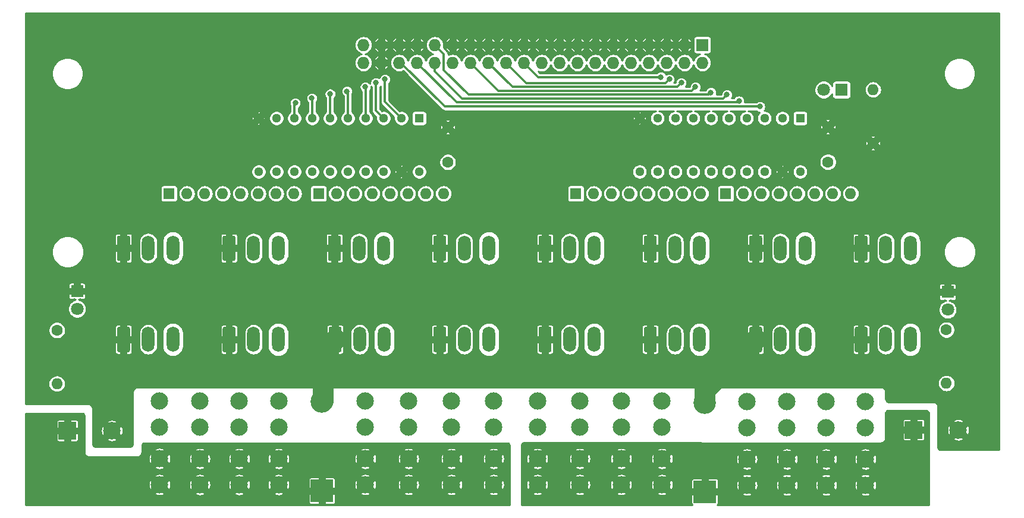
<source format=gbr>
G04 #@! TF.GenerationSoftware,KiCad,Pcbnew,(5.1.4)-1*
G04 #@! TF.CreationDate,2019-12-04T23:16:03-05:00*
G04 #@! TF.ProjectId,PB_16,50425f31-362e-46b6-9963-61645f706362,v1.0f*
G04 #@! TF.SameCoordinates,Original*
G04 #@! TF.FileFunction,Copper,L2,Bot*
G04 #@! TF.FilePolarity,Positive*
%FSLAX46Y46*%
G04 Gerber Fmt 4.6, Leading zero omitted, Abs format (unit mm)*
G04 Created by KiCad (PCBNEW (5.1.4)-1) date 2019-12-04 23:16:03*
%MOMM*%
%LPD*%
G04 APERTURE LIST*
%ADD10O,1.727200X1.727200*%
%ADD11R,1.727200X1.727200*%
%ADD12R,1.295400X1.295400*%
%ADD13C,1.295400*%
%ADD14O,1.600000X1.600000*%
%ADD15C,1.600000*%
%ADD16C,1.800000*%
%ADD17R,1.800000X1.800000*%
%ADD18C,2.475000*%
%ADD19O,1.800000X3.600000*%
%ADD20C,0.100000*%
%ADD21O,3.200000X3.200000*%
%ADD22R,3.200000X3.200000*%
%ADD23R,1.600000X1.600000*%
%ADD24C,2.500000*%
%ADD25R,2.500000X2.500000*%
%ADD26C,0.800000*%
%ADD27C,3.000000*%
%ADD28C,0.350000*%
%ADD29C,0.254000*%
G04 APERTURE END LIST*
D10*
X123241000Y-90157800D03*
X123241000Y-87617800D03*
X125781000Y-90157800D03*
X125781000Y-87617800D03*
X128321000Y-90157800D03*
X128321000Y-87617800D03*
X130861000Y-90157800D03*
X130861000Y-87617800D03*
X133401000Y-90157800D03*
X133401000Y-87617800D03*
X135941000Y-90157800D03*
X135941000Y-87617800D03*
X138481000Y-90157800D03*
X138481000Y-87617800D03*
X141021000Y-90157800D03*
X141021000Y-87617800D03*
X143561000Y-90157800D03*
X143561000Y-87617800D03*
X146101000Y-90157800D03*
X146101000Y-87617800D03*
X148641000Y-90157800D03*
X148641000Y-87617800D03*
X151181000Y-90157800D03*
X151181000Y-87617800D03*
X153721000Y-90157800D03*
X153721000Y-87617800D03*
X156261000Y-90157800D03*
X156261000Y-87617800D03*
X158801000Y-90157800D03*
X158801000Y-87617800D03*
X161341000Y-90157800D03*
X161341000Y-87617800D03*
X163881000Y-90157800D03*
X163881000Y-87617800D03*
X166421000Y-90157800D03*
X166421000Y-87617800D03*
X168961000Y-90157800D03*
X168961000Y-87617800D03*
X171501000Y-90157800D03*
D11*
X171501000Y-87617800D03*
D12*
X185422600Y-98068600D03*
D13*
X182882600Y-98068600D03*
X180342600Y-98068600D03*
X177802600Y-98068600D03*
X175262600Y-98068600D03*
X172722600Y-98068600D03*
X170182600Y-98068600D03*
X167642600Y-98068600D03*
X165102600Y-98068600D03*
X162562600Y-98068600D03*
X162562600Y-105688600D03*
X165102600Y-105688600D03*
X167642600Y-105688600D03*
X170182600Y-105688600D03*
X172722600Y-105688600D03*
X175262600Y-105688600D03*
X177802600Y-105688600D03*
X180342600Y-105688600D03*
X182882600Y-105688600D03*
X185422600Y-105688600D03*
D14*
X195801000Y-93997800D03*
D15*
X195801000Y-101617800D03*
D16*
X206422200Y-125371000D03*
D17*
X206422200Y-122831000D03*
D16*
X82470200Y-125244000D03*
D17*
X82470200Y-122704000D03*
D16*
X188761000Y-94017800D03*
D17*
X191301000Y-94017800D03*
D14*
X206244400Y-135835800D03*
D15*
X206244400Y-128215800D03*
D14*
X79601000Y-135912000D03*
D15*
X79601000Y-128292000D03*
D13*
X131172600Y-105688600D03*
X128632600Y-105688600D03*
X126092600Y-105688600D03*
X123552600Y-105688600D03*
X121012600Y-105688600D03*
X118472600Y-105688600D03*
X115932600Y-105688600D03*
X113392600Y-105688600D03*
X110852600Y-105688600D03*
X108312600Y-105688600D03*
X108312600Y-98068600D03*
X110852600Y-98068600D03*
X113392600Y-98068600D03*
X115932600Y-98068600D03*
X118472600Y-98068600D03*
X121012600Y-98068600D03*
X123552600Y-98068600D03*
X126092600Y-98068600D03*
X128632600Y-98068600D03*
D12*
X131172600Y-98068600D03*
D18*
X123512600Y-138398600D03*
X123512600Y-150298600D03*
X123512600Y-142098600D03*
X123512600Y-146598600D03*
D19*
X111100000Y-116600000D03*
X107600000Y-116600000D03*
D20*
G36*
X104774504Y-114801204D02*
G01*
X104798773Y-114804804D01*
X104822571Y-114810765D01*
X104845671Y-114819030D01*
X104867849Y-114829520D01*
X104888893Y-114842133D01*
X104908598Y-114856747D01*
X104926777Y-114873223D01*
X104943253Y-114891402D01*
X104957867Y-114911107D01*
X104970480Y-114932151D01*
X104980970Y-114954329D01*
X104989235Y-114977429D01*
X104995196Y-115001227D01*
X104998796Y-115025496D01*
X105000000Y-115050000D01*
X105000000Y-118150000D01*
X104998796Y-118174504D01*
X104995196Y-118198773D01*
X104989235Y-118222571D01*
X104980970Y-118245671D01*
X104970480Y-118267849D01*
X104957867Y-118288893D01*
X104943253Y-118308598D01*
X104926777Y-118326777D01*
X104908598Y-118343253D01*
X104888893Y-118357867D01*
X104867849Y-118370480D01*
X104845671Y-118380970D01*
X104822571Y-118389235D01*
X104798773Y-118395196D01*
X104774504Y-118398796D01*
X104750000Y-118400000D01*
X103450000Y-118400000D01*
X103425496Y-118398796D01*
X103401227Y-118395196D01*
X103377429Y-118389235D01*
X103354329Y-118380970D01*
X103332151Y-118370480D01*
X103311107Y-118357867D01*
X103291402Y-118343253D01*
X103273223Y-118326777D01*
X103256747Y-118308598D01*
X103242133Y-118288893D01*
X103229520Y-118267849D01*
X103219030Y-118245671D01*
X103210765Y-118222571D01*
X103204804Y-118198773D01*
X103201204Y-118174504D01*
X103200000Y-118150000D01*
X103200000Y-115050000D01*
X103201204Y-115025496D01*
X103204804Y-115001227D01*
X103210765Y-114977429D01*
X103219030Y-114954329D01*
X103229520Y-114932151D01*
X103242133Y-114911107D01*
X103256747Y-114891402D01*
X103273223Y-114873223D01*
X103291402Y-114856747D01*
X103311107Y-114842133D01*
X103332151Y-114829520D01*
X103354329Y-114819030D01*
X103377429Y-114810765D01*
X103401227Y-114804804D01*
X103425496Y-114801204D01*
X103450000Y-114800000D01*
X104750000Y-114800000D01*
X104774504Y-114801204D01*
X104774504Y-114801204D01*
G37*
D16*
X104100000Y-116600000D03*
D18*
X105567600Y-138403600D03*
X105567600Y-150303600D03*
X105567600Y-142103600D03*
X105567600Y-146603600D03*
D21*
X171847600Y-138605000D03*
D22*
X171847600Y-151305000D03*
D21*
X117332600Y-138468600D03*
D22*
X117332600Y-151168600D03*
D15*
X135242300Y-99330500D03*
X135242300Y-104330500D03*
D14*
X192592600Y-108813600D03*
X190052600Y-108813600D03*
X187512600Y-108813600D03*
X184972600Y-108813600D03*
X182432600Y-108813600D03*
X179892600Y-108813600D03*
X177352600Y-108813600D03*
D23*
X174812600Y-108813600D03*
D14*
X171266200Y-108813600D03*
X168726200Y-108813600D03*
X166186200Y-108813600D03*
X163646200Y-108813600D03*
X161106200Y-108813600D03*
X158566200Y-108813600D03*
X156026200Y-108813600D03*
D23*
X153486200Y-108813600D03*
D14*
X134632700Y-108813600D03*
X132092700Y-108813600D03*
X129552700Y-108813600D03*
X127012700Y-108813600D03*
X124472700Y-108813600D03*
X121932700Y-108813600D03*
X119392700Y-108813600D03*
D23*
X116852700Y-108813600D03*
D14*
X113341500Y-108813600D03*
X110801500Y-108813600D03*
X108261500Y-108813600D03*
X105721500Y-108813600D03*
X103181500Y-108813600D03*
X100641500Y-108813600D03*
X98101500Y-108813600D03*
D23*
X95561500Y-108813600D03*
D19*
X201100000Y-129600000D03*
X197600000Y-129600000D03*
D20*
G36*
X194774504Y-127801204D02*
G01*
X194798773Y-127804804D01*
X194822571Y-127810765D01*
X194845671Y-127819030D01*
X194867849Y-127829520D01*
X194888893Y-127842133D01*
X194908598Y-127856747D01*
X194926777Y-127873223D01*
X194943253Y-127891402D01*
X194957867Y-127911107D01*
X194970480Y-127932151D01*
X194980970Y-127954329D01*
X194989235Y-127977429D01*
X194995196Y-128001227D01*
X194998796Y-128025496D01*
X195000000Y-128050000D01*
X195000000Y-131150000D01*
X194998796Y-131174504D01*
X194995196Y-131198773D01*
X194989235Y-131222571D01*
X194980970Y-131245671D01*
X194970480Y-131267849D01*
X194957867Y-131288893D01*
X194943253Y-131308598D01*
X194926777Y-131326777D01*
X194908598Y-131343253D01*
X194888893Y-131357867D01*
X194867849Y-131370480D01*
X194845671Y-131380970D01*
X194822571Y-131389235D01*
X194798773Y-131395196D01*
X194774504Y-131398796D01*
X194750000Y-131400000D01*
X193450000Y-131400000D01*
X193425496Y-131398796D01*
X193401227Y-131395196D01*
X193377429Y-131389235D01*
X193354329Y-131380970D01*
X193332151Y-131370480D01*
X193311107Y-131357867D01*
X193291402Y-131343253D01*
X193273223Y-131326777D01*
X193256747Y-131308598D01*
X193242133Y-131288893D01*
X193229520Y-131267849D01*
X193219030Y-131245671D01*
X193210765Y-131222571D01*
X193204804Y-131198773D01*
X193201204Y-131174504D01*
X193200000Y-131150000D01*
X193200000Y-128050000D01*
X193201204Y-128025496D01*
X193204804Y-128001227D01*
X193210765Y-127977429D01*
X193219030Y-127954329D01*
X193229520Y-127932151D01*
X193242133Y-127911107D01*
X193256747Y-127891402D01*
X193273223Y-127873223D01*
X193291402Y-127856747D01*
X193311107Y-127842133D01*
X193332151Y-127829520D01*
X193354329Y-127819030D01*
X193377429Y-127810765D01*
X193401227Y-127804804D01*
X193425496Y-127801204D01*
X193450000Y-127800000D01*
X194750000Y-127800000D01*
X194774504Y-127801204D01*
X194774504Y-127801204D01*
G37*
D16*
X194100000Y-129600000D03*
D19*
X201100000Y-116600000D03*
X197600000Y-116600000D03*
D20*
G36*
X194774504Y-114801204D02*
G01*
X194798773Y-114804804D01*
X194822571Y-114810765D01*
X194845671Y-114819030D01*
X194867849Y-114829520D01*
X194888893Y-114842133D01*
X194908598Y-114856747D01*
X194926777Y-114873223D01*
X194943253Y-114891402D01*
X194957867Y-114911107D01*
X194970480Y-114932151D01*
X194980970Y-114954329D01*
X194989235Y-114977429D01*
X194995196Y-115001227D01*
X194998796Y-115025496D01*
X195000000Y-115050000D01*
X195000000Y-118150000D01*
X194998796Y-118174504D01*
X194995196Y-118198773D01*
X194989235Y-118222571D01*
X194980970Y-118245671D01*
X194970480Y-118267849D01*
X194957867Y-118288893D01*
X194943253Y-118308598D01*
X194926777Y-118326777D01*
X194908598Y-118343253D01*
X194888893Y-118357867D01*
X194867849Y-118370480D01*
X194845671Y-118380970D01*
X194822571Y-118389235D01*
X194798773Y-118395196D01*
X194774504Y-118398796D01*
X194750000Y-118400000D01*
X193450000Y-118400000D01*
X193425496Y-118398796D01*
X193401227Y-118395196D01*
X193377429Y-118389235D01*
X193354329Y-118380970D01*
X193332151Y-118370480D01*
X193311107Y-118357867D01*
X193291402Y-118343253D01*
X193273223Y-118326777D01*
X193256747Y-118308598D01*
X193242133Y-118288893D01*
X193229520Y-118267849D01*
X193219030Y-118245671D01*
X193210765Y-118222571D01*
X193204804Y-118198773D01*
X193201204Y-118174504D01*
X193200000Y-118150000D01*
X193200000Y-115050000D01*
X193201204Y-115025496D01*
X193204804Y-115001227D01*
X193210765Y-114977429D01*
X193219030Y-114954329D01*
X193229520Y-114932151D01*
X193242133Y-114911107D01*
X193256747Y-114891402D01*
X193273223Y-114873223D01*
X193291402Y-114856747D01*
X193311107Y-114842133D01*
X193332151Y-114829520D01*
X193354329Y-114819030D01*
X193377429Y-114810765D01*
X193401227Y-114804804D01*
X193425496Y-114801204D01*
X193450000Y-114800000D01*
X194750000Y-114800000D01*
X194774504Y-114801204D01*
X194774504Y-114801204D01*
G37*
D16*
X194100000Y-116600000D03*
D19*
X186100000Y-129600000D03*
X182600000Y-129600000D03*
D20*
G36*
X179774504Y-127801204D02*
G01*
X179798773Y-127804804D01*
X179822571Y-127810765D01*
X179845671Y-127819030D01*
X179867849Y-127829520D01*
X179888893Y-127842133D01*
X179908598Y-127856747D01*
X179926777Y-127873223D01*
X179943253Y-127891402D01*
X179957867Y-127911107D01*
X179970480Y-127932151D01*
X179980970Y-127954329D01*
X179989235Y-127977429D01*
X179995196Y-128001227D01*
X179998796Y-128025496D01*
X180000000Y-128050000D01*
X180000000Y-131150000D01*
X179998796Y-131174504D01*
X179995196Y-131198773D01*
X179989235Y-131222571D01*
X179980970Y-131245671D01*
X179970480Y-131267849D01*
X179957867Y-131288893D01*
X179943253Y-131308598D01*
X179926777Y-131326777D01*
X179908598Y-131343253D01*
X179888893Y-131357867D01*
X179867849Y-131370480D01*
X179845671Y-131380970D01*
X179822571Y-131389235D01*
X179798773Y-131395196D01*
X179774504Y-131398796D01*
X179750000Y-131400000D01*
X178450000Y-131400000D01*
X178425496Y-131398796D01*
X178401227Y-131395196D01*
X178377429Y-131389235D01*
X178354329Y-131380970D01*
X178332151Y-131370480D01*
X178311107Y-131357867D01*
X178291402Y-131343253D01*
X178273223Y-131326777D01*
X178256747Y-131308598D01*
X178242133Y-131288893D01*
X178229520Y-131267849D01*
X178219030Y-131245671D01*
X178210765Y-131222571D01*
X178204804Y-131198773D01*
X178201204Y-131174504D01*
X178200000Y-131150000D01*
X178200000Y-128050000D01*
X178201204Y-128025496D01*
X178204804Y-128001227D01*
X178210765Y-127977429D01*
X178219030Y-127954329D01*
X178229520Y-127932151D01*
X178242133Y-127911107D01*
X178256747Y-127891402D01*
X178273223Y-127873223D01*
X178291402Y-127856747D01*
X178311107Y-127842133D01*
X178332151Y-127829520D01*
X178354329Y-127819030D01*
X178377429Y-127810765D01*
X178401227Y-127804804D01*
X178425496Y-127801204D01*
X178450000Y-127800000D01*
X179750000Y-127800000D01*
X179774504Y-127801204D01*
X179774504Y-127801204D01*
G37*
D16*
X179100000Y-129600000D03*
D19*
X186100000Y-116600000D03*
X182600000Y-116600000D03*
D20*
G36*
X179774504Y-114801204D02*
G01*
X179798773Y-114804804D01*
X179822571Y-114810765D01*
X179845671Y-114819030D01*
X179867849Y-114829520D01*
X179888893Y-114842133D01*
X179908598Y-114856747D01*
X179926777Y-114873223D01*
X179943253Y-114891402D01*
X179957867Y-114911107D01*
X179970480Y-114932151D01*
X179980970Y-114954329D01*
X179989235Y-114977429D01*
X179995196Y-115001227D01*
X179998796Y-115025496D01*
X180000000Y-115050000D01*
X180000000Y-118150000D01*
X179998796Y-118174504D01*
X179995196Y-118198773D01*
X179989235Y-118222571D01*
X179980970Y-118245671D01*
X179970480Y-118267849D01*
X179957867Y-118288893D01*
X179943253Y-118308598D01*
X179926777Y-118326777D01*
X179908598Y-118343253D01*
X179888893Y-118357867D01*
X179867849Y-118370480D01*
X179845671Y-118380970D01*
X179822571Y-118389235D01*
X179798773Y-118395196D01*
X179774504Y-118398796D01*
X179750000Y-118400000D01*
X178450000Y-118400000D01*
X178425496Y-118398796D01*
X178401227Y-118395196D01*
X178377429Y-118389235D01*
X178354329Y-118380970D01*
X178332151Y-118370480D01*
X178311107Y-118357867D01*
X178291402Y-118343253D01*
X178273223Y-118326777D01*
X178256747Y-118308598D01*
X178242133Y-118288893D01*
X178229520Y-118267849D01*
X178219030Y-118245671D01*
X178210765Y-118222571D01*
X178204804Y-118198773D01*
X178201204Y-118174504D01*
X178200000Y-118150000D01*
X178200000Y-115050000D01*
X178201204Y-115025496D01*
X178204804Y-115001227D01*
X178210765Y-114977429D01*
X178219030Y-114954329D01*
X178229520Y-114932151D01*
X178242133Y-114911107D01*
X178256747Y-114891402D01*
X178273223Y-114873223D01*
X178291402Y-114856747D01*
X178311107Y-114842133D01*
X178332151Y-114829520D01*
X178354329Y-114819030D01*
X178377429Y-114810765D01*
X178401227Y-114804804D01*
X178425496Y-114801204D01*
X178450000Y-114800000D01*
X179750000Y-114800000D01*
X179774504Y-114801204D01*
X179774504Y-114801204D01*
G37*
D16*
X179100000Y-116600000D03*
D19*
X171100000Y-129600000D03*
X167600000Y-129600000D03*
D20*
G36*
X164774504Y-127801204D02*
G01*
X164798773Y-127804804D01*
X164822571Y-127810765D01*
X164845671Y-127819030D01*
X164867849Y-127829520D01*
X164888893Y-127842133D01*
X164908598Y-127856747D01*
X164926777Y-127873223D01*
X164943253Y-127891402D01*
X164957867Y-127911107D01*
X164970480Y-127932151D01*
X164980970Y-127954329D01*
X164989235Y-127977429D01*
X164995196Y-128001227D01*
X164998796Y-128025496D01*
X165000000Y-128050000D01*
X165000000Y-131150000D01*
X164998796Y-131174504D01*
X164995196Y-131198773D01*
X164989235Y-131222571D01*
X164980970Y-131245671D01*
X164970480Y-131267849D01*
X164957867Y-131288893D01*
X164943253Y-131308598D01*
X164926777Y-131326777D01*
X164908598Y-131343253D01*
X164888893Y-131357867D01*
X164867849Y-131370480D01*
X164845671Y-131380970D01*
X164822571Y-131389235D01*
X164798773Y-131395196D01*
X164774504Y-131398796D01*
X164750000Y-131400000D01*
X163450000Y-131400000D01*
X163425496Y-131398796D01*
X163401227Y-131395196D01*
X163377429Y-131389235D01*
X163354329Y-131380970D01*
X163332151Y-131370480D01*
X163311107Y-131357867D01*
X163291402Y-131343253D01*
X163273223Y-131326777D01*
X163256747Y-131308598D01*
X163242133Y-131288893D01*
X163229520Y-131267849D01*
X163219030Y-131245671D01*
X163210765Y-131222571D01*
X163204804Y-131198773D01*
X163201204Y-131174504D01*
X163200000Y-131150000D01*
X163200000Y-128050000D01*
X163201204Y-128025496D01*
X163204804Y-128001227D01*
X163210765Y-127977429D01*
X163219030Y-127954329D01*
X163229520Y-127932151D01*
X163242133Y-127911107D01*
X163256747Y-127891402D01*
X163273223Y-127873223D01*
X163291402Y-127856747D01*
X163311107Y-127842133D01*
X163332151Y-127829520D01*
X163354329Y-127819030D01*
X163377429Y-127810765D01*
X163401227Y-127804804D01*
X163425496Y-127801204D01*
X163450000Y-127800000D01*
X164750000Y-127800000D01*
X164774504Y-127801204D01*
X164774504Y-127801204D01*
G37*
D16*
X164100000Y-129600000D03*
D19*
X171100000Y-116600000D03*
X167600000Y-116600000D03*
D20*
G36*
X164774504Y-114801204D02*
G01*
X164798773Y-114804804D01*
X164822571Y-114810765D01*
X164845671Y-114819030D01*
X164867849Y-114829520D01*
X164888893Y-114842133D01*
X164908598Y-114856747D01*
X164926777Y-114873223D01*
X164943253Y-114891402D01*
X164957867Y-114911107D01*
X164970480Y-114932151D01*
X164980970Y-114954329D01*
X164989235Y-114977429D01*
X164995196Y-115001227D01*
X164998796Y-115025496D01*
X165000000Y-115050000D01*
X165000000Y-118150000D01*
X164998796Y-118174504D01*
X164995196Y-118198773D01*
X164989235Y-118222571D01*
X164980970Y-118245671D01*
X164970480Y-118267849D01*
X164957867Y-118288893D01*
X164943253Y-118308598D01*
X164926777Y-118326777D01*
X164908598Y-118343253D01*
X164888893Y-118357867D01*
X164867849Y-118370480D01*
X164845671Y-118380970D01*
X164822571Y-118389235D01*
X164798773Y-118395196D01*
X164774504Y-118398796D01*
X164750000Y-118400000D01*
X163450000Y-118400000D01*
X163425496Y-118398796D01*
X163401227Y-118395196D01*
X163377429Y-118389235D01*
X163354329Y-118380970D01*
X163332151Y-118370480D01*
X163311107Y-118357867D01*
X163291402Y-118343253D01*
X163273223Y-118326777D01*
X163256747Y-118308598D01*
X163242133Y-118288893D01*
X163229520Y-118267849D01*
X163219030Y-118245671D01*
X163210765Y-118222571D01*
X163204804Y-118198773D01*
X163201204Y-118174504D01*
X163200000Y-118150000D01*
X163200000Y-115050000D01*
X163201204Y-115025496D01*
X163204804Y-115001227D01*
X163210765Y-114977429D01*
X163219030Y-114954329D01*
X163229520Y-114932151D01*
X163242133Y-114911107D01*
X163256747Y-114891402D01*
X163273223Y-114873223D01*
X163291402Y-114856747D01*
X163311107Y-114842133D01*
X163332151Y-114829520D01*
X163354329Y-114819030D01*
X163377429Y-114810765D01*
X163401227Y-114804804D01*
X163425496Y-114801204D01*
X163450000Y-114800000D01*
X164750000Y-114800000D01*
X164774504Y-114801204D01*
X164774504Y-114801204D01*
G37*
D16*
X164100000Y-116600000D03*
D19*
X156100000Y-129600000D03*
X152600000Y-129600000D03*
D20*
G36*
X149774504Y-127801204D02*
G01*
X149798773Y-127804804D01*
X149822571Y-127810765D01*
X149845671Y-127819030D01*
X149867849Y-127829520D01*
X149888893Y-127842133D01*
X149908598Y-127856747D01*
X149926777Y-127873223D01*
X149943253Y-127891402D01*
X149957867Y-127911107D01*
X149970480Y-127932151D01*
X149980970Y-127954329D01*
X149989235Y-127977429D01*
X149995196Y-128001227D01*
X149998796Y-128025496D01*
X150000000Y-128050000D01*
X150000000Y-131150000D01*
X149998796Y-131174504D01*
X149995196Y-131198773D01*
X149989235Y-131222571D01*
X149980970Y-131245671D01*
X149970480Y-131267849D01*
X149957867Y-131288893D01*
X149943253Y-131308598D01*
X149926777Y-131326777D01*
X149908598Y-131343253D01*
X149888893Y-131357867D01*
X149867849Y-131370480D01*
X149845671Y-131380970D01*
X149822571Y-131389235D01*
X149798773Y-131395196D01*
X149774504Y-131398796D01*
X149750000Y-131400000D01*
X148450000Y-131400000D01*
X148425496Y-131398796D01*
X148401227Y-131395196D01*
X148377429Y-131389235D01*
X148354329Y-131380970D01*
X148332151Y-131370480D01*
X148311107Y-131357867D01*
X148291402Y-131343253D01*
X148273223Y-131326777D01*
X148256747Y-131308598D01*
X148242133Y-131288893D01*
X148229520Y-131267849D01*
X148219030Y-131245671D01*
X148210765Y-131222571D01*
X148204804Y-131198773D01*
X148201204Y-131174504D01*
X148200000Y-131150000D01*
X148200000Y-128050000D01*
X148201204Y-128025496D01*
X148204804Y-128001227D01*
X148210765Y-127977429D01*
X148219030Y-127954329D01*
X148229520Y-127932151D01*
X148242133Y-127911107D01*
X148256747Y-127891402D01*
X148273223Y-127873223D01*
X148291402Y-127856747D01*
X148311107Y-127842133D01*
X148332151Y-127829520D01*
X148354329Y-127819030D01*
X148377429Y-127810765D01*
X148401227Y-127804804D01*
X148425496Y-127801204D01*
X148450000Y-127800000D01*
X149750000Y-127800000D01*
X149774504Y-127801204D01*
X149774504Y-127801204D01*
G37*
D16*
X149100000Y-129600000D03*
D19*
X156100000Y-116600000D03*
X152600000Y-116600000D03*
D20*
G36*
X149774504Y-114801204D02*
G01*
X149798773Y-114804804D01*
X149822571Y-114810765D01*
X149845671Y-114819030D01*
X149867849Y-114829520D01*
X149888893Y-114842133D01*
X149908598Y-114856747D01*
X149926777Y-114873223D01*
X149943253Y-114891402D01*
X149957867Y-114911107D01*
X149970480Y-114932151D01*
X149980970Y-114954329D01*
X149989235Y-114977429D01*
X149995196Y-115001227D01*
X149998796Y-115025496D01*
X150000000Y-115050000D01*
X150000000Y-118150000D01*
X149998796Y-118174504D01*
X149995196Y-118198773D01*
X149989235Y-118222571D01*
X149980970Y-118245671D01*
X149970480Y-118267849D01*
X149957867Y-118288893D01*
X149943253Y-118308598D01*
X149926777Y-118326777D01*
X149908598Y-118343253D01*
X149888893Y-118357867D01*
X149867849Y-118370480D01*
X149845671Y-118380970D01*
X149822571Y-118389235D01*
X149798773Y-118395196D01*
X149774504Y-118398796D01*
X149750000Y-118400000D01*
X148450000Y-118400000D01*
X148425496Y-118398796D01*
X148401227Y-118395196D01*
X148377429Y-118389235D01*
X148354329Y-118380970D01*
X148332151Y-118370480D01*
X148311107Y-118357867D01*
X148291402Y-118343253D01*
X148273223Y-118326777D01*
X148256747Y-118308598D01*
X148242133Y-118288893D01*
X148229520Y-118267849D01*
X148219030Y-118245671D01*
X148210765Y-118222571D01*
X148204804Y-118198773D01*
X148201204Y-118174504D01*
X148200000Y-118150000D01*
X148200000Y-115050000D01*
X148201204Y-115025496D01*
X148204804Y-115001227D01*
X148210765Y-114977429D01*
X148219030Y-114954329D01*
X148229520Y-114932151D01*
X148242133Y-114911107D01*
X148256747Y-114891402D01*
X148273223Y-114873223D01*
X148291402Y-114856747D01*
X148311107Y-114842133D01*
X148332151Y-114829520D01*
X148354329Y-114819030D01*
X148377429Y-114810765D01*
X148401227Y-114804804D01*
X148425496Y-114801204D01*
X148450000Y-114800000D01*
X149750000Y-114800000D01*
X149774504Y-114801204D01*
X149774504Y-114801204D01*
G37*
D16*
X149100000Y-116600000D03*
D19*
X141100000Y-129600000D03*
X137600000Y-129600000D03*
D20*
G36*
X134774504Y-127801204D02*
G01*
X134798773Y-127804804D01*
X134822571Y-127810765D01*
X134845671Y-127819030D01*
X134867849Y-127829520D01*
X134888893Y-127842133D01*
X134908598Y-127856747D01*
X134926777Y-127873223D01*
X134943253Y-127891402D01*
X134957867Y-127911107D01*
X134970480Y-127932151D01*
X134980970Y-127954329D01*
X134989235Y-127977429D01*
X134995196Y-128001227D01*
X134998796Y-128025496D01*
X135000000Y-128050000D01*
X135000000Y-131150000D01*
X134998796Y-131174504D01*
X134995196Y-131198773D01*
X134989235Y-131222571D01*
X134980970Y-131245671D01*
X134970480Y-131267849D01*
X134957867Y-131288893D01*
X134943253Y-131308598D01*
X134926777Y-131326777D01*
X134908598Y-131343253D01*
X134888893Y-131357867D01*
X134867849Y-131370480D01*
X134845671Y-131380970D01*
X134822571Y-131389235D01*
X134798773Y-131395196D01*
X134774504Y-131398796D01*
X134750000Y-131400000D01*
X133450000Y-131400000D01*
X133425496Y-131398796D01*
X133401227Y-131395196D01*
X133377429Y-131389235D01*
X133354329Y-131380970D01*
X133332151Y-131370480D01*
X133311107Y-131357867D01*
X133291402Y-131343253D01*
X133273223Y-131326777D01*
X133256747Y-131308598D01*
X133242133Y-131288893D01*
X133229520Y-131267849D01*
X133219030Y-131245671D01*
X133210765Y-131222571D01*
X133204804Y-131198773D01*
X133201204Y-131174504D01*
X133200000Y-131150000D01*
X133200000Y-128050000D01*
X133201204Y-128025496D01*
X133204804Y-128001227D01*
X133210765Y-127977429D01*
X133219030Y-127954329D01*
X133229520Y-127932151D01*
X133242133Y-127911107D01*
X133256747Y-127891402D01*
X133273223Y-127873223D01*
X133291402Y-127856747D01*
X133311107Y-127842133D01*
X133332151Y-127829520D01*
X133354329Y-127819030D01*
X133377429Y-127810765D01*
X133401227Y-127804804D01*
X133425496Y-127801204D01*
X133450000Y-127800000D01*
X134750000Y-127800000D01*
X134774504Y-127801204D01*
X134774504Y-127801204D01*
G37*
D16*
X134100000Y-129600000D03*
D19*
X141100000Y-116600000D03*
X137600000Y-116600000D03*
D20*
G36*
X134774504Y-114801204D02*
G01*
X134798773Y-114804804D01*
X134822571Y-114810765D01*
X134845671Y-114819030D01*
X134867849Y-114829520D01*
X134888893Y-114842133D01*
X134908598Y-114856747D01*
X134926777Y-114873223D01*
X134943253Y-114891402D01*
X134957867Y-114911107D01*
X134970480Y-114932151D01*
X134980970Y-114954329D01*
X134989235Y-114977429D01*
X134995196Y-115001227D01*
X134998796Y-115025496D01*
X135000000Y-115050000D01*
X135000000Y-118150000D01*
X134998796Y-118174504D01*
X134995196Y-118198773D01*
X134989235Y-118222571D01*
X134980970Y-118245671D01*
X134970480Y-118267849D01*
X134957867Y-118288893D01*
X134943253Y-118308598D01*
X134926777Y-118326777D01*
X134908598Y-118343253D01*
X134888893Y-118357867D01*
X134867849Y-118370480D01*
X134845671Y-118380970D01*
X134822571Y-118389235D01*
X134798773Y-118395196D01*
X134774504Y-118398796D01*
X134750000Y-118400000D01*
X133450000Y-118400000D01*
X133425496Y-118398796D01*
X133401227Y-118395196D01*
X133377429Y-118389235D01*
X133354329Y-118380970D01*
X133332151Y-118370480D01*
X133311107Y-118357867D01*
X133291402Y-118343253D01*
X133273223Y-118326777D01*
X133256747Y-118308598D01*
X133242133Y-118288893D01*
X133229520Y-118267849D01*
X133219030Y-118245671D01*
X133210765Y-118222571D01*
X133204804Y-118198773D01*
X133201204Y-118174504D01*
X133200000Y-118150000D01*
X133200000Y-115050000D01*
X133201204Y-115025496D01*
X133204804Y-115001227D01*
X133210765Y-114977429D01*
X133219030Y-114954329D01*
X133229520Y-114932151D01*
X133242133Y-114911107D01*
X133256747Y-114891402D01*
X133273223Y-114873223D01*
X133291402Y-114856747D01*
X133311107Y-114842133D01*
X133332151Y-114829520D01*
X133354329Y-114819030D01*
X133377429Y-114810765D01*
X133401227Y-114804804D01*
X133425496Y-114801204D01*
X133450000Y-114800000D01*
X134750000Y-114800000D01*
X134774504Y-114801204D01*
X134774504Y-114801204D01*
G37*
D16*
X134100000Y-116600000D03*
D19*
X126214342Y-129600000D03*
X122714342Y-129600000D03*
D20*
G36*
X119888846Y-127801204D02*
G01*
X119913115Y-127804804D01*
X119936913Y-127810765D01*
X119960013Y-127819030D01*
X119982191Y-127829520D01*
X120003235Y-127842133D01*
X120022940Y-127856747D01*
X120041119Y-127873223D01*
X120057595Y-127891402D01*
X120072209Y-127911107D01*
X120084822Y-127932151D01*
X120095312Y-127954329D01*
X120103577Y-127977429D01*
X120109538Y-128001227D01*
X120113138Y-128025496D01*
X120114342Y-128050000D01*
X120114342Y-131150000D01*
X120113138Y-131174504D01*
X120109538Y-131198773D01*
X120103577Y-131222571D01*
X120095312Y-131245671D01*
X120084822Y-131267849D01*
X120072209Y-131288893D01*
X120057595Y-131308598D01*
X120041119Y-131326777D01*
X120022940Y-131343253D01*
X120003235Y-131357867D01*
X119982191Y-131370480D01*
X119960013Y-131380970D01*
X119936913Y-131389235D01*
X119913115Y-131395196D01*
X119888846Y-131398796D01*
X119864342Y-131400000D01*
X118564342Y-131400000D01*
X118539838Y-131398796D01*
X118515569Y-131395196D01*
X118491771Y-131389235D01*
X118468671Y-131380970D01*
X118446493Y-131370480D01*
X118425449Y-131357867D01*
X118405744Y-131343253D01*
X118387565Y-131326777D01*
X118371089Y-131308598D01*
X118356475Y-131288893D01*
X118343862Y-131267849D01*
X118333372Y-131245671D01*
X118325107Y-131222571D01*
X118319146Y-131198773D01*
X118315546Y-131174504D01*
X118314342Y-131150000D01*
X118314342Y-128050000D01*
X118315546Y-128025496D01*
X118319146Y-128001227D01*
X118325107Y-127977429D01*
X118333372Y-127954329D01*
X118343862Y-127932151D01*
X118356475Y-127911107D01*
X118371089Y-127891402D01*
X118387565Y-127873223D01*
X118405744Y-127856747D01*
X118425449Y-127842133D01*
X118446493Y-127829520D01*
X118468671Y-127819030D01*
X118491771Y-127810765D01*
X118515569Y-127804804D01*
X118539838Y-127801204D01*
X118564342Y-127800000D01*
X119864342Y-127800000D01*
X119888846Y-127801204D01*
X119888846Y-127801204D01*
G37*
D16*
X119214342Y-129600000D03*
D19*
X126100000Y-116600000D03*
X122600000Y-116600000D03*
D20*
G36*
X119774504Y-114801204D02*
G01*
X119798773Y-114804804D01*
X119822571Y-114810765D01*
X119845671Y-114819030D01*
X119867849Y-114829520D01*
X119888893Y-114842133D01*
X119908598Y-114856747D01*
X119926777Y-114873223D01*
X119943253Y-114891402D01*
X119957867Y-114911107D01*
X119970480Y-114932151D01*
X119980970Y-114954329D01*
X119989235Y-114977429D01*
X119995196Y-115001227D01*
X119998796Y-115025496D01*
X120000000Y-115050000D01*
X120000000Y-118150000D01*
X119998796Y-118174504D01*
X119995196Y-118198773D01*
X119989235Y-118222571D01*
X119980970Y-118245671D01*
X119970480Y-118267849D01*
X119957867Y-118288893D01*
X119943253Y-118308598D01*
X119926777Y-118326777D01*
X119908598Y-118343253D01*
X119888893Y-118357867D01*
X119867849Y-118370480D01*
X119845671Y-118380970D01*
X119822571Y-118389235D01*
X119798773Y-118395196D01*
X119774504Y-118398796D01*
X119750000Y-118400000D01*
X118450000Y-118400000D01*
X118425496Y-118398796D01*
X118401227Y-118395196D01*
X118377429Y-118389235D01*
X118354329Y-118380970D01*
X118332151Y-118370480D01*
X118311107Y-118357867D01*
X118291402Y-118343253D01*
X118273223Y-118326777D01*
X118256747Y-118308598D01*
X118242133Y-118288893D01*
X118229520Y-118267849D01*
X118219030Y-118245671D01*
X118210765Y-118222571D01*
X118204804Y-118198773D01*
X118201204Y-118174504D01*
X118200000Y-118150000D01*
X118200000Y-115050000D01*
X118201204Y-115025496D01*
X118204804Y-115001227D01*
X118210765Y-114977429D01*
X118219030Y-114954329D01*
X118229520Y-114932151D01*
X118242133Y-114911107D01*
X118256747Y-114891402D01*
X118273223Y-114873223D01*
X118291402Y-114856747D01*
X118311107Y-114842133D01*
X118332151Y-114829520D01*
X118354329Y-114819030D01*
X118377429Y-114810765D01*
X118401227Y-114804804D01*
X118425496Y-114801204D01*
X118450000Y-114800000D01*
X119750000Y-114800000D01*
X119774504Y-114801204D01*
X119774504Y-114801204D01*
G37*
D16*
X119100000Y-116600000D03*
D19*
X111100000Y-129600000D03*
X107600000Y-129600000D03*
D20*
G36*
X104774504Y-127801204D02*
G01*
X104798773Y-127804804D01*
X104822571Y-127810765D01*
X104845671Y-127819030D01*
X104867849Y-127829520D01*
X104888893Y-127842133D01*
X104908598Y-127856747D01*
X104926777Y-127873223D01*
X104943253Y-127891402D01*
X104957867Y-127911107D01*
X104970480Y-127932151D01*
X104980970Y-127954329D01*
X104989235Y-127977429D01*
X104995196Y-128001227D01*
X104998796Y-128025496D01*
X105000000Y-128050000D01*
X105000000Y-131150000D01*
X104998796Y-131174504D01*
X104995196Y-131198773D01*
X104989235Y-131222571D01*
X104980970Y-131245671D01*
X104970480Y-131267849D01*
X104957867Y-131288893D01*
X104943253Y-131308598D01*
X104926777Y-131326777D01*
X104908598Y-131343253D01*
X104888893Y-131357867D01*
X104867849Y-131370480D01*
X104845671Y-131380970D01*
X104822571Y-131389235D01*
X104798773Y-131395196D01*
X104774504Y-131398796D01*
X104750000Y-131400000D01*
X103450000Y-131400000D01*
X103425496Y-131398796D01*
X103401227Y-131395196D01*
X103377429Y-131389235D01*
X103354329Y-131380970D01*
X103332151Y-131370480D01*
X103311107Y-131357867D01*
X103291402Y-131343253D01*
X103273223Y-131326777D01*
X103256747Y-131308598D01*
X103242133Y-131288893D01*
X103229520Y-131267849D01*
X103219030Y-131245671D01*
X103210765Y-131222571D01*
X103204804Y-131198773D01*
X103201204Y-131174504D01*
X103200000Y-131150000D01*
X103200000Y-128050000D01*
X103201204Y-128025496D01*
X103204804Y-128001227D01*
X103210765Y-127977429D01*
X103219030Y-127954329D01*
X103229520Y-127932151D01*
X103242133Y-127911107D01*
X103256747Y-127891402D01*
X103273223Y-127873223D01*
X103291402Y-127856747D01*
X103311107Y-127842133D01*
X103332151Y-127829520D01*
X103354329Y-127819030D01*
X103377429Y-127810765D01*
X103401227Y-127804804D01*
X103425496Y-127801204D01*
X103450000Y-127800000D01*
X104750000Y-127800000D01*
X104774504Y-127801204D01*
X104774504Y-127801204D01*
G37*
D16*
X104100000Y-129600000D03*
D19*
X96100000Y-129600000D03*
X92600000Y-129600000D03*
D20*
G36*
X89774504Y-127801204D02*
G01*
X89798773Y-127804804D01*
X89822571Y-127810765D01*
X89845671Y-127819030D01*
X89867849Y-127829520D01*
X89888893Y-127842133D01*
X89908598Y-127856747D01*
X89926777Y-127873223D01*
X89943253Y-127891402D01*
X89957867Y-127911107D01*
X89970480Y-127932151D01*
X89980970Y-127954329D01*
X89989235Y-127977429D01*
X89995196Y-128001227D01*
X89998796Y-128025496D01*
X90000000Y-128050000D01*
X90000000Y-131150000D01*
X89998796Y-131174504D01*
X89995196Y-131198773D01*
X89989235Y-131222571D01*
X89980970Y-131245671D01*
X89970480Y-131267849D01*
X89957867Y-131288893D01*
X89943253Y-131308598D01*
X89926777Y-131326777D01*
X89908598Y-131343253D01*
X89888893Y-131357867D01*
X89867849Y-131370480D01*
X89845671Y-131380970D01*
X89822571Y-131389235D01*
X89798773Y-131395196D01*
X89774504Y-131398796D01*
X89750000Y-131400000D01*
X88450000Y-131400000D01*
X88425496Y-131398796D01*
X88401227Y-131395196D01*
X88377429Y-131389235D01*
X88354329Y-131380970D01*
X88332151Y-131370480D01*
X88311107Y-131357867D01*
X88291402Y-131343253D01*
X88273223Y-131326777D01*
X88256747Y-131308598D01*
X88242133Y-131288893D01*
X88229520Y-131267849D01*
X88219030Y-131245671D01*
X88210765Y-131222571D01*
X88204804Y-131198773D01*
X88201204Y-131174504D01*
X88200000Y-131150000D01*
X88200000Y-128050000D01*
X88201204Y-128025496D01*
X88204804Y-128001227D01*
X88210765Y-127977429D01*
X88219030Y-127954329D01*
X88229520Y-127932151D01*
X88242133Y-127911107D01*
X88256747Y-127891402D01*
X88273223Y-127873223D01*
X88291402Y-127856747D01*
X88311107Y-127842133D01*
X88332151Y-127829520D01*
X88354329Y-127819030D01*
X88377429Y-127810765D01*
X88401227Y-127804804D01*
X88425496Y-127801204D01*
X88450000Y-127800000D01*
X89750000Y-127800000D01*
X89774504Y-127801204D01*
X89774504Y-127801204D01*
G37*
D16*
X89100000Y-129600000D03*
D19*
X96100000Y-116600000D03*
X92600000Y-116600000D03*
D20*
G36*
X89774504Y-114801204D02*
G01*
X89798773Y-114804804D01*
X89822571Y-114810765D01*
X89845671Y-114819030D01*
X89867849Y-114829520D01*
X89888893Y-114842133D01*
X89908598Y-114856747D01*
X89926777Y-114873223D01*
X89943253Y-114891402D01*
X89957867Y-114911107D01*
X89970480Y-114932151D01*
X89980970Y-114954329D01*
X89989235Y-114977429D01*
X89995196Y-115001227D01*
X89998796Y-115025496D01*
X90000000Y-115050000D01*
X90000000Y-118150000D01*
X89998796Y-118174504D01*
X89995196Y-118198773D01*
X89989235Y-118222571D01*
X89980970Y-118245671D01*
X89970480Y-118267849D01*
X89957867Y-118288893D01*
X89943253Y-118308598D01*
X89926777Y-118326777D01*
X89908598Y-118343253D01*
X89888893Y-118357867D01*
X89867849Y-118370480D01*
X89845671Y-118380970D01*
X89822571Y-118389235D01*
X89798773Y-118395196D01*
X89774504Y-118398796D01*
X89750000Y-118400000D01*
X88450000Y-118400000D01*
X88425496Y-118398796D01*
X88401227Y-118395196D01*
X88377429Y-118389235D01*
X88354329Y-118380970D01*
X88332151Y-118370480D01*
X88311107Y-118357867D01*
X88291402Y-118343253D01*
X88273223Y-118326777D01*
X88256747Y-118308598D01*
X88242133Y-118288893D01*
X88229520Y-118267849D01*
X88219030Y-118245671D01*
X88210765Y-118222571D01*
X88204804Y-118198773D01*
X88201204Y-118174504D01*
X88200000Y-118150000D01*
X88200000Y-115050000D01*
X88201204Y-115025496D01*
X88204804Y-115001227D01*
X88210765Y-114977429D01*
X88219030Y-114954329D01*
X88229520Y-114932151D01*
X88242133Y-114911107D01*
X88256747Y-114891402D01*
X88273223Y-114873223D01*
X88291402Y-114856747D01*
X88311107Y-114842133D01*
X88332151Y-114829520D01*
X88354329Y-114819030D01*
X88377429Y-114810765D01*
X88401227Y-114804804D01*
X88425496Y-114801204D01*
X88450000Y-114800000D01*
X89750000Y-114800000D01*
X89774504Y-114801204D01*
X89774504Y-114801204D01*
G37*
D16*
X89100000Y-116600000D03*
D24*
X207937100Y-142505000D03*
D25*
X201587100Y-142505000D03*
D18*
X194729100Y-138463600D03*
X194729100Y-150363600D03*
X194729100Y-142163600D03*
X194729100Y-146663600D03*
X189141100Y-138463600D03*
X189141100Y-150363600D03*
X189141100Y-142163600D03*
X189141100Y-146663600D03*
X183553100Y-138463600D03*
X183553100Y-150363600D03*
X183553100Y-142163600D03*
X183553100Y-146663600D03*
X177847600Y-138463600D03*
X177847600Y-150363600D03*
X177847600Y-142163600D03*
X177847600Y-146663600D03*
X165761100Y-138398600D03*
X165761100Y-150298600D03*
X165761100Y-142098600D03*
X165761100Y-146598600D03*
X159942600Y-138398600D03*
X159942600Y-150298600D03*
X159942600Y-142098600D03*
X159942600Y-146598600D03*
X154062600Y-138398600D03*
X154062600Y-150298600D03*
X154062600Y-142098600D03*
X154062600Y-146598600D03*
X148002600Y-138398600D03*
X148002600Y-150298600D03*
X148002600Y-142098600D03*
X148002600Y-146598600D03*
X141793100Y-138398600D03*
X141793100Y-150298600D03*
X141793100Y-142098600D03*
X141793100Y-146598600D03*
X135792600Y-138398600D03*
X135792600Y-150298600D03*
X135792600Y-142098600D03*
X135792600Y-146598600D03*
X129672600Y-138398600D03*
X129672600Y-150298600D03*
X129672600Y-142098600D03*
X129672600Y-146598600D03*
X111167600Y-138403600D03*
X111167600Y-150303600D03*
X111167600Y-142103600D03*
X111167600Y-146603600D03*
X99967600Y-138403600D03*
X99967600Y-150303600D03*
X99967600Y-142103600D03*
X99967600Y-146603600D03*
X94222600Y-138388600D03*
X94222600Y-150288600D03*
X94222600Y-142088600D03*
X94222600Y-146588600D03*
D15*
X189382400Y-99305100D03*
X189382400Y-104305100D03*
D24*
X87432600Y-142598600D03*
D25*
X81082600Y-142598600D03*
D26*
X152651000Y-99917800D03*
X209201000Y-111767800D03*
X190201000Y-106367800D03*
X198651000Y-109567800D03*
X192801000Y-103617800D03*
X203701000Y-111817800D03*
X199751000Y-137867800D03*
X203251000Y-137767800D03*
X187551000Y-120517800D03*
X167251000Y-110917800D03*
X173301000Y-114717800D03*
X168351000Y-125267800D03*
X157951000Y-112417800D03*
X154201000Y-111167800D03*
X158001000Y-121017800D03*
X133101000Y-110667800D03*
X139701000Y-111017800D03*
X143151000Y-113817800D03*
X142751000Y-121517800D03*
X123351000Y-110667800D03*
X127251000Y-113767800D03*
X128651000Y-119967800D03*
X94601000Y-111167800D03*
X98451000Y-114417800D03*
X98651000Y-119967800D03*
X91651000Y-109267800D03*
X133551000Y-106817800D03*
X137651000Y-103917800D03*
X142151000Y-126167800D03*
X213101000Y-100167800D03*
X106101000Y-105267800D03*
X129151000Y-99867800D03*
X157801000Y-103817800D03*
X123501000Y-93617800D03*
X120900996Y-94217800D03*
X118500996Y-94617800D03*
X115901002Y-95217800D03*
X113554068Y-95892867D03*
X119301000Y-85617800D03*
X119301000Y-90817800D03*
X177701000Y-84817800D03*
X179501000Y-88017800D03*
X184901000Y-88617800D03*
X179701002Y-96417800D03*
X126301000Y-92517818D03*
X176701000Y-95617800D03*
X125001000Y-93017800D03*
X175001000Y-94717800D03*
X168501000Y-93017800D03*
X166801000Y-92517800D03*
X165601000Y-92217800D03*
X172701000Y-94417800D03*
X170501002Y-93617800D03*
D27*
X171847600Y-136852400D02*
X179100000Y-129600000D01*
X171847600Y-138605000D02*
X171847600Y-136852400D01*
X117442600Y-138358600D02*
X117332600Y-138468600D01*
X119214342Y-129600000D02*
X117442600Y-131371742D01*
X117442600Y-131371742D02*
X117442600Y-138358600D01*
D28*
X123552600Y-93669400D02*
X123501000Y-93617800D01*
X123552600Y-98068600D02*
X123552600Y-93669400D01*
X121012600Y-94329404D02*
X120900996Y-94217800D01*
X121012600Y-98068600D02*
X121012600Y-94329404D01*
X118472600Y-98068600D02*
X118472600Y-94646196D01*
X118472600Y-94646196D02*
X118500996Y-94617800D01*
X115932600Y-98068600D02*
X115932600Y-95249398D01*
X115932600Y-95249398D02*
X115901002Y-95217800D01*
X113392600Y-98068600D02*
X113392600Y-96054335D01*
X113392600Y-96054335D02*
X113554068Y-95892867D01*
X179135317Y-96417800D02*
X179701002Y-96417800D01*
X134801000Y-96417800D02*
X179135317Y-96417800D01*
X128321000Y-90157800D02*
X128541000Y-90157800D01*
X128541000Y-90157800D02*
X134801000Y-96417800D01*
X128632600Y-98068600D02*
X126301000Y-95737000D01*
X126301000Y-95737000D02*
X126301000Y-93083503D01*
X126301000Y-93083503D02*
X126301000Y-92517818D01*
X176500956Y-95817844D02*
X176701000Y-95617800D01*
X130861000Y-90157800D02*
X136521044Y-95817844D01*
X136521044Y-95817844D02*
X176500956Y-95817844D01*
X125001000Y-93583485D02*
X125001000Y-93017800D01*
X126092600Y-98068600D02*
X125001000Y-96977000D01*
X125001000Y-96977000D02*
X125001000Y-93583485D01*
X133401000Y-91379114D02*
X137289719Y-95267833D01*
X137289719Y-95267833D02*
X174450967Y-95267833D01*
X133401000Y-90157800D02*
X133401000Y-91379114D01*
X174601001Y-95117799D02*
X175001000Y-94717800D01*
X174450967Y-95267833D02*
X174601001Y-95117799D01*
X144481000Y-93617800D02*
X167901000Y-93617800D01*
X167901000Y-93617800D02*
X168101001Y-93417799D01*
X141021000Y-90157800D02*
X144481000Y-93617800D01*
X168101001Y-93417799D02*
X168501000Y-93017800D01*
X166401001Y-92917799D02*
X166801000Y-92517800D01*
X146470989Y-93067789D02*
X166251011Y-93067789D01*
X166251011Y-93067789D02*
X166401001Y-92917799D01*
X143561000Y-90157800D02*
X146470989Y-93067789D01*
X165035315Y-92217800D02*
X165601000Y-92217800D01*
X146101000Y-90157800D02*
X148161000Y-92217800D01*
X148161000Y-92217800D02*
X165035315Y-92217800D01*
X172400978Y-94717822D02*
X172701000Y-94417800D01*
X138201022Y-94717822D02*
X172400978Y-94717822D01*
X134701000Y-91217800D02*
X138201022Y-94717822D01*
X133401000Y-87617800D02*
X134701000Y-88917800D01*
X134701000Y-88917800D02*
X134701000Y-91217800D01*
X169950991Y-94167811D02*
X170101003Y-94017799D01*
X170101003Y-94017799D02*
X170501002Y-93617800D01*
X138481000Y-90157800D02*
X142491011Y-94167811D01*
X142491011Y-94167811D02*
X169950991Y-94167811D01*
D29*
G36*
X203437925Y-139754640D02*
G01*
X203529551Y-139792593D01*
X203608232Y-139852968D01*
X203668607Y-139931649D01*
X203706560Y-140023275D01*
X203720600Y-140129921D01*
X203720600Y-153097234D01*
X203711836Y-153163800D01*
X173647704Y-153163800D01*
X173679943Y-153137343D01*
X173720806Y-153087550D01*
X173751170Y-153030743D01*
X173769868Y-152969103D01*
X173776182Y-152905000D01*
X173774600Y-151759750D01*
X173692850Y-151678000D01*
X172220600Y-151678000D01*
X172220600Y-151698000D01*
X171474600Y-151698000D01*
X171474600Y-151678000D01*
X170002350Y-151678000D01*
X169920600Y-151759750D01*
X169919018Y-152905000D01*
X169925332Y-152969103D01*
X169944030Y-153030743D01*
X169974394Y-153087550D01*
X170015257Y-153137343D01*
X170047496Y-153163800D01*
X145749011Y-153163800D01*
X145739600Y-153092317D01*
X145739600Y-151582627D01*
X147246075Y-151582627D01*
X147406710Y-151753358D01*
X147701969Y-151841658D01*
X148008781Y-151870659D01*
X148315355Y-151839246D01*
X148598490Y-151753358D01*
X148759125Y-151582627D01*
X153306075Y-151582627D01*
X153466710Y-151753358D01*
X153761969Y-151841658D01*
X154068781Y-151870659D01*
X154375355Y-151839246D01*
X154658490Y-151753358D01*
X154819125Y-151582627D01*
X159186075Y-151582627D01*
X159346710Y-151753358D01*
X159641969Y-151841658D01*
X159948781Y-151870659D01*
X160255355Y-151839246D01*
X160538490Y-151753358D01*
X160699125Y-151582627D01*
X165004575Y-151582627D01*
X165165210Y-151753358D01*
X165460469Y-151841658D01*
X165767281Y-151870659D01*
X166073855Y-151839246D01*
X166356990Y-151753358D01*
X166456468Y-151647627D01*
X177091075Y-151647627D01*
X177251710Y-151818358D01*
X177546969Y-151906658D01*
X177853781Y-151935659D01*
X178160355Y-151904246D01*
X178443490Y-151818358D01*
X178604125Y-151647627D01*
X182796575Y-151647627D01*
X182957210Y-151818358D01*
X183252469Y-151906658D01*
X183559281Y-151935659D01*
X183865855Y-151904246D01*
X184148990Y-151818358D01*
X184309625Y-151647627D01*
X188384575Y-151647627D01*
X188545210Y-151818358D01*
X188840469Y-151906658D01*
X189147281Y-151935659D01*
X189453855Y-151904246D01*
X189736990Y-151818358D01*
X189897625Y-151647627D01*
X193972575Y-151647627D01*
X194133210Y-151818358D01*
X194428469Y-151906658D01*
X194735281Y-151935659D01*
X195041855Y-151904246D01*
X195324990Y-151818358D01*
X195485625Y-151647627D01*
X194729100Y-150891102D01*
X193972575Y-151647627D01*
X189897625Y-151647627D01*
X189141100Y-150891102D01*
X188384575Y-151647627D01*
X184309625Y-151647627D01*
X183553100Y-150891102D01*
X182796575Y-151647627D01*
X178604125Y-151647627D01*
X177847600Y-150891102D01*
X177091075Y-151647627D01*
X166456468Y-151647627D01*
X166517625Y-151582627D01*
X165761100Y-150826102D01*
X165004575Y-151582627D01*
X160699125Y-151582627D01*
X159942600Y-150826102D01*
X159186075Y-151582627D01*
X154819125Y-151582627D01*
X154062600Y-150826102D01*
X153306075Y-151582627D01*
X148759125Y-151582627D01*
X148002600Y-150826102D01*
X147246075Y-151582627D01*
X145739600Y-151582627D01*
X145739600Y-150304781D01*
X146430541Y-150304781D01*
X146461954Y-150611355D01*
X146547842Y-150894490D01*
X146718573Y-151055125D01*
X147475098Y-150298600D01*
X148530102Y-150298600D01*
X149286627Y-151055125D01*
X149457358Y-150894490D01*
X149545658Y-150599231D01*
X149573490Y-150304781D01*
X152490541Y-150304781D01*
X152521954Y-150611355D01*
X152607842Y-150894490D01*
X152778573Y-151055125D01*
X153535098Y-150298600D01*
X154590102Y-150298600D01*
X155346627Y-151055125D01*
X155517358Y-150894490D01*
X155605658Y-150599231D01*
X155633490Y-150304781D01*
X158370541Y-150304781D01*
X158401954Y-150611355D01*
X158487842Y-150894490D01*
X158658573Y-151055125D01*
X159415098Y-150298600D01*
X160470102Y-150298600D01*
X161226627Y-151055125D01*
X161397358Y-150894490D01*
X161485658Y-150599231D01*
X161513490Y-150304781D01*
X164189041Y-150304781D01*
X164220454Y-150611355D01*
X164306342Y-150894490D01*
X164477073Y-151055125D01*
X165233598Y-150298600D01*
X166288602Y-150298600D01*
X167045127Y-151055125D01*
X167215858Y-150894490D01*
X167304158Y-150599231D01*
X167333159Y-150292419D01*
X167301746Y-149985845D01*
X167216553Y-149705000D01*
X169919018Y-149705000D01*
X169920600Y-150850250D01*
X170002350Y-150932000D01*
X171474600Y-150932000D01*
X171474600Y-149459750D01*
X172220600Y-149459750D01*
X172220600Y-150932000D01*
X173692850Y-150932000D01*
X173774600Y-150850250D01*
X173775263Y-150369781D01*
X176275541Y-150369781D01*
X176306954Y-150676355D01*
X176392842Y-150959490D01*
X176563573Y-151120125D01*
X177320098Y-150363600D01*
X178375102Y-150363600D01*
X179131627Y-151120125D01*
X179302358Y-150959490D01*
X179390658Y-150664231D01*
X179418490Y-150369781D01*
X181981041Y-150369781D01*
X182012454Y-150676355D01*
X182098342Y-150959490D01*
X182269073Y-151120125D01*
X183025598Y-150363600D01*
X184080602Y-150363600D01*
X184837127Y-151120125D01*
X185007858Y-150959490D01*
X185096158Y-150664231D01*
X185123990Y-150369781D01*
X187569041Y-150369781D01*
X187600454Y-150676355D01*
X187686342Y-150959490D01*
X187857073Y-151120125D01*
X188613598Y-150363600D01*
X189668602Y-150363600D01*
X190425127Y-151120125D01*
X190595858Y-150959490D01*
X190684158Y-150664231D01*
X190711990Y-150369781D01*
X193157041Y-150369781D01*
X193188454Y-150676355D01*
X193274342Y-150959490D01*
X193445073Y-151120125D01*
X194201598Y-150363600D01*
X195256602Y-150363600D01*
X196013127Y-151120125D01*
X196183858Y-150959490D01*
X196272158Y-150664231D01*
X196301159Y-150357419D01*
X196269746Y-150050845D01*
X196183858Y-149767710D01*
X196013127Y-149607075D01*
X195256602Y-150363600D01*
X194201598Y-150363600D01*
X193445073Y-149607075D01*
X193274342Y-149767710D01*
X193186042Y-150062969D01*
X193157041Y-150369781D01*
X190711990Y-150369781D01*
X190713159Y-150357419D01*
X190681746Y-150050845D01*
X190595858Y-149767710D01*
X190425127Y-149607075D01*
X189668602Y-150363600D01*
X188613598Y-150363600D01*
X187857073Y-149607075D01*
X187686342Y-149767710D01*
X187598042Y-150062969D01*
X187569041Y-150369781D01*
X185123990Y-150369781D01*
X185125159Y-150357419D01*
X185093746Y-150050845D01*
X185007858Y-149767710D01*
X184837127Y-149607075D01*
X184080602Y-150363600D01*
X183025598Y-150363600D01*
X182269073Y-149607075D01*
X182098342Y-149767710D01*
X182010042Y-150062969D01*
X181981041Y-150369781D01*
X179418490Y-150369781D01*
X179419659Y-150357419D01*
X179388246Y-150050845D01*
X179302358Y-149767710D01*
X179131627Y-149607075D01*
X178375102Y-150363600D01*
X177320098Y-150363600D01*
X176563573Y-149607075D01*
X176392842Y-149767710D01*
X176304542Y-150062969D01*
X176275541Y-150369781D01*
X173775263Y-150369781D01*
X173776182Y-149705000D01*
X173769868Y-149640897D01*
X173751170Y-149579257D01*
X173720806Y-149522450D01*
X173679943Y-149472657D01*
X173630150Y-149431794D01*
X173573343Y-149401430D01*
X173511703Y-149382732D01*
X173447600Y-149376418D01*
X172302350Y-149378000D01*
X172220600Y-149459750D01*
X171474600Y-149459750D01*
X171392850Y-149378000D01*
X170247600Y-149376418D01*
X170183497Y-149382732D01*
X170121857Y-149401430D01*
X170065050Y-149431794D01*
X170015257Y-149472657D01*
X169974394Y-149522450D01*
X169944030Y-149579257D01*
X169925332Y-149640897D01*
X169919018Y-149705000D01*
X167216553Y-149705000D01*
X167215858Y-149702710D01*
X167045127Y-149542075D01*
X166288602Y-150298600D01*
X165233598Y-150298600D01*
X164477073Y-149542075D01*
X164306342Y-149702710D01*
X164218042Y-149997969D01*
X164189041Y-150304781D01*
X161513490Y-150304781D01*
X161514659Y-150292419D01*
X161483246Y-149985845D01*
X161397358Y-149702710D01*
X161226627Y-149542075D01*
X160470102Y-150298600D01*
X159415098Y-150298600D01*
X158658573Y-149542075D01*
X158487842Y-149702710D01*
X158399542Y-149997969D01*
X158370541Y-150304781D01*
X155633490Y-150304781D01*
X155634659Y-150292419D01*
X155603246Y-149985845D01*
X155517358Y-149702710D01*
X155346627Y-149542075D01*
X154590102Y-150298600D01*
X153535098Y-150298600D01*
X152778573Y-149542075D01*
X152607842Y-149702710D01*
X152519542Y-149997969D01*
X152490541Y-150304781D01*
X149573490Y-150304781D01*
X149574659Y-150292419D01*
X149543246Y-149985845D01*
X149457358Y-149702710D01*
X149286627Y-149542075D01*
X148530102Y-150298600D01*
X147475098Y-150298600D01*
X146718573Y-149542075D01*
X146547842Y-149702710D01*
X146459542Y-149997969D01*
X146430541Y-150304781D01*
X145739600Y-150304781D01*
X145739600Y-149014573D01*
X147246075Y-149014573D01*
X148002600Y-149771098D01*
X148759125Y-149014573D01*
X153306075Y-149014573D01*
X154062600Y-149771098D01*
X154819125Y-149014573D01*
X159186075Y-149014573D01*
X159942600Y-149771098D01*
X160699125Y-149014573D01*
X165004575Y-149014573D01*
X165761100Y-149771098D01*
X166452625Y-149079573D01*
X177091075Y-149079573D01*
X177847600Y-149836098D01*
X178604125Y-149079573D01*
X182796575Y-149079573D01*
X183553100Y-149836098D01*
X184309625Y-149079573D01*
X188384575Y-149079573D01*
X189141100Y-149836098D01*
X189897625Y-149079573D01*
X193972575Y-149079573D01*
X194729100Y-149836098D01*
X195485625Y-149079573D01*
X195324990Y-148908842D01*
X195029731Y-148820542D01*
X194722919Y-148791541D01*
X194416345Y-148822954D01*
X194133210Y-148908842D01*
X193972575Y-149079573D01*
X189897625Y-149079573D01*
X189736990Y-148908842D01*
X189441731Y-148820542D01*
X189134919Y-148791541D01*
X188828345Y-148822954D01*
X188545210Y-148908842D01*
X188384575Y-149079573D01*
X184309625Y-149079573D01*
X184148990Y-148908842D01*
X183853731Y-148820542D01*
X183546919Y-148791541D01*
X183240345Y-148822954D01*
X182957210Y-148908842D01*
X182796575Y-149079573D01*
X178604125Y-149079573D01*
X178443490Y-148908842D01*
X178148231Y-148820542D01*
X177841419Y-148791541D01*
X177534845Y-148822954D01*
X177251710Y-148908842D01*
X177091075Y-149079573D01*
X166452625Y-149079573D01*
X166517625Y-149014573D01*
X166356990Y-148843842D01*
X166061731Y-148755542D01*
X165754919Y-148726541D01*
X165448345Y-148757954D01*
X165165210Y-148843842D01*
X165004575Y-149014573D01*
X160699125Y-149014573D01*
X160538490Y-148843842D01*
X160243231Y-148755542D01*
X159936419Y-148726541D01*
X159629845Y-148757954D01*
X159346710Y-148843842D01*
X159186075Y-149014573D01*
X154819125Y-149014573D01*
X154658490Y-148843842D01*
X154363231Y-148755542D01*
X154056419Y-148726541D01*
X153749845Y-148757954D01*
X153466710Y-148843842D01*
X153306075Y-149014573D01*
X148759125Y-149014573D01*
X148598490Y-148843842D01*
X148303231Y-148755542D01*
X147996419Y-148726541D01*
X147689845Y-148757954D01*
X147406710Y-148843842D01*
X147246075Y-149014573D01*
X145739600Y-149014573D01*
X145739600Y-147882627D01*
X147246075Y-147882627D01*
X147406710Y-148053358D01*
X147701969Y-148141658D01*
X148008781Y-148170659D01*
X148315355Y-148139246D01*
X148598490Y-148053358D01*
X148759125Y-147882627D01*
X153306075Y-147882627D01*
X153466710Y-148053358D01*
X153761969Y-148141658D01*
X154068781Y-148170659D01*
X154375355Y-148139246D01*
X154658490Y-148053358D01*
X154819125Y-147882627D01*
X159186075Y-147882627D01*
X159346710Y-148053358D01*
X159641969Y-148141658D01*
X159948781Y-148170659D01*
X160255355Y-148139246D01*
X160538490Y-148053358D01*
X160699125Y-147882627D01*
X165004575Y-147882627D01*
X165165210Y-148053358D01*
X165460469Y-148141658D01*
X165767281Y-148170659D01*
X166073855Y-148139246D01*
X166356990Y-148053358D01*
X166456468Y-147947627D01*
X177091075Y-147947627D01*
X177251710Y-148118358D01*
X177546969Y-148206658D01*
X177853781Y-148235659D01*
X178160355Y-148204246D01*
X178443490Y-148118358D01*
X178604125Y-147947627D01*
X182796575Y-147947627D01*
X182957210Y-148118358D01*
X183252469Y-148206658D01*
X183559281Y-148235659D01*
X183865855Y-148204246D01*
X184148990Y-148118358D01*
X184309625Y-147947627D01*
X188384575Y-147947627D01*
X188545210Y-148118358D01*
X188840469Y-148206658D01*
X189147281Y-148235659D01*
X189453855Y-148204246D01*
X189736990Y-148118358D01*
X189897625Y-147947627D01*
X193972575Y-147947627D01*
X194133210Y-148118358D01*
X194428469Y-148206658D01*
X194735281Y-148235659D01*
X195041855Y-148204246D01*
X195324990Y-148118358D01*
X195485625Y-147947627D01*
X194729100Y-147191102D01*
X193972575Y-147947627D01*
X189897625Y-147947627D01*
X189141100Y-147191102D01*
X188384575Y-147947627D01*
X184309625Y-147947627D01*
X183553100Y-147191102D01*
X182796575Y-147947627D01*
X178604125Y-147947627D01*
X177847600Y-147191102D01*
X177091075Y-147947627D01*
X166456468Y-147947627D01*
X166517625Y-147882627D01*
X165761100Y-147126102D01*
X165004575Y-147882627D01*
X160699125Y-147882627D01*
X159942600Y-147126102D01*
X159186075Y-147882627D01*
X154819125Y-147882627D01*
X154062600Y-147126102D01*
X153306075Y-147882627D01*
X148759125Y-147882627D01*
X148002600Y-147126102D01*
X147246075Y-147882627D01*
X145739600Y-147882627D01*
X145739600Y-146604781D01*
X146430541Y-146604781D01*
X146461954Y-146911355D01*
X146547842Y-147194490D01*
X146718573Y-147355125D01*
X147475098Y-146598600D01*
X148530102Y-146598600D01*
X149286627Y-147355125D01*
X149457358Y-147194490D01*
X149545658Y-146899231D01*
X149573490Y-146604781D01*
X152490541Y-146604781D01*
X152521954Y-146911355D01*
X152607842Y-147194490D01*
X152778573Y-147355125D01*
X153535098Y-146598600D01*
X154590102Y-146598600D01*
X155346627Y-147355125D01*
X155517358Y-147194490D01*
X155605658Y-146899231D01*
X155633490Y-146604781D01*
X158370541Y-146604781D01*
X158401954Y-146911355D01*
X158487842Y-147194490D01*
X158658573Y-147355125D01*
X159415098Y-146598600D01*
X160470102Y-146598600D01*
X161226627Y-147355125D01*
X161397358Y-147194490D01*
X161485658Y-146899231D01*
X161513490Y-146604781D01*
X164189041Y-146604781D01*
X164220454Y-146911355D01*
X164306342Y-147194490D01*
X164477073Y-147355125D01*
X165233598Y-146598600D01*
X166288602Y-146598600D01*
X167045127Y-147355125D01*
X167215858Y-147194490D01*
X167304158Y-146899231D01*
X167325846Y-146669781D01*
X176275541Y-146669781D01*
X176306954Y-146976355D01*
X176392842Y-147259490D01*
X176563573Y-147420125D01*
X177320098Y-146663600D01*
X178375102Y-146663600D01*
X179131627Y-147420125D01*
X179302358Y-147259490D01*
X179390658Y-146964231D01*
X179418490Y-146669781D01*
X181981041Y-146669781D01*
X182012454Y-146976355D01*
X182098342Y-147259490D01*
X182269073Y-147420125D01*
X183025598Y-146663600D01*
X184080602Y-146663600D01*
X184837127Y-147420125D01*
X185007858Y-147259490D01*
X185096158Y-146964231D01*
X185123990Y-146669781D01*
X187569041Y-146669781D01*
X187600454Y-146976355D01*
X187686342Y-147259490D01*
X187857073Y-147420125D01*
X188613598Y-146663600D01*
X189668602Y-146663600D01*
X190425127Y-147420125D01*
X190595858Y-147259490D01*
X190684158Y-146964231D01*
X190711990Y-146669781D01*
X193157041Y-146669781D01*
X193188454Y-146976355D01*
X193274342Y-147259490D01*
X193445073Y-147420125D01*
X194201598Y-146663600D01*
X195256602Y-146663600D01*
X196013127Y-147420125D01*
X196183858Y-147259490D01*
X196272158Y-146964231D01*
X196301159Y-146657419D01*
X196269746Y-146350845D01*
X196183858Y-146067710D01*
X196013127Y-145907075D01*
X195256602Y-146663600D01*
X194201598Y-146663600D01*
X193445073Y-145907075D01*
X193274342Y-146067710D01*
X193186042Y-146362969D01*
X193157041Y-146669781D01*
X190711990Y-146669781D01*
X190713159Y-146657419D01*
X190681746Y-146350845D01*
X190595858Y-146067710D01*
X190425127Y-145907075D01*
X189668602Y-146663600D01*
X188613598Y-146663600D01*
X187857073Y-145907075D01*
X187686342Y-146067710D01*
X187598042Y-146362969D01*
X187569041Y-146669781D01*
X185123990Y-146669781D01*
X185125159Y-146657419D01*
X185093746Y-146350845D01*
X185007858Y-146067710D01*
X184837127Y-145907075D01*
X184080602Y-146663600D01*
X183025598Y-146663600D01*
X182269073Y-145907075D01*
X182098342Y-146067710D01*
X182010042Y-146362969D01*
X181981041Y-146669781D01*
X179418490Y-146669781D01*
X179419659Y-146657419D01*
X179388246Y-146350845D01*
X179302358Y-146067710D01*
X179131627Y-145907075D01*
X178375102Y-146663600D01*
X177320098Y-146663600D01*
X176563573Y-145907075D01*
X176392842Y-146067710D01*
X176304542Y-146362969D01*
X176275541Y-146669781D01*
X167325846Y-146669781D01*
X167333159Y-146592419D01*
X167301746Y-146285845D01*
X167215858Y-146002710D01*
X167045127Y-145842075D01*
X166288602Y-146598600D01*
X165233598Y-146598600D01*
X164477073Y-145842075D01*
X164306342Y-146002710D01*
X164218042Y-146297969D01*
X164189041Y-146604781D01*
X161513490Y-146604781D01*
X161514659Y-146592419D01*
X161483246Y-146285845D01*
X161397358Y-146002710D01*
X161226627Y-145842075D01*
X160470102Y-146598600D01*
X159415098Y-146598600D01*
X158658573Y-145842075D01*
X158487842Y-146002710D01*
X158399542Y-146297969D01*
X158370541Y-146604781D01*
X155633490Y-146604781D01*
X155634659Y-146592419D01*
X155603246Y-146285845D01*
X155517358Y-146002710D01*
X155346627Y-145842075D01*
X154590102Y-146598600D01*
X153535098Y-146598600D01*
X152778573Y-145842075D01*
X152607842Y-146002710D01*
X152519542Y-146297969D01*
X152490541Y-146604781D01*
X149573490Y-146604781D01*
X149574659Y-146592419D01*
X149543246Y-146285845D01*
X149457358Y-146002710D01*
X149286627Y-145842075D01*
X148530102Y-146598600D01*
X147475098Y-146598600D01*
X146718573Y-145842075D01*
X146547842Y-146002710D01*
X146459542Y-146297969D01*
X146430541Y-146604781D01*
X145739600Y-146604781D01*
X145739600Y-145314573D01*
X147246075Y-145314573D01*
X148002600Y-146071098D01*
X148759125Y-145314573D01*
X153306075Y-145314573D01*
X154062600Y-146071098D01*
X154819125Y-145314573D01*
X159186075Y-145314573D01*
X159942600Y-146071098D01*
X160699125Y-145314573D01*
X165004575Y-145314573D01*
X165761100Y-146071098D01*
X166452625Y-145379573D01*
X177091075Y-145379573D01*
X177847600Y-146136098D01*
X178604125Y-145379573D01*
X182796575Y-145379573D01*
X183553100Y-146136098D01*
X184309625Y-145379573D01*
X188384575Y-145379573D01*
X189141100Y-146136098D01*
X189897625Y-145379573D01*
X193972575Y-145379573D01*
X194729100Y-146136098D01*
X195485625Y-145379573D01*
X195324990Y-145208842D01*
X195029731Y-145120542D01*
X194722919Y-145091541D01*
X194416345Y-145122954D01*
X194133210Y-145208842D01*
X193972575Y-145379573D01*
X189897625Y-145379573D01*
X189736990Y-145208842D01*
X189441731Y-145120542D01*
X189134919Y-145091541D01*
X188828345Y-145122954D01*
X188545210Y-145208842D01*
X188384575Y-145379573D01*
X184309625Y-145379573D01*
X184148990Y-145208842D01*
X183853731Y-145120542D01*
X183546919Y-145091541D01*
X183240345Y-145122954D01*
X182957210Y-145208842D01*
X182796575Y-145379573D01*
X178604125Y-145379573D01*
X178443490Y-145208842D01*
X178148231Y-145120542D01*
X177841419Y-145091541D01*
X177534845Y-145122954D01*
X177251710Y-145208842D01*
X177091075Y-145379573D01*
X166452625Y-145379573D01*
X166517625Y-145314573D01*
X166356990Y-145143842D01*
X166061731Y-145055542D01*
X165754919Y-145026541D01*
X165448345Y-145057954D01*
X165165210Y-145143842D01*
X165004575Y-145314573D01*
X160699125Y-145314573D01*
X160538490Y-145143842D01*
X160243231Y-145055542D01*
X159936419Y-145026541D01*
X159629845Y-145057954D01*
X159346710Y-145143842D01*
X159186075Y-145314573D01*
X154819125Y-145314573D01*
X154658490Y-145143842D01*
X154363231Y-145055542D01*
X154056419Y-145026541D01*
X153749845Y-145057954D01*
X153466710Y-145143842D01*
X153306075Y-145314573D01*
X148759125Y-145314573D01*
X148598490Y-145143842D01*
X148303231Y-145055542D01*
X147996419Y-145026541D01*
X147689845Y-145057954D01*
X147406710Y-145143842D01*
X147246075Y-145314573D01*
X145739600Y-145314573D01*
X145739600Y-144724971D01*
X145753642Y-144618319D01*
X145791599Y-144526687D01*
X145851982Y-144448002D01*
X145930668Y-144387631D01*
X146022303Y-144349682D01*
X146128962Y-144335650D01*
X196939539Y-144340551D01*
X196956117Y-144339466D01*
X197087607Y-144322167D01*
X197119634Y-144313588D01*
X197242165Y-144262844D01*
X197270879Y-144246268D01*
X197376100Y-144165539D01*
X197399546Y-144142096D01*
X197480286Y-144036882D01*
X197496865Y-144008168D01*
X197547620Y-143885642D01*
X197556201Y-143853617D01*
X197569185Y-143755000D01*
X200008518Y-143755000D01*
X200014832Y-143819103D01*
X200033530Y-143880743D01*
X200063894Y-143937550D01*
X200104757Y-143987343D01*
X200154550Y-144028206D01*
X200211357Y-144058570D01*
X200272997Y-144077268D01*
X200337100Y-144083582D01*
X201132350Y-144082000D01*
X201214100Y-144000250D01*
X201214100Y-142878000D01*
X201960100Y-142878000D01*
X201960100Y-144000250D01*
X202041850Y-144082000D01*
X202837100Y-144083582D01*
X202901203Y-144077268D01*
X202962843Y-144058570D01*
X203019650Y-144028206D01*
X203069443Y-143987343D01*
X203110306Y-143937550D01*
X203140670Y-143880743D01*
X203159368Y-143819103D01*
X203165682Y-143755000D01*
X203164100Y-142959750D01*
X203082350Y-142878000D01*
X201960100Y-142878000D01*
X201214100Y-142878000D01*
X200091850Y-142878000D01*
X200010100Y-142959750D01*
X200008518Y-143755000D01*
X197569185Y-143755000D01*
X197573513Y-143722129D01*
X197574600Y-143705551D01*
X197574600Y-141255000D01*
X200008518Y-141255000D01*
X200010100Y-142050250D01*
X200091850Y-142132000D01*
X201214100Y-142132000D01*
X201214100Y-141009750D01*
X201960100Y-141009750D01*
X201960100Y-142132000D01*
X203082350Y-142132000D01*
X203164100Y-142050250D01*
X203165682Y-141255000D01*
X203159368Y-141190897D01*
X203140670Y-141129257D01*
X203110306Y-141072450D01*
X203069443Y-141022657D01*
X203019650Y-140981794D01*
X202962843Y-140951430D01*
X202901203Y-140932732D01*
X202837100Y-140926418D01*
X202041850Y-140928000D01*
X201960100Y-141009750D01*
X201214100Y-141009750D01*
X201132350Y-140928000D01*
X200337100Y-140926418D01*
X200272997Y-140932732D01*
X200211357Y-140951430D01*
X200154550Y-140981794D01*
X200104757Y-141022657D01*
X200063894Y-141072450D01*
X200033530Y-141129257D01*
X200014832Y-141190897D01*
X200008518Y-141255000D01*
X197574600Y-141255000D01*
X197574600Y-140129921D01*
X197588640Y-140023275D01*
X197626593Y-139931649D01*
X197686968Y-139852968D01*
X197765649Y-139792593D01*
X197857275Y-139754640D01*
X197963921Y-139740600D01*
X203331279Y-139740600D01*
X203437925Y-139754640D01*
X203437925Y-139754640D01*
G37*
X203437925Y-139754640D02*
X203529551Y-139792593D01*
X203608232Y-139852968D01*
X203668607Y-139931649D01*
X203706560Y-140023275D01*
X203720600Y-140129921D01*
X203720600Y-153097234D01*
X203711836Y-153163800D01*
X173647704Y-153163800D01*
X173679943Y-153137343D01*
X173720806Y-153087550D01*
X173751170Y-153030743D01*
X173769868Y-152969103D01*
X173776182Y-152905000D01*
X173774600Y-151759750D01*
X173692850Y-151678000D01*
X172220600Y-151678000D01*
X172220600Y-151698000D01*
X171474600Y-151698000D01*
X171474600Y-151678000D01*
X170002350Y-151678000D01*
X169920600Y-151759750D01*
X169919018Y-152905000D01*
X169925332Y-152969103D01*
X169944030Y-153030743D01*
X169974394Y-153087550D01*
X170015257Y-153137343D01*
X170047496Y-153163800D01*
X145749011Y-153163800D01*
X145739600Y-153092317D01*
X145739600Y-151582627D01*
X147246075Y-151582627D01*
X147406710Y-151753358D01*
X147701969Y-151841658D01*
X148008781Y-151870659D01*
X148315355Y-151839246D01*
X148598490Y-151753358D01*
X148759125Y-151582627D01*
X153306075Y-151582627D01*
X153466710Y-151753358D01*
X153761969Y-151841658D01*
X154068781Y-151870659D01*
X154375355Y-151839246D01*
X154658490Y-151753358D01*
X154819125Y-151582627D01*
X159186075Y-151582627D01*
X159346710Y-151753358D01*
X159641969Y-151841658D01*
X159948781Y-151870659D01*
X160255355Y-151839246D01*
X160538490Y-151753358D01*
X160699125Y-151582627D01*
X165004575Y-151582627D01*
X165165210Y-151753358D01*
X165460469Y-151841658D01*
X165767281Y-151870659D01*
X166073855Y-151839246D01*
X166356990Y-151753358D01*
X166456468Y-151647627D01*
X177091075Y-151647627D01*
X177251710Y-151818358D01*
X177546969Y-151906658D01*
X177853781Y-151935659D01*
X178160355Y-151904246D01*
X178443490Y-151818358D01*
X178604125Y-151647627D01*
X182796575Y-151647627D01*
X182957210Y-151818358D01*
X183252469Y-151906658D01*
X183559281Y-151935659D01*
X183865855Y-151904246D01*
X184148990Y-151818358D01*
X184309625Y-151647627D01*
X188384575Y-151647627D01*
X188545210Y-151818358D01*
X188840469Y-151906658D01*
X189147281Y-151935659D01*
X189453855Y-151904246D01*
X189736990Y-151818358D01*
X189897625Y-151647627D01*
X193972575Y-151647627D01*
X194133210Y-151818358D01*
X194428469Y-151906658D01*
X194735281Y-151935659D01*
X195041855Y-151904246D01*
X195324990Y-151818358D01*
X195485625Y-151647627D01*
X194729100Y-150891102D01*
X193972575Y-151647627D01*
X189897625Y-151647627D01*
X189141100Y-150891102D01*
X188384575Y-151647627D01*
X184309625Y-151647627D01*
X183553100Y-150891102D01*
X182796575Y-151647627D01*
X178604125Y-151647627D01*
X177847600Y-150891102D01*
X177091075Y-151647627D01*
X166456468Y-151647627D01*
X166517625Y-151582627D01*
X165761100Y-150826102D01*
X165004575Y-151582627D01*
X160699125Y-151582627D01*
X159942600Y-150826102D01*
X159186075Y-151582627D01*
X154819125Y-151582627D01*
X154062600Y-150826102D01*
X153306075Y-151582627D01*
X148759125Y-151582627D01*
X148002600Y-150826102D01*
X147246075Y-151582627D01*
X145739600Y-151582627D01*
X145739600Y-150304781D01*
X146430541Y-150304781D01*
X146461954Y-150611355D01*
X146547842Y-150894490D01*
X146718573Y-151055125D01*
X147475098Y-150298600D01*
X148530102Y-150298600D01*
X149286627Y-151055125D01*
X149457358Y-150894490D01*
X149545658Y-150599231D01*
X149573490Y-150304781D01*
X152490541Y-150304781D01*
X152521954Y-150611355D01*
X152607842Y-150894490D01*
X152778573Y-151055125D01*
X153535098Y-150298600D01*
X154590102Y-150298600D01*
X155346627Y-151055125D01*
X155517358Y-150894490D01*
X155605658Y-150599231D01*
X155633490Y-150304781D01*
X158370541Y-150304781D01*
X158401954Y-150611355D01*
X158487842Y-150894490D01*
X158658573Y-151055125D01*
X159415098Y-150298600D01*
X160470102Y-150298600D01*
X161226627Y-151055125D01*
X161397358Y-150894490D01*
X161485658Y-150599231D01*
X161513490Y-150304781D01*
X164189041Y-150304781D01*
X164220454Y-150611355D01*
X164306342Y-150894490D01*
X164477073Y-151055125D01*
X165233598Y-150298600D01*
X166288602Y-150298600D01*
X167045127Y-151055125D01*
X167215858Y-150894490D01*
X167304158Y-150599231D01*
X167333159Y-150292419D01*
X167301746Y-149985845D01*
X167216553Y-149705000D01*
X169919018Y-149705000D01*
X169920600Y-150850250D01*
X170002350Y-150932000D01*
X171474600Y-150932000D01*
X171474600Y-149459750D01*
X172220600Y-149459750D01*
X172220600Y-150932000D01*
X173692850Y-150932000D01*
X173774600Y-150850250D01*
X173775263Y-150369781D01*
X176275541Y-150369781D01*
X176306954Y-150676355D01*
X176392842Y-150959490D01*
X176563573Y-151120125D01*
X177320098Y-150363600D01*
X178375102Y-150363600D01*
X179131627Y-151120125D01*
X179302358Y-150959490D01*
X179390658Y-150664231D01*
X179418490Y-150369781D01*
X181981041Y-150369781D01*
X182012454Y-150676355D01*
X182098342Y-150959490D01*
X182269073Y-151120125D01*
X183025598Y-150363600D01*
X184080602Y-150363600D01*
X184837127Y-151120125D01*
X185007858Y-150959490D01*
X185096158Y-150664231D01*
X185123990Y-150369781D01*
X187569041Y-150369781D01*
X187600454Y-150676355D01*
X187686342Y-150959490D01*
X187857073Y-151120125D01*
X188613598Y-150363600D01*
X189668602Y-150363600D01*
X190425127Y-151120125D01*
X190595858Y-150959490D01*
X190684158Y-150664231D01*
X190711990Y-150369781D01*
X193157041Y-150369781D01*
X193188454Y-150676355D01*
X193274342Y-150959490D01*
X193445073Y-151120125D01*
X194201598Y-150363600D01*
X195256602Y-150363600D01*
X196013127Y-151120125D01*
X196183858Y-150959490D01*
X196272158Y-150664231D01*
X196301159Y-150357419D01*
X196269746Y-150050845D01*
X196183858Y-149767710D01*
X196013127Y-149607075D01*
X195256602Y-150363600D01*
X194201598Y-150363600D01*
X193445073Y-149607075D01*
X193274342Y-149767710D01*
X193186042Y-150062969D01*
X193157041Y-150369781D01*
X190711990Y-150369781D01*
X190713159Y-150357419D01*
X190681746Y-150050845D01*
X190595858Y-149767710D01*
X190425127Y-149607075D01*
X189668602Y-150363600D01*
X188613598Y-150363600D01*
X187857073Y-149607075D01*
X187686342Y-149767710D01*
X187598042Y-150062969D01*
X187569041Y-150369781D01*
X185123990Y-150369781D01*
X185125159Y-150357419D01*
X185093746Y-150050845D01*
X185007858Y-149767710D01*
X184837127Y-149607075D01*
X184080602Y-150363600D01*
X183025598Y-150363600D01*
X182269073Y-149607075D01*
X182098342Y-149767710D01*
X182010042Y-150062969D01*
X181981041Y-150369781D01*
X179418490Y-150369781D01*
X179419659Y-150357419D01*
X179388246Y-150050845D01*
X179302358Y-149767710D01*
X179131627Y-149607075D01*
X178375102Y-150363600D01*
X177320098Y-150363600D01*
X176563573Y-149607075D01*
X176392842Y-149767710D01*
X176304542Y-150062969D01*
X176275541Y-150369781D01*
X173775263Y-150369781D01*
X173776182Y-149705000D01*
X173769868Y-149640897D01*
X173751170Y-149579257D01*
X173720806Y-149522450D01*
X173679943Y-149472657D01*
X173630150Y-149431794D01*
X173573343Y-149401430D01*
X173511703Y-149382732D01*
X173447600Y-149376418D01*
X172302350Y-149378000D01*
X172220600Y-149459750D01*
X171474600Y-149459750D01*
X171392850Y-149378000D01*
X170247600Y-149376418D01*
X170183497Y-149382732D01*
X170121857Y-149401430D01*
X170065050Y-149431794D01*
X170015257Y-149472657D01*
X169974394Y-149522450D01*
X169944030Y-149579257D01*
X169925332Y-149640897D01*
X169919018Y-149705000D01*
X167216553Y-149705000D01*
X167215858Y-149702710D01*
X167045127Y-149542075D01*
X166288602Y-150298600D01*
X165233598Y-150298600D01*
X164477073Y-149542075D01*
X164306342Y-149702710D01*
X164218042Y-149997969D01*
X164189041Y-150304781D01*
X161513490Y-150304781D01*
X161514659Y-150292419D01*
X161483246Y-149985845D01*
X161397358Y-149702710D01*
X161226627Y-149542075D01*
X160470102Y-150298600D01*
X159415098Y-150298600D01*
X158658573Y-149542075D01*
X158487842Y-149702710D01*
X158399542Y-149997969D01*
X158370541Y-150304781D01*
X155633490Y-150304781D01*
X155634659Y-150292419D01*
X155603246Y-149985845D01*
X155517358Y-149702710D01*
X155346627Y-149542075D01*
X154590102Y-150298600D01*
X153535098Y-150298600D01*
X152778573Y-149542075D01*
X152607842Y-149702710D01*
X152519542Y-149997969D01*
X152490541Y-150304781D01*
X149573490Y-150304781D01*
X149574659Y-150292419D01*
X149543246Y-149985845D01*
X149457358Y-149702710D01*
X149286627Y-149542075D01*
X148530102Y-150298600D01*
X147475098Y-150298600D01*
X146718573Y-149542075D01*
X146547842Y-149702710D01*
X146459542Y-149997969D01*
X146430541Y-150304781D01*
X145739600Y-150304781D01*
X145739600Y-149014573D01*
X147246075Y-149014573D01*
X148002600Y-149771098D01*
X148759125Y-149014573D01*
X153306075Y-149014573D01*
X154062600Y-149771098D01*
X154819125Y-149014573D01*
X159186075Y-149014573D01*
X159942600Y-149771098D01*
X160699125Y-149014573D01*
X165004575Y-149014573D01*
X165761100Y-149771098D01*
X166452625Y-149079573D01*
X177091075Y-149079573D01*
X177847600Y-149836098D01*
X178604125Y-149079573D01*
X182796575Y-149079573D01*
X183553100Y-149836098D01*
X184309625Y-149079573D01*
X188384575Y-149079573D01*
X189141100Y-149836098D01*
X189897625Y-149079573D01*
X193972575Y-149079573D01*
X194729100Y-149836098D01*
X195485625Y-149079573D01*
X195324990Y-148908842D01*
X195029731Y-148820542D01*
X194722919Y-148791541D01*
X194416345Y-148822954D01*
X194133210Y-148908842D01*
X193972575Y-149079573D01*
X189897625Y-149079573D01*
X189736990Y-148908842D01*
X189441731Y-148820542D01*
X189134919Y-148791541D01*
X188828345Y-148822954D01*
X188545210Y-148908842D01*
X188384575Y-149079573D01*
X184309625Y-149079573D01*
X184148990Y-148908842D01*
X183853731Y-148820542D01*
X183546919Y-148791541D01*
X183240345Y-148822954D01*
X182957210Y-148908842D01*
X182796575Y-149079573D01*
X178604125Y-149079573D01*
X178443490Y-148908842D01*
X178148231Y-148820542D01*
X177841419Y-148791541D01*
X177534845Y-148822954D01*
X177251710Y-148908842D01*
X177091075Y-149079573D01*
X166452625Y-149079573D01*
X166517625Y-149014573D01*
X166356990Y-148843842D01*
X166061731Y-148755542D01*
X165754919Y-148726541D01*
X165448345Y-148757954D01*
X165165210Y-148843842D01*
X165004575Y-149014573D01*
X160699125Y-149014573D01*
X160538490Y-148843842D01*
X160243231Y-148755542D01*
X159936419Y-148726541D01*
X159629845Y-148757954D01*
X159346710Y-148843842D01*
X159186075Y-149014573D01*
X154819125Y-149014573D01*
X154658490Y-148843842D01*
X154363231Y-148755542D01*
X154056419Y-148726541D01*
X153749845Y-148757954D01*
X153466710Y-148843842D01*
X153306075Y-149014573D01*
X148759125Y-149014573D01*
X148598490Y-148843842D01*
X148303231Y-148755542D01*
X147996419Y-148726541D01*
X147689845Y-148757954D01*
X147406710Y-148843842D01*
X147246075Y-149014573D01*
X145739600Y-149014573D01*
X145739600Y-147882627D01*
X147246075Y-147882627D01*
X147406710Y-148053358D01*
X147701969Y-148141658D01*
X148008781Y-148170659D01*
X148315355Y-148139246D01*
X148598490Y-148053358D01*
X148759125Y-147882627D01*
X153306075Y-147882627D01*
X153466710Y-148053358D01*
X153761969Y-148141658D01*
X154068781Y-148170659D01*
X154375355Y-148139246D01*
X154658490Y-148053358D01*
X154819125Y-147882627D01*
X159186075Y-147882627D01*
X159346710Y-148053358D01*
X159641969Y-148141658D01*
X159948781Y-148170659D01*
X160255355Y-148139246D01*
X160538490Y-148053358D01*
X160699125Y-147882627D01*
X165004575Y-147882627D01*
X165165210Y-148053358D01*
X165460469Y-148141658D01*
X165767281Y-148170659D01*
X166073855Y-148139246D01*
X166356990Y-148053358D01*
X166456468Y-147947627D01*
X177091075Y-147947627D01*
X177251710Y-148118358D01*
X177546969Y-148206658D01*
X177853781Y-148235659D01*
X178160355Y-148204246D01*
X178443490Y-148118358D01*
X178604125Y-147947627D01*
X182796575Y-147947627D01*
X182957210Y-148118358D01*
X183252469Y-148206658D01*
X183559281Y-148235659D01*
X183865855Y-148204246D01*
X184148990Y-148118358D01*
X184309625Y-147947627D01*
X188384575Y-147947627D01*
X188545210Y-148118358D01*
X188840469Y-148206658D01*
X189147281Y-148235659D01*
X189453855Y-148204246D01*
X189736990Y-148118358D01*
X189897625Y-147947627D01*
X193972575Y-147947627D01*
X194133210Y-148118358D01*
X194428469Y-148206658D01*
X194735281Y-148235659D01*
X195041855Y-148204246D01*
X195324990Y-148118358D01*
X195485625Y-147947627D01*
X194729100Y-147191102D01*
X193972575Y-147947627D01*
X189897625Y-147947627D01*
X189141100Y-147191102D01*
X188384575Y-147947627D01*
X184309625Y-147947627D01*
X183553100Y-147191102D01*
X182796575Y-147947627D01*
X178604125Y-147947627D01*
X177847600Y-147191102D01*
X177091075Y-147947627D01*
X166456468Y-147947627D01*
X166517625Y-147882627D01*
X165761100Y-147126102D01*
X165004575Y-147882627D01*
X160699125Y-147882627D01*
X159942600Y-147126102D01*
X159186075Y-147882627D01*
X154819125Y-147882627D01*
X154062600Y-147126102D01*
X153306075Y-147882627D01*
X148759125Y-147882627D01*
X148002600Y-147126102D01*
X147246075Y-147882627D01*
X145739600Y-147882627D01*
X145739600Y-146604781D01*
X146430541Y-146604781D01*
X146461954Y-146911355D01*
X146547842Y-147194490D01*
X146718573Y-147355125D01*
X147475098Y-146598600D01*
X148530102Y-146598600D01*
X149286627Y-147355125D01*
X149457358Y-147194490D01*
X149545658Y-146899231D01*
X149573490Y-146604781D01*
X152490541Y-146604781D01*
X152521954Y-146911355D01*
X152607842Y-147194490D01*
X152778573Y-147355125D01*
X153535098Y-146598600D01*
X154590102Y-146598600D01*
X155346627Y-147355125D01*
X155517358Y-147194490D01*
X155605658Y-146899231D01*
X155633490Y-146604781D01*
X158370541Y-146604781D01*
X158401954Y-146911355D01*
X158487842Y-147194490D01*
X158658573Y-147355125D01*
X159415098Y-146598600D01*
X160470102Y-146598600D01*
X161226627Y-147355125D01*
X161397358Y-147194490D01*
X161485658Y-146899231D01*
X161513490Y-146604781D01*
X164189041Y-146604781D01*
X164220454Y-146911355D01*
X164306342Y-147194490D01*
X164477073Y-147355125D01*
X165233598Y-146598600D01*
X166288602Y-146598600D01*
X167045127Y-147355125D01*
X167215858Y-147194490D01*
X167304158Y-146899231D01*
X167325846Y-146669781D01*
X176275541Y-146669781D01*
X176306954Y-146976355D01*
X176392842Y-147259490D01*
X176563573Y-147420125D01*
X177320098Y-146663600D01*
X178375102Y-146663600D01*
X179131627Y-147420125D01*
X179302358Y-147259490D01*
X179390658Y-146964231D01*
X179418490Y-146669781D01*
X181981041Y-146669781D01*
X182012454Y-146976355D01*
X182098342Y-147259490D01*
X182269073Y-147420125D01*
X183025598Y-146663600D01*
X184080602Y-146663600D01*
X184837127Y-147420125D01*
X185007858Y-147259490D01*
X185096158Y-146964231D01*
X185123990Y-146669781D01*
X187569041Y-146669781D01*
X187600454Y-146976355D01*
X187686342Y-147259490D01*
X187857073Y-147420125D01*
X188613598Y-146663600D01*
X189668602Y-146663600D01*
X190425127Y-147420125D01*
X190595858Y-147259490D01*
X190684158Y-146964231D01*
X190711990Y-146669781D01*
X193157041Y-146669781D01*
X193188454Y-146976355D01*
X193274342Y-147259490D01*
X193445073Y-147420125D01*
X194201598Y-146663600D01*
X195256602Y-146663600D01*
X196013127Y-147420125D01*
X196183858Y-147259490D01*
X196272158Y-146964231D01*
X196301159Y-146657419D01*
X196269746Y-146350845D01*
X196183858Y-146067710D01*
X196013127Y-145907075D01*
X195256602Y-146663600D01*
X194201598Y-146663600D01*
X193445073Y-145907075D01*
X193274342Y-146067710D01*
X193186042Y-146362969D01*
X193157041Y-146669781D01*
X190711990Y-146669781D01*
X190713159Y-146657419D01*
X190681746Y-146350845D01*
X190595858Y-146067710D01*
X190425127Y-145907075D01*
X189668602Y-146663600D01*
X188613598Y-146663600D01*
X187857073Y-145907075D01*
X187686342Y-146067710D01*
X187598042Y-146362969D01*
X187569041Y-146669781D01*
X185123990Y-146669781D01*
X185125159Y-146657419D01*
X185093746Y-146350845D01*
X185007858Y-146067710D01*
X184837127Y-145907075D01*
X184080602Y-146663600D01*
X183025598Y-146663600D01*
X182269073Y-145907075D01*
X182098342Y-146067710D01*
X182010042Y-146362969D01*
X181981041Y-146669781D01*
X179418490Y-146669781D01*
X179419659Y-146657419D01*
X179388246Y-146350845D01*
X179302358Y-146067710D01*
X179131627Y-145907075D01*
X178375102Y-146663600D01*
X177320098Y-146663600D01*
X176563573Y-145907075D01*
X176392842Y-146067710D01*
X176304542Y-146362969D01*
X176275541Y-146669781D01*
X167325846Y-146669781D01*
X167333159Y-146592419D01*
X167301746Y-146285845D01*
X167215858Y-146002710D01*
X167045127Y-145842075D01*
X166288602Y-146598600D01*
X165233598Y-146598600D01*
X164477073Y-145842075D01*
X164306342Y-146002710D01*
X164218042Y-146297969D01*
X164189041Y-146604781D01*
X161513490Y-146604781D01*
X161514659Y-146592419D01*
X161483246Y-146285845D01*
X161397358Y-146002710D01*
X161226627Y-145842075D01*
X160470102Y-146598600D01*
X159415098Y-146598600D01*
X158658573Y-145842075D01*
X158487842Y-146002710D01*
X158399542Y-146297969D01*
X158370541Y-146604781D01*
X155633490Y-146604781D01*
X155634659Y-146592419D01*
X155603246Y-146285845D01*
X155517358Y-146002710D01*
X155346627Y-145842075D01*
X154590102Y-146598600D01*
X153535098Y-146598600D01*
X152778573Y-145842075D01*
X152607842Y-146002710D01*
X152519542Y-146297969D01*
X152490541Y-146604781D01*
X149573490Y-146604781D01*
X149574659Y-146592419D01*
X149543246Y-146285845D01*
X149457358Y-146002710D01*
X149286627Y-145842075D01*
X148530102Y-146598600D01*
X147475098Y-146598600D01*
X146718573Y-145842075D01*
X146547842Y-146002710D01*
X146459542Y-146297969D01*
X146430541Y-146604781D01*
X145739600Y-146604781D01*
X145739600Y-145314573D01*
X147246075Y-145314573D01*
X148002600Y-146071098D01*
X148759125Y-145314573D01*
X153306075Y-145314573D01*
X154062600Y-146071098D01*
X154819125Y-145314573D01*
X159186075Y-145314573D01*
X159942600Y-146071098D01*
X160699125Y-145314573D01*
X165004575Y-145314573D01*
X165761100Y-146071098D01*
X166452625Y-145379573D01*
X177091075Y-145379573D01*
X177847600Y-146136098D01*
X178604125Y-145379573D01*
X182796575Y-145379573D01*
X183553100Y-146136098D01*
X184309625Y-145379573D01*
X188384575Y-145379573D01*
X189141100Y-146136098D01*
X189897625Y-145379573D01*
X193972575Y-145379573D01*
X194729100Y-146136098D01*
X195485625Y-145379573D01*
X195324990Y-145208842D01*
X195029731Y-145120542D01*
X194722919Y-145091541D01*
X194416345Y-145122954D01*
X194133210Y-145208842D01*
X193972575Y-145379573D01*
X189897625Y-145379573D01*
X189736990Y-145208842D01*
X189441731Y-145120542D01*
X189134919Y-145091541D01*
X188828345Y-145122954D01*
X188545210Y-145208842D01*
X188384575Y-145379573D01*
X184309625Y-145379573D01*
X184148990Y-145208842D01*
X183853731Y-145120542D01*
X183546919Y-145091541D01*
X183240345Y-145122954D01*
X182957210Y-145208842D01*
X182796575Y-145379573D01*
X178604125Y-145379573D01*
X178443490Y-145208842D01*
X178148231Y-145120542D01*
X177841419Y-145091541D01*
X177534845Y-145122954D01*
X177251710Y-145208842D01*
X177091075Y-145379573D01*
X166452625Y-145379573D01*
X166517625Y-145314573D01*
X166356990Y-145143842D01*
X166061731Y-145055542D01*
X165754919Y-145026541D01*
X165448345Y-145057954D01*
X165165210Y-145143842D01*
X165004575Y-145314573D01*
X160699125Y-145314573D01*
X160538490Y-145143842D01*
X160243231Y-145055542D01*
X159936419Y-145026541D01*
X159629845Y-145057954D01*
X159346710Y-145143842D01*
X159186075Y-145314573D01*
X154819125Y-145314573D01*
X154658490Y-145143842D01*
X154363231Y-145055542D01*
X154056419Y-145026541D01*
X153749845Y-145057954D01*
X153466710Y-145143842D01*
X153306075Y-145314573D01*
X148759125Y-145314573D01*
X148598490Y-145143842D01*
X148303231Y-145055542D01*
X147996419Y-145026541D01*
X147689845Y-145057954D01*
X147406710Y-145143842D01*
X147246075Y-145314573D01*
X145739600Y-145314573D01*
X145739600Y-144724971D01*
X145753642Y-144618319D01*
X145791599Y-144526687D01*
X145851982Y-144448002D01*
X145930668Y-144387631D01*
X146022303Y-144349682D01*
X146128962Y-144335650D01*
X196939539Y-144340551D01*
X196956117Y-144339466D01*
X197087607Y-144322167D01*
X197119634Y-144313588D01*
X197242165Y-144262844D01*
X197270879Y-144246268D01*
X197376100Y-144165539D01*
X197399546Y-144142096D01*
X197480286Y-144036882D01*
X197496865Y-144008168D01*
X197547620Y-143885642D01*
X197556201Y-143853617D01*
X197569185Y-143755000D01*
X200008518Y-143755000D01*
X200014832Y-143819103D01*
X200033530Y-143880743D01*
X200063894Y-143937550D01*
X200104757Y-143987343D01*
X200154550Y-144028206D01*
X200211357Y-144058570D01*
X200272997Y-144077268D01*
X200337100Y-144083582D01*
X201132350Y-144082000D01*
X201214100Y-144000250D01*
X201214100Y-142878000D01*
X201960100Y-142878000D01*
X201960100Y-144000250D01*
X202041850Y-144082000D01*
X202837100Y-144083582D01*
X202901203Y-144077268D01*
X202962843Y-144058570D01*
X203019650Y-144028206D01*
X203069443Y-143987343D01*
X203110306Y-143937550D01*
X203140670Y-143880743D01*
X203159368Y-143819103D01*
X203165682Y-143755000D01*
X203164100Y-142959750D01*
X203082350Y-142878000D01*
X201960100Y-142878000D01*
X201214100Y-142878000D01*
X200091850Y-142878000D01*
X200010100Y-142959750D01*
X200008518Y-143755000D01*
X197569185Y-143755000D01*
X197573513Y-143722129D01*
X197574600Y-143705551D01*
X197574600Y-141255000D01*
X200008518Y-141255000D01*
X200010100Y-142050250D01*
X200091850Y-142132000D01*
X201214100Y-142132000D01*
X201214100Y-141009750D01*
X201960100Y-141009750D01*
X201960100Y-142132000D01*
X203082350Y-142132000D01*
X203164100Y-142050250D01*
X203165682Y-141255000D01*
X203159368Y-141190897D01*
X203140670Y-141129257D01*
X203110306Y-141072450D01*
X203069443Y-141022657D01*
X203019650Y-140981794D01*
X202962843Y-140951430D01*
X202901203Y-140932732D01*
X202837100Y-140926418D01*
X202041850Y-140928000D01*
X201960100Y-141009750D01*
X201214100Y-141009750D01*
X201132350Y-140928000D01*
X200337100Y-140926418D01*
X200272997Y-140932732D01*
X200211357Y-140951430D01*
X200154550Y-140981794D01*
X200104757Y-141022657D01*
X200063894Y-141072450D01*
X200033530Y-141129257D01*
X200014832Y-141190897D01*
X200008518Y-141255000D01*
X197574600Y-141255000D01*
X197574600Y-140129921D01*
X197588640Y-140023275D01*
X197626593Y-139931649D01*
X197686968Y-139852968D01*
X197765649Y-139792593D01*
X197857275Y-139754640D01*
X197963921Y-139740600D01*
X203331279Y-139740600D01*
X203437925Y-139754640D01*
G36*
X83232925Y-140149640D02*
G01*
X83324551Y-140187593D01*
X83403232Y-140247968D01*
X83463607Y-140326649D01*
X83501560Y-140418275D01*
X83515600Y-140524921D01*
X83515600Y-145700600D01*
X83516687Y-145717177D01*
X83533997Y-145848657D01*
X83542577Y-145880680D01*
X83593326Y-146003200D01*
X83609903Y-146031913D01*
X83690634Y-146137123D01*
X83714077Y-146160566D01*
X83819287Y-146241297D01*
X83848000Y-146257874D01*
X83970520Y-146308623D01*
X84002543Y-146317203D01*
X84134023Y-146334513D01*
X84150600Y-146335600D01*
X91057146Y-146335600D01*
X91073670Y-146334520D01*
X91204739Y-146317320D01*
X91236668Y-146308794D01*
X91358862Y-146258360D01*
X91387510Y-146241884D01*
X91492554Y-146161630D01*
X91515982Y-146138319D01*
X91596763Y-146033679D01*
X91613383Y-146005115D01*
X91664431Y-145883177D01*
X91673118Y-145851291D01*
X91690976Y-145720310D01*
X91692138Y-145703791D01*
X91694143Y-145304573D01*
X93466075Y-145304573D01*
X94222600Y-146061098D01*
X94964125Y-145319573D01*
X99211075Y-145319573D01*
X99967600Y-146076098D01*
X100724125Y-145319573D01*
X104811075Y-145319573D01*
X105567600Y-146076098D01*
X106324125Y-145319573D01*
X110411075Y-145319573D01*
X111167600Y-146076098D01*
X111924125Y-145319573D01*
X111919421Y-145314573D01*
X122756075Y-145314573D01*
X123512600Y-146071098D01*
X124269125Y-145314573D01*
X128916075Y-145314573D01*
X129672600Y-146071098D01*
X130429125Y-145314573D01*
X135036075Y-145314573D01*
X135792600Y-146071098D01*
X136549125Y-145314573D01*
X141036575Y-145314573D01*
X141793100Y-146071098D01*
X142549625Y-145314573D01*
X142388990Y-145143842D01*
X142093731Y-145055542D01*
X141786919Y-145026541D01*
X141480345Y-145057954D01*
X141197210Y-145143842D01*
X141036575Y-145314573D01*
X136549125Y-145314573D01*
X136388490Y-145143842D01*
X136093231Y-145055542D01*
X135786419Y-145026541D01*
X135479845Y-145057954D01*
X135196710Y-145143842D01*
X135036075Y-145314573D01*
X130429125Y-145314573D01*
X130268490Y-145143842D01*
X129973231Y-145055542D01*
X129666419Y-145026541D01*
X129359845Y-145057954D01*
X129076710Y-145143842D01*
X128916075Y-145314573D01*
X124269125Y-145314573D01*
X124108490Y-145143842D01*
X123813231Y-145055542D01*
X123506419Y-145026541D01*
X123199845Y-145057954D01*
X122916710Y-145143842D01*
X122756075Y-145314573D01*
X111919421Y-145314573D01*
X111763490Y-145148842D01*
X111468231Y-145060542D01*
X111161419Y-145031541D01*
X110854845Y-145062954D01*
X110571710Y-145148842D01*
X110411075Y-145319573D01*
X106324125Y-145319573D01*
X106163490Y-145148842D01*
X105868231Y-145060542D01*
X105561419Y-145031541D01*
X105254845Y-145062954D01*
X104971710Y-145148842D01*
X104811075Y-145319573D01*
X100724125Y-145319573D01*
X100563490Y-145148842D01*
X100268231Y-145060542D01*
X99961419Y-145031541D01*
X99654845Y-145062954D01*
X99371710Y-145148842D01*
X99211075Y-145319573D01*
X94964125Y-145319573D01*
X94979125Y-145304573D01*
X94818490Y-145133842D01*
X94523231Y-145045542D01*
X94216419Y-145016541D01*
X93909845Y-145047954D01*
X93626710Y-145133842D01*
X93466075Y-145304573D01*
X91694143Y-145304573D01*
X91697016Y-144732987D01*
X91711503Y-144626736D01*
X91749680Y-144535541D01*
X91810091Y-144457288D01*
X91888649Y-144397270D01*
X91980035Y-144359551D01*
X92086348Y-144345600D01*
X143676279Y-144345600D01*
X143782925Y-144359640D01*
X143874551Y-144397593D01*
X143953232Y-144457968D01*
X144013607Y-144536649D01*
X144051560Y-144628275D01*
X144065600Y-144734921D01*
X144065600Y-153102242D01*
X144057496Y-153163800D01*
X75099596Y-153163800D01*
X75099593Y-152768600D01*
X115404018Y-152768600D01*
X115410332Y-152832703D01*
X115429030Y-152894343D01*
X115459394Y-152951150D01*
X115500257Y-153000943D01*
X115550050Y-153041806D01*
X115606857Y-153072170D01*
X115668497Y-153090868D01*
X115732600Y-153097182D01*
X116877850Y-153095600D01*
X116959600Y-153013850D01*
X116959600Y-151541600D01*
X117705600Y-151541600D01*
X117705600Y-153013850D01*
X117787350Y-153095600D01*
X118932600Y-153097182D01*
X118996703Y-153090868D01*
X119058343Y-153072170D01*
X119115150Y-153041806D01*
X119164943Y-153000943D01*
X119205806Y-152951150D01*
X119236170Y-152894343D01*
X119254868Y-152832703D01*
X119261182Y-152768600D01*
X119259600Y-151623350D01*
X119218877Y-151582627D01*
X122756075Y-151582627D01*
X122916710Y-151753358D01*
X123211969Y-151841658D01*
X123518781Y-151870659D01*
X123825355Y-151839246D01*
X124108490Y-151753358D01*
X124269125Y-151582627D01*
X128916075Y-151582627D01*
X129076710Y-151753358D01*
X129371969Y-151841658D01*
X129678781Y-151870659D01*
X129985355Y-151839246D01*
X130268490Y-151753358D01*
X130429125Y-151582627D01*
X135036075Y-151582627D01*
X135196710Y-151753358D01*
X135491969Y-151841658D01*
X135798781Y-151870659D01*
X136105355Y-151839246D01*
X136388490Y-151753358D01*
X136549125Y-151582627D01*
X141036575Y-151582627D01*
X141197210Y-151753358D01*
X141492469Y-151841658D01*
X141799281Y-151870659D01*
X142105855Y-151839246D01*
X142388990Y-151753358D01*
X142549625Y-151582627D01*
X141793100Y-150826102D01*
X141036575Y-151582627D01*
X136549125Y-151582627D01*
X135792600Y-150826102D01*
X135036075Y-151582627D01*
X130429125Y-151582627D01*
X129672600Y-150826102D01*
X128916075Y-151582627D01*
X124269125Y-151582627D01*
X123512600Y-150826102D01*
X122756075Y-151582627D01*
X119218877Y-151582627D01*
X119177850Y-151541600D01*
X117705600Y-151541600D01*
X116959600Y-151541600D01*
X115487350Y-151541600D01*
X115405600Y-151623350D01*
X115404018Y-152768600D01*
X75099593Y-152768600D01*
X75099583Y-151572627D01*
X93466075Y-151572627D01*
X93626710Y-151743358D01*
X93921969Y-151831658D01*
X94228781Y-151860659D01*
X94535355Y-151829246D01*
X94818490Y-151743358D01*
X94965012Y-151587627D01*
X99211075Y-151587627D01*
X99371710Y-151758358D01*
X99666969Y-151846658D01*
X99973781Y-151875659D01*
X100280355Y-151844246D01*
X100563490Y-151758358D01*
X100724125Y-151587627D01*
X104811075Y-151587627D01*
X104971710Y-151758358D01*
X105266969Y-151846658D01*
X105573781Y-151875659D01*
X105880355Y-151844246D01*
X106163490Y-151758358D01*
X106324125Y-151587627D01*
X110411075Y-151587627D01*
X110571710Y-151758358D01*
X110866969Y-151846658D01*
X111173781Y-151875659D01*
X111480355Y-151844246D01*
X111763490Y-151758358D01*
X111924125Y-151587627D01*
X111167600Y-150831102D01*
X110411075Y-151587627D01*
X106324125Y-151587627D01*
X105567600Y-150831102D01*
X104811075Y-151587627D01*
X100724125Y-151587627D01*
X99967600Y-150831102D01*
X99211075Y-151587627D01*
X94965012Y-151587627D01*
X94979125Y-151572627D01*
X94222600Y-150816102D01*
X93466075Y-151572627D01*
X75099583Y-151572627D01*
X75099572Y-150294781D01*
X92650541Y-150294781D01*
X92681954Y-150601355D01*
X92767842Y-150884490D01*
X92938573Y-151045125D01*
X93695098Y-150288600D01*
X94750102Y-150288600D01*
X95506627Y-151045125D01*
X95677358Y-150884490D01*
X95765658Y-150589231D01*
X95792072Y-150309781D01*
X98395541Y-150309781D01*
X98426954Y-150616355D01*
X98512842Y-150899490D01*
X98683573Y-151060125D01*
X99440098Y-150303600D01*
X100495102Y-150303600D01*
X101251627Y-151060125D01*
X101422358Y-150899490D01*
X101510658Y-150604231D01*
X101538490Y-150309781D01*
X103995541Y-150309781D01*
X104026954Y-150616355D01*
X104112842Y-150899490D01*
X104283573Y-151060125D01*
X105040098Y-150303600D01*
X106095102Y-150303600D01*
X106851627Y-151060125D01*
X107022358Y-150899490D01*
X107110658Y-150604231D01*
X107138490Y-150309781D01*
X109595541Y-150309781D01*
X109626954Y-150616355D01*
X109712842Y-150899490D01*
X109883573Y-151060125D01*
X110640098Y-150303600D01*
X111695102Y-150303600D01*
X112451627Y-151060125D01*
X112622358Y-150899490D01*
X112710658Y-150604231D01*
X112739659Y-150297419D01*
X112708246Y-149990845D01*
X112622358Y-149707710D01*
X112474505Y-149568600D01*
X115404018Y-149568600D01*
X115405600Y-150713850D01*
X115487350Y-150795600D01*
X116959600Y-150795600D01*
X116959600Y-149323350D01*
X117705600Y-149323350D01*
X117705600Y-150795600D01*
X119177850Y-150795600D01*
X119259600Y-150713850D01*
X119260165Y-150304781D01*
X121940541Y-150304781D01*
X121971954Y-150611355D01*
X122057842Y-150894490D01*
X122228573Y-151055125D01*
X122985098Y-150298600D01*
X124040102Y-150298600D01*
X124796627Y-151055125D01*
X124967358Y-150894490D01*
X125055658Y-150599231D01*
X125083490Y-150304781D01*
X128100541Y-150304781D01*
X128131954Y-150611355D01*
X128217842Y-150894490D01*
X128388573Y-151055125D01*
X129145098Y-150298600D01*
X130200102Y-150298600D01*
X130956627Y-151055125D01*
X131127358Y-150894490D01*
X131215658Y-150599231D01*
X131243490Y-150304781D01*
X134220541Y-150304781D01*
X134251954Y-150611355D01*
X134337842Y-150894490D01*
X134508573Y-151055125D01*
X135265098Y-150298600D01*
X136320102Y-150298600D01*
X137076627Y-151055125D01*
X137247358Y-150894490D01*
X137335658Y-150599231D01*
X137363490Y-150304781D01*
X140221041Y-150304781D01*
X140252454Y-150611355D01*
X140338342Y-150894490D01*
X140509073Y-151055125D01*
X141265598Y-150298600D01*
X142320602Y-150298600D01*
X143077127Y-151055125D01*
X143247858Y-150894490D01*
X143336158Y-150599231D01*
X143365159Y-150292419D01*
X143333746Y-149985845D01*
X143247858Y-149702710D01*
X143077127Y-149542075D01*
X142320602Y-150298600D01*
X141265598Y-150298600D01*
X140509073Y-149542075D01*
X140338342Y-149702710D01*
X140250042Y-149997969D01*
X140221041Y-150304781D01*
X137363490Y-150304781D01*
X137364659Y-150292419D01*
X137333246Y-149985845D01*
X137247358Y-149702710D01*
X137076627Y-149542075D01*
X136320102Y-150298600D01*
X135265098Y-150298600D01*
X134508573Y-149542075D01*
X134337842Y-149702710D01*
X134249542Y-149997969D01*
X134220541Y-150304781D01*
X131243490Y-150304781D01*
X131244659Y-150292419D01*
X131213246Y-149985845D01*
X131127358Y-149702710D01*
X130956627Y-149542075D01*
X130200102Y-150298600D01*
X129145098Y-150298600D01*
X128388573Y-149542075D01*
X128217842Y-149702710D01*
X128129542Y-149997969D01*
X128100541Y-150304781D01*
X125083490Y-150304781D01*
X125084659Y-150292419D01*
X125053246Y-149985845D01*
X124967358Y-149702710D01*
X124796627Y-149542075D01*
X124040102Y-150298600D01*
X122985098Y-150298600D01*
X122228573Y-149542075D01*
X122057842Y-149702710D01*
X121969542Y-149997969D01*
X121940541Y-150304781D01*
X119260165Y-150304781D01*
X119261182Y-149568600D01*
X119254868Y-149504497D01*
X119236170Y-149442857D01*
X119205806Y-149386050D01*
X119164943Y-149336257D01*
X119115150Y-149295394D01*
X119058343Y-149265030D01*
X118996703Y-149246332D01*
X118932600Y-149240018D01*
X117787350Y-149241600D01*
X117705600Y-149323350D01*
X116959600Y-149323350D01*
X116877850Y-149241600D01*
X115732600Y-149240018D01*
X115668497Y-149246332D01*
X115606857Y-149265030D01*
X115550050Y-149295394D01*
X115500257Y-149336257D01*
X115459394Y-149386050D01*
X115429030Y-149442857D01*
X115410332Y-149504497D01*
X115404018Y-149568600D01*
X112474505Y-149568600D01*
X112451627Y-149547075D01*
X111695102Y-150303600D01*
X110640098Y-150303600D01*
X109883573Y-149547075D01*
X109712842Y-149707710D01*
X109624542Y-150002969D01*
X109595541Y-150309781D01*
X107138490Y-150309781D01*
X107139659Y-150297419D01*
X107108246Y-149990845D01*
X107022358Y-149707710D01*
X106851627Y-149547075D01*
X106095102Y-150303600D01*
X105040098Y-150303600D01*
X104283573Y-149547075D01*
X104112842Y-149707710D01*
X104024542Y-150002969D01*
X103995541Y-150309781D01*
X101538490Y-150309781D01*
X101539659Y-150297419D01*
X101508246Y-149990845D01*
X101422358Y-149707710D01*
X101251627Y-149547075D01*
X100495102Y-150303600D01*
X99440098Y-150303600D01*
X98683573Y-149547075D01*
X98512842Y-149707710D01*
X98424542Y-150002969D01*
X98395541Y-150309781D01*
X95792072Y-150309781D01*
X95794659Y-150282419D01*
X95763246Y-149975845D01*
X95677358Y-149692710D01*
X95506627Y-149532075D01*
X94750102Y-150288600D01*
X93695098Y-150288600D01*
X92938573Y-149532075D01*
X92767842Y-149692710D01*
X92679542Y-149987969D01*
X92650541Y-150294781D01*
X75099572Y-150294781D01*
X75099562Y-149004573D01*
X93466075Y-149004573D01*
X94222600Y-149761098D01*
X94964125Y-149019573D01*
X99211075Y-149019573D01*
X99967600Y-149776098D01*
X100724125Y-149019573D01*
X104811075Y-149019573D01*
X105567600Y-149776098D01*
X106324125Y-149019573D01*
X110411075Y-149019573D01*
X111167600Y-149776098D01*
X111924125Y-149019573D01*
X111919421Y-149014573D01*
X122756075Y-149014573D01*
X123512600Y-149771098D01*
X124269125Y-149014573D01*
X128916075Y-149014573D01*
X129672600Y-149771098D01*
X130429125Y-149014573D01*
X135036075Y-149014573D01*
X135792600Y-149771098D01*
X136549125Y-149014573D01*
X141036575Y-149014573D01*
X141793100Y-149771098D01*
X142549625Y-149014573D01*
X142388990Y-148843842D01*
X142093731Y-148755542D01*
X141786919Y-148726541D01*
X141480345Y-148757954D01*
X141197210Y-148843842D01*
X141036575Y-149014573D01*
X136549125Y-149014573D01*
X136388490Y-148843842D01*
X136093231Y-148755542D01*
X135786419Y-148726541D01*
X135479845Y-148757954D01*
X135196710Y-148843842D01*
X135036075Y-149014573D01*
X130429125Y-149014573D01*
X130268490Y-148843842D01*
X129973231Y-148755542D01*
X129666419Y-148726541D01*
X129359845Y-148757954D01*
X129076710Y-148843842D01*
X128916075Y-149014573D01*
X124269125Y-149014573D01*
X124108490Y-148843842D01*
X123813231Y-148755542D01*
X123506419Y-148726541D01*
X123199845Y-148757954D01*
X122916710Y-148843842D01*
X122756075Y-149014573D01*
X111919421Y-149014573D01*
X111763490Y-148848842D01*
X111468231Y-148760542D01*
X111161419Y-148731541D01*
X110854845Y-148762954D01*
X110571710Y-148848842D01*
X110411075Y-149019573D01*
X106324125Y-149019573D01*
X106163490Y-148848842D01*
X105868231Y-148760542D01*
X105561419Y-148731541D01*
X105254845Y-148762954D01*
X104971710Y-148848842D01*
X104811075Y-149019573D01*
X100724125Y-149019573D01*
X100563490Y-148848842D01*
X100268231Y-148760542D01*
X99961419Y-148731541D01*
X99654845Y-148762954D01*
X99371710Y-148848842D01*
X99211075Y-149019573D01*
X94964125Y-149019573D01*
X94979125Y-149004573D01*
X94818490Y-148833842D01*
X94523231Y-148745542D01*
X94216419Y-148716541D01*
X93909845Y-148747954D01*
X93626710Y-148833842D01*
X93466075Y-149004573D01*
X75099562Y-149004573D01*
X75099553Y-147872627D01*
X93466075Y-147872627D01*
X93626710Y-148043358D01*
X93921969Y-148131658D01*
X94228781Y-148160659D01*
X94535355Y-148129246D01*
X94818490Y-148043358D01*
X94965012Y-147887627D01*
X99211075Y-147887627D01*
X99371710Y-148058358D01*
X99666969Y-148146658D01*
X99973781Y-148175659D01*
X100280355Y-148144246D01*
X100563490Y-148058358D01*
X100724125Y-147887627D01*
X104811075Y-147887627D01*
X104971710Y-148058358D01*
X105266969Y-148146658D01*
X105573781Y-148175659D01*
X105880355Y-148144246D01*
X106163490Y-148058358D01*
X106324125Y-147887627D01*
X110411075Y-147887627D01*
X110571710Y-148058358D01*
X110866969Y-148146658D01*
X111173781Y-148175659D01*
X111480355Y-148144246D01*
X111763490Y-148058358D01*
X111924125Y-147887627D01*
X111919125Y-147882627D01*
X122756075Y-147882627D01*
X122916710Y-148053358D01*
X123211969Y-148141658D01*
X123518781Y-148170659D01*
X123825355Y-148139246D01*
X124108490Y-148053358D01*
X124269125Y-147882627D01*
X128916075Y-147882627D01*
X129076710Y-148053358D01*
X129371969Y-148141658D01*
X129678781Y-148170659D01*
X129985355Y-148139246D01*
X130268490Y-148053358D01*
X130429125Y-147882627D01*
X135036075Y-147882627D01*
X135196710Y-148053358D01*
X135491969Y-148141658D01*
X135798781Y-148170659D01*
X136105355Y-148139246D01*
X136388490Y-148053358D01*
X136549125Y-147882627D01*
X141036575Y-147882627D01*
X141197210Y-148053358D01*
X141492469Y-148141658D01*
X141799281Y-148170659D01*
X142105855Y-148139246D01*
X142388990Y-148053358D01*
X142549625Y-147882627D01*
X141793100Y-147126102D01*
X141036575Y-147882627D01*
X136549125Y-147882627D01*
X135792600Y-147126102D01*
X135036075Y-147882627D01*
X130429125Y-147882627D01*
X129672600Y-147126102D01*
X128916075Y-147882627D01*
X124269125Y-147882627D01*
X123512600Y-147126102D01*
X122756075Y-147882627D01*
X111919125Y-147882627D01*
X111167600Y-147131102D01*
X110411075Y-147887627D01*
X106324125Y-147887627D01*
X105567600Y-147131102D01*
X104811075Y-147887627D01*
X100724125Y-147887627D01*
X99967600Y-147131102D01*
X99211075Y-147887627D01*
X94965012Y-147887627D01*
X94979125Y-147872627D01*
X94222600Y-147116102D01*
X93466075Y-147872627D01*
X75099553Y-147872627D01*
X75099542Y-146594781D01*
X92650541Y-146594781D01*
X92681954Y-146901355D01*
X92767842Y-147184490D01*
X92938573Y-147345125D01*
X93695098Y-146588600D01*
X94750102Y-146588600D01*
X95506627Y-147345125D01*
X95677358Y-147184490D01*
X95765658Y-146889231D01*
X95792072Y-146609781D01*
X98395541Y-146609781D01*
X98426954Y-146916355D01*
X98512842Y-147199490D01*
X98683573Y-147360125D01*
X99440098Y-146603600D01*
X100495102Y-146603600D01*
X101251627Y-147360125D01*
X101422358Y-147199490D01*
X101510658Y-146904231D01*
X101538490Y-146609781D01*
X103995541Y-146609781D01*
X104026954Y-146916355D01*
X104112842Y-147199490D01*
X104283573Y-147360125D01*
X105040098Y-146603600D01*
X106095102Y-146603600D01*
X106851627Y-147360125D01*
X107022358Y-147199490D01*
X107110658Y-146904231D01*
X107138490Y-146609781D01*
X109595541Y-146609781D01*
X109626954Y-146916355D01*
X109712842Y-147199490D01*
X109883573Y-147360125D01*
X110640098Y-146603600D01*
X111695102Y-146603600D01*
X112451627Y-147360125D01*
X112622358Y-147199490D01*
X112710658Y-146904231D01*
X112738963Y-146604781D01*
X121940541Y-146604781D01*
X121971954Y-146911355D01*
X122057842Y-147194490D01*
X122228573Y-147355125D01*
X122985098Y-146598600D01*
X124040102Y-146598600D01*
X124796627Y-147355125D01*
X124967358Y-147194490D01*
X125055658Y-146899231D01*
X125083490Y-146604781D01*
X128100541Y-146604781D01*
X128131954Y-146911355D01*
X128217842Y-147194490D01*
X128388573Y-147355125D01*
X129145098Y-146598600D01*
X130200102Y-146598600D01*
X130956627Y-147355125D01*
X131127358Y-147194490D01*
X131215658Y-146899231D01*
X131243490Y-146604781D01*
X134220541Y-146604781D01*
X134251954Y-146911355D01*
X134337842Y-147194490D01*
X134508573Y-147355125D01*
X135265098Y-146598600D01*
X136320102Y-146598600D01*
X137076627Y-147355125D01*
X137247358Y-147194490D01*
X137335658Y-146899231D01*
X137363490Y-146604781D01*
X140221041Y-146604781D01*
X140252454Y-146911355D01*
X140338342Y-147194490D01*
X140509073Y-147355125D01*
X141265598Y-146598600D01*
X142320602Y-146598600D01*
X143077127Y-147355125D01*
X143247858Y-147194490D01*
X143336158Y-146899231D01*
X143365159Y-146592419D01*
X143333746Y-146285845D01*
X143247858Y-146002710D01*
X143077127Y-145842075D01*
X142320602Y-146598600D01*
X141265598Y-146598600D01*
X140509073Y-145842075D01*
X140338342Y-146002710D01*
X140250042Y-146297969D01*
X140221041Y-146604781D01*
X137363490Y-146604781D01*
X137364659Y-146592419D01*
X137333246Y-146285845D01*
X137247358Y-146002710D01*
X137076627Y-145842075D01*
X136320102Y-146598600D01*
X135265098Y-146598600D01*
X134508573Y-145842075D01*
X134337842Y-146002710D01*
X134249542Y-146297969D01*
X134220541Y-146604781D01*
X131243490Y-146604781D01*
X131244659Y-146592419D01*
X131213246Y-146285845D01*
X131127358Y-146002710D01*
X130956627Y-145842075D01*
X130200102Y-146598600D01*
X129145098Y-146598600D01*
X128388573Y-145842075D01*
X128217842Y-146002710D01*
X128129542Y-146297969D01*
X128100541Y-146604781D01*
X125083490Y-146604781D01*
X125084659Y-146592419D01*
X125053246Y-146285845D01*
X124967358Y-146002710D01*
X124796627Y-145842075D01*
X124040102Y-146598600D01*
X122985098Y-146598600D01*
X122228573Y-145842075D01*
X122057842Y-146002710D01*
X121969542Y-146297969D01*
X121940541Y-146604781D01*
X112738963Y-146604781D01*
X112739659Y-146597419D01*
X112708246Y-146290845D01*
X112622358Y-146007710D01*
X112451627Y-145847075D01*
X111695102Y-146603600D01*
X110640098Y-146603600D01*
X109883573Y-145847075D01*
X109712842Y-146007710D01*
X109624542Y-146302969D01*
X109595541Y-146609781D01*
X107138490Y-146609781D01*
X107139659Y-146597419D01*
X107108246Y-146290845D01*
X107022358Y-146007710D01*
X106851627Y-145847075D01*
X106095102Y-146603600D01*
X105040098Y-146603600D01*
X104283573Y-145847075D01*
X104112842Y-146007710D01*
X104024542Y-146302969D01*
X103995541Y-146609781D01*
X101538490Y-146609781D01*
X101539659Y-146597419D01*
X101508246Y-146290845D01*
X101422358Y-146007710D01*
X101251627Y-145847075D01*
X100495102Y-146603600D01*
X99440098Y-146603600D01*
X98683573Y-145847075D01*
X98512842Y-146007710D01*
X98424542Y-146302969D01*
X98395541Y-146609781D01*
X95792072Y-146609781D01*
X95794659Y-146582419D01*
X95763246Y-146275845D01*
X95677358Y-145992710D01*
X95506627Y-145832075D01*
X94750102Y-146588600D01*
X93695098Y-146588600D01*
X92938573Y-145832075D01*
X92767842Y-145992710D01*
X92679542Y-146287969D01*
X92650541Y-146594781D01*
X75099542Y-146594781D01*
X75099518Y-143848600D01*
X79504018Y-143848600D01*
X79510332Y-143912703D01*
X79529030Y-143974343D01*
X79559394Y-144031150D01*
X79600257Y-144080943D01*
X79650050Y-144121806D01*
X79706857Y-144152170D01*
X79768497Y-144170868D01*
X79832600Y-144177182D01*
X80627850Y-144175600D01*
X80709600Y-144093850D01*
X80709600Y-142971600D01*
X81455600Y-142971600D01*
X81455600Y-144093850D01*
X81537350Y-144175600D01*
X82332600Y-144177182D01*
X82396703Y-144170868D01*
X82458343Y-144152170D01*
X82515150Y-144121806D01*
X82564943Y-144080943D01*
X82605806Y-144031150D01*
X82636170Y-143974343D01*
X82654868Y-143912703D01*
X82661182Y-143848600D01*
X82659600Y-143053350D01*
X82577850Y-142971600D01*
X81455600Y-142971600D01*
X80709600Y-142971600D01*
X79587350Y-142971600D01*
X79505600Y-143053350D01*
X79504018Y-143848600D01*
X75099518Y-143848600D01*
X75099497Y-141348600D01*
X79504018Y-141348600D01*
X79505600Y-142143850D01*
X79587350Y-142225600D01*
X80709600Y-142225600D01*
X80709600Y-141103350D01*
X81455600Y-141103350D01*
X81455600Y-142225600D01*
X82577850Y-142225600D01*
X82659600Y-142143850D01*
X82661182Y-141348600D01*
X82654868Y-141284497D01*
X82636170Y-141222857D01*
X82605806Y-141166050D01*
X82564943Y-141116257D01*
X82515150Y-141075394D01*
X82458343Y-141045030D01*
X82396703Y-141026332D01*
X82332600Y-141020018D01*
X81537350Y-141021600D01*
X81455600Y-141103350D01*
X80709600Y-141103350D01*
X80627850Y-141021600D01*
X79832600Y-141020018D01*
X79768497Y-141026332D01*
X79706857Y-141045030D01*
X79650050Y-141075394D01*
X79600257Y-141116257D01*
X79559394Y-141166050D01*
X79529030Y-141222857D01*
X79510332Y-141284497D01*
X79504018Y-141348600D01*
X75099497Y-141348600D01*
X75099486Y-140144715D01*
X75168735Y-140135600D01*
X83126279Y-140135600D01*
X83232925Y-140149640D01*
X83232925Y-140149640D01*
G37*
X83232925Y-140149640D02*
X83324551Y-140187593D01*
X83403232Y-140247968D01*
X83463607Y-140326649D01*
X83501560Y-140418275D01*
X83515600Y-140524921D01*
X83515600Y-145700600D01*
X83516687Y-145717177D01*
X83533997Y-145848657D01*
X83542577Y-145880680D01*
X83593326Y-146003200D01*
X83609903Y-146031913D01*
X83690634Y-146137123D01*
X83714077Y-146160566D01*
X83819287Y-146241297D01*
X83848000Y-146257874D01*
X83970520Y-146308623D01*
X84002543Y-146317203D01*
X84134023Y-146334513D01*
X84150600Y-146335600D01*
X91057146Y-146335600D01*
X91073670Y-146334520D01*
X91204739Y-146317320D01*
X91236668Y-146308794D01*
X91358862Y-146258360D01*
X91387510Y-146241884D01*
X91492554Y-146161630D01*
X91515982Y-146138319D01*
X91596763Y-146033679D01*
X91613383Y-146005115D01*
X91664431Y-145883177D01*
X91673118Y-145851291D01*
X91690976Y-145720310D01*
X91692138Y-145703791D01*
X91694143Y-145304573D01*
X93466075Y-145304573D01*
X94222600Y-146061098D01*
X94964125Y-145319573D01*
X99211075Y-145319573D01*
X99967600Y-146076098D01*
X100724125Y-145319573D01*
X104811075Y-145319573D01*
X105567600Y-146076098D01*
X106324125Y-145319573D01*
X110411075Y-145319573D01*
X111167600Y-146076098D01*
X111924125Y-145319573D01*
X111919421Y-145314573D01*
X122756075Y-145314573D01*
X123512600Y-146071098D01*
X124269125Y-145314573D01*
X128916075Y-145314573D01*
X129672600Y-146071098D01*
X130429125Y-145314573D01*
X135036075Y-145314573D01*
X135792600Y-146071098D01*
X136549125Y-145314573D01*
X141036575Y-145314573D01*
X141793100Y-146071098D01*
X142549625Y-145314573D01*
X142388990Y-145143842D01*
X142093731Y-145055542D01*
X141786919Y-145026541D01*
X141480345Y-145057954D01*
X141197210Y-145143842D01*
X141036575Y-145314573D01*
X136549125Y-145314573D01*
X136388490Y-145143842D01*
X136093231Y-145055542D01*
X135786419Y-145026541D01*
X135479845Y-145057954D01*
X135196710Y-145143842D01*
X135036075Y-145314573D01*
X130429125Y-145314573D01*
X130268490Y-145143842D01*
X129973231Y-145055542D01*
X129666419Y-145026541D01*
X129359845Y-145057954D01*
X129076710Y-145143842D01*
X128916075Y-145314573D01*
X124269125Y-145314573D01*
X124108490Y-145143842D01*
X123813231Y-145055542D01*
X123506419Y-145026541D01*
X123199845Y-145057954D01*
X122916710Y-145143842D01*
X122756075Y-145314573D01*
X111919421Y-145314573D01*
X111763490Y-145148842D01*
X111468231Y-145060542D01*
X111161419Y-145031541D01*
X110854845Y-145062954D01*
X110571710Y-145148842D01*
X110411075Y-145319573D01*
X106324125Y-145319573D01*
X106163490Y-145148842D01*
X105868231Y-145060542D01*
X105561419Y-145031541D01*
X105254845Y-145062954D01*
X104971710Y-145148842D01*
X104811075Y-145319573D01*
X100724125Y-145319573D01*
X100563490Y-145148842D01*
X100268231Y-145060542D01*
X99961419Y-145031541D01*
X99654845Y-145062954D01*
X99371710Y-145148842D01*
X99211075Y-145319573D01*
X94964125Y-145319573D01*
X94979125Y-145304573D01*
X94818490Y-145133842D01*
X94523231Y-145045542D01*
X94216419Y-145016541D01*
X93909845Y-145047954D01*
X93626710Y-145133842D01*
X93466075Y-145304573D01*
X91694143Y-145304573D01*
X91697016Y-144732987D01*
X91711503Y-144626736D01*
X91749680Y-144535541D01*
X91810091Y-144457288D01*
X91888649Y-144397270D01*
X91980035Y-144359551D01*
X92086348Y-144345600D01*
X143676279Y-144345600D01*
X143782925Y-144359640D01*
X143874551Y-144397593D01*
X143953232Y-144457968D01*
X144013607Y-144536649D01*
X144051560Y-144628275D01*
X144065600Y-144734921D01*
X144065600Y-153102242D01*
X144057496Y-153163800D01*
X75099596Y-153163800D01*
X75099593Y-152768600D01*
X115404018Y-152768600D01*
X115410332Y-152832703D01*
X115429030Y-152894343D01*
X115459394Y-152951150D01*
X115500257Y-153000943D01*
X115550050Y-153041806D01*
X115606857Y-153072170D01*
X115668497Y-153090868D01*
X115732600Y-153097182D01*
X116877850Y-153095600D01*
X116959600Y-153013850D01*
X116959600Y-151541600D01*
X117705600Y-151541600D01*
X117705600Y-153013850D01*
X117787350Y-153095600D01*
X118932600Y-153097182D01*
X118996703Y-153090868D01*
X119058343Y-153072170D01*
X119115150Y-153041806D01*
X119164943Y-153000943D01*
X119205806Y-152951150D01*
X119236170Y-152894343D01*
X119254868Y-152832703D01*
X119261182Y-152768600D01*
X119259600Y-151623350D01*
X119218877Y-151582627D01*
X122756075Y-151582627D01*
X122916710Y-151753358D01*
X123211969Y-151841658D01*
X123518781Y-151870659D01*
X123825355Y-151839246D01*
X124108490Y-151753358D01*
X124269125Y-151582627D01*
X128916075Y-151582627D01*
X129076710Y-151753358D01*
X129371969Y-151841658D01*
X129678781Y-151870659D01*
X129985355Y-151839246D01*
X130268490Y-151753358D01*
X130429125Y-151582627D01*
X135036075Y-151582627D01*
X135196710Y-151753358D01*
X135491969Y-151841658D01*
X135798781Y-151870659D01*
X136105355Y-151839246D01*
X136388490Y-151753358D01*
X136549125Y-151582627D01*
X141036575Y-151582627D01*
X141197210Y-151753358D01*
X141492469Y-151841658D01*
X141799281Y-151870659D01*
X142105855Y-151839246D01*
X142388990Y-151753358D01*
X142549625Y-151582627D01*
X141793100Y-150826102D01*
X141036575Y-151582627D01*
X136549125Y-151582627D01*
X135792600Y-150826102D01*
X135036075Y-151582627D01*
X130429125Y-151582627D01*
X129672600Y-150826102D01*
X128916075Y-151582627D01*
X124269125Y-151582627D01*
X123512600Y-150826102D01*
X122756075Y-151582627D01*
X119218877Y-151582627D01*
X119177850Y-151541600D01*
X117705600Y-151541600D01*
X116959600Y-151541600D01*
X115487350Y-151541600D01*
X115405600Y-151623350D01*
X115404018Y-152768600D01*
X75099593Y-152768600D01*
X75099583Y-151572627D01*
X93466075Y-151572627D01*
X93626710Y-151743358D01*
X93921969Y-151831658D01*
X94228781Y-151860659D01*
X94535355Y-151829246D01*
X94818490Y-151743358D01*
X94965012Y-151587627D01*
X99211075Y-151587627D01*
X99371710Y-151758358D01*
X99666969Y-151846658D01*
X99973781Y-151875659D01*
X100280355Y-151844246D01*
X100563490Y-151758358D01*
X100724125Y-151587627D01*
X104811075Y-151587627D01*
X104971710Y-151758358D01*
X105266969Y-151846658D01*
X105573781Y-151875659D01*
X105880355Y-151844246D01*
X106163490Y-151758358D01*
X106324125Y-151587627D01*
X110411075Y-151587627D01*
X110571710Y-151758358D01*
X110866969Y-151846658D01*
X111173781Y-151875659D01*
X111480355Y-151844246D01*
X111763490Y-151758358D01*
X111924125Y-151587627D01*
X111167600Y-150831102D01*
X110411075Y-151587627D01*
X106324125Y-151587627D01*
X105567600Y-150831102D01*
X104811075Y-151587627D01*
X100724125Y-151587627D01*
X99967600Y-150831102D01*
X99211075Y-151587627D01*
X94965012Y-151587627D01*
X94979125Y-151572627D01*
X94222600Y-150816102D01*
X93466075Y-151572627D01*
X75099583Y-151572627D01*
X75099572Y-150294781D01*
X92650541Y-150294781D01*
X92681954Y-150601355D01*
X92767842Y-150884490D01*
X92938573Y-151045125D01*
X93695098Y-150288600D01*
X94750102Y-150288600D01*
X95506627Y-151045125D01*
X95677358Y-150884490D01*
X95765658Y-150589231D01*
X95792072Y-150309781D01*
X98395541Y-150309781D01*
X98426954Y-150616355D01*
X98512842Y-150899490D01*
X98683573Y-151060125D01*
X99440098Y-150303600D01*
X100495102Y-150303600D01*
X101251627Y-151060125D01*
X101422358Y-150899490D01*
X101510658Y-150604231D01*
X101538490Y-150309781D01*
X103995541Y-150309781D01*
X104026954Y-150616355D01*
X104112842Y-150899490D01*
X104283573Y-151060125D01*
X105040098Y-150303600D01*
X106095102Y-150303600D01*
X106851627Y-151060125D01*
X107022358Y-150899490D01*
X107110658Y-150604231D01*
X107138490Y-150309781D01*
X109595541Y-150309781D01*
X109626954Y-150616355D01*
X109712842Y-150899490D01*
X109883573Y-151060125D01*
X110640098Y-150303600D01*
X111695102Y-150303600D01*
X112451627Y-151060125D01*
X112622358Y-150899490D01*
X112710658Y-150604231D01*
X112739659Y-150297419D01*
X112708246Y-149990845D01*
X112622358Y-149707710D01*
X112474505Y-149568600D01*
X115404018Y-149568600D01*
X115405600Y-150713850D01*
X115487350Y-150795600D01*
X116959600Y-150795600D01*
X116959600Y-149323350D01*
X117705600Y-149323350D01*
X117705600Y-150795600D01*
X119177850Y-150795600D01*
X119259600Y-150713850D01*
X119260165Y-150304781D01*
X121940541Y-150304781D01*
X121971954Y-150611355D01*
X122057842Y-150894490D01*
X122228573Y-151055125D01*
X122985098Y-150298600D01*
X124040102Y-150298600D01*
X124796627Y-151055125D01*
X124967358Y-150894490D01*
X125055658Y-150599231D01*
X125083490Y-150304781D01*
X128100541Y-150304781D01*
X128131954Y-150611355D01*
X128217842Y-150894490D01*
X128388573Y-151055125D01*
X129145098Y-150298600D01*
X130200102Y-150298600D01*
X130956627Y-151055125D01*
X131127358Y-150894490D01*
X131215658Y-150599231D01*
X131243490Y-150304781D01*
X134220541Y-150304781D01*
X134251954Y-150611355D01*
X134337842Y-150894490D01*
X134508573Y-151055125D01*
X135265098Y-150298600D01*
X136320102Y-150298600D01*
X137076627Y-151055125D01*
X137247358Y-150894490D01*
X137335658Y-150599231D01*
X137363490Y-150304781D01*
X140221041Y-150304781D01*
X140252454Y-150611355D01*
X140338342Y-150894490D01*
X140509073Y-151055125D01*
X141265598Y-150298600D01*
X142320602Y-150298600D01*
X143077127Y-151055125D01*
X143247858Y-150894490D01*
X143336158Y-150599231D01*
X143365159Y-150292419D01*
X143333746Y-149985845D01*
X143247858Y-149702710D01*
X143077127Y-149542075D01*
X142320602Y-150298600D01*
X141265598Y-150298600D01*
X140509073Y-149542075D01*
X140338342Y-149702710D01*
X140250042Y-149997969D01*
X140221041Y-150304781D01*
X137363490Y-150304781D01*
X137364659Y-150292419D01*
X137333246Y-149985845D01*
X137247358Y-149702710D01*
X137076627Y-149542075D01*
X136320102Y-150298600D01*
X135265098Y-150298600D01*
X134508573Y-149542075D01*
X134337842Y-149702710D01*
X134249542Y-149997969D01*
X134220541Y-150304781D01*
X131243490Y-150304781D01*
X131244659Y-150292419D01*
X131213246Y-149985845D01*
X131127358Y-149702710D01*
X130956627Y-149542075D01*
X130200102Y-150298600D01*
X129145098Y-150298600D01*
X128388573Y-149542075D01*
X128217842Y-149702710D01*
X128129542Y-149997969D01*
X128100541Y-150304781D01*
X125083490Y-150304781D01*
X125084659Y-150292419D01*
X125053246Y-149985845D01*
X124967358Y-149702710D01*
X124796627Y-149542075D01*
X124040102Y-150298600D01*
X122985098Y-150298600D01*
X122228573Y-149542075D01*
X122057842Y-149702710D01*
X121969542Y-149997969D01*
X121940541Y-150304781D01*
X119260165Y-150304781D01*
X119261182Y-149568600D01*
X119254868Y-149504497D01*
X119236170Y-149442857D01*
X119205806Y-149386050D01*
X119164943Y-149336257D01*
X119115150Y-149295394D01*
X119058343Y-149265030D01*
X118996703Y-149246332D01*
X118932600Y-149240018D01*
X117787350Y-149241600D01*
X117705600Y-149323350D01*
X116959600Y-149323350D01*
X116877850Y-149241600D01*
X115732600Y-149240018D01*
X115668497Y-149246332D01*
X115606857Y-149265030D01*
X115550050Y-149295394D01*
X115500257Y-149336257D01*
X115459394Y-149386050D01*
X115429030Y-149442857D01*
X115410332Y-149504497D01*
X115404018Y-149568600D01*
X112474505Y-149568600D01*
X112451627Y-149547075D01*
X111695102Y-150303600D01*
X110640098Y-150303600D01*
X109883573Y-149547075D01*
X109712842Y-149707710D01*
X109624542Y-150002969D01*
X109595541Y-150309781D01*
X107138490Y-150309781D01*
X107139659Y-150297419D01*
X107108246Y-149990845D01*
X107022358Y-149707710D01*
X106851627Y-149547075D01*
X106095102Y-150303600D01*
X105040098Y-150303600D01*
X104283573Y-149547075D01*
X104112842Y-149707710D01*
X104024542Y-150002969D01*
X103995541Y-150309781D01*
X101538490Y-150309781D01*
X101539659Y-150297419D01*
X101508246Y-149990845D01*
X101422358Y-149707710D01*
X101251627Y-149547075D01*
X100495102Y-150303600D01*
X99440098Y-150303600D01*
X98683573Y-149547075D01*
X98512842Y-149707710D01*
X98424542Y-150002969D01*
X98395541Y-150309781D01*
X95792072Y-150309781D01*
X95794659Y-150282419D01*
X95763246Y-149975845D01*
X95677358Y-149692710D01*
X95506627Y-149532075D01*
X94750102Y-150288600D01*
X93695098Y-150288600D01*
X92938573Y-149532075D01*
X92767842Y-149692710D01*
X92679542Y-149987969D01*
X92650541Y-150294781D01*
X75099572Y-150294781D01*
X75099562Y-149004573D01*
X93466075Y-149004573D01*
X94222600Y-149761098D01*
X94964125Y-149019573D01*
X99211075Y-149019573D01*
X99967600Y-149776098D01*
X100724125Y-149019573D01*
X104811075Y-149019573D01*
X105567600Y-149776098D01*
X106324125Y-149019573D01*
X110411075Y-149019573D01*
X111167600Y-149776098D01*
X111924125Y-149019573D01*
X111919421Y-149014573D01*
X122756075Y-149014573D01*
X123512600Y-149771098D01*
X124269125Y-149014573D01*
X128916075Y-149014573D01*
X129672600Y-149771098D01*
X130429125Y-149014573D01*
X135036075Y-149014573D01*
X135792600Y-149771098D01*
X136549125Y-149014573D01*
X141036575Y-149014573D01*
X141793100Y-149771098D01*
X142549625Y-149014573D01*
X142388990Y-148843842D01*
X142093731Y-148755542D01*
X141786919Y-148726541D01*
X141480345Y-148757954D01*
X141197210Y-148843842D01*
X141036575Y-149014573D01*
X136549125Y-149014573D01*
X136388490Y-148843842D01*
X136093231Y-148755542D01*
X135786419Y-148726541D01*
X135479845Y-148757954D01*
X135196710Y-148843842D01*
X135036075Y-149014573D01*
X130429125Y-149014573D01*
X130268490Y-148843842D01*
X129973231Y-148755542D01*
X129666419Y-148726541D01*
X129359845Y-148757954D01*
X129076710Y-148843842D01*
X128916075Y-149014573D01*
X124269125Y-149014573D01*
X124108490Y-148843842D01*
X123813231Y-148755542D01*
X123506419Y-148726541D01*
X123199845Y-148757954D01*
X122916710Y-148843842D01*
X122756075Y-149014573D01*
X111919421Y-149014573D01*
X111763490Y-148848842D01*
X111468231Y-148760542D01*
X111161419Y-148731541D01*
X110854845Y-148762954D01*
X110571710Y-148848842D01*
X110411075Y-149019573D01*
X106324125Y-149019573D01*
X106163490Y-148848842D01*
X105868231Y-148760542D01*
X105561419Y-148731541D01*
X105254845Y-148762954D01*
X104971710Y-148848842D01*
X104811075Y-149019573D01*
X100724125Y-149019573D01*
X100563490Y-148848842D01*
X100268231Y-148760542D01*
X99961419Y-148731541D01*
X99654845Y-148762954D01*
X99371710Y-148848842D01*
X99211075Y-149019573D01*
X94964125Y-149019573D01*
X94979125Y-149004573D01*
X94818490Y-148833842D01*
X94523231Y-148745542D01*
X94216419Y-148716541D01*
X93909845Y-148747954D01*
X93626710Y-148833842D01*
X93466075Y-149004573D01*
X75099562Y-149004573D01*
X75099553Y-147872627D01*
X93466075Y-147872627D01*
X93626710Y-148043358D01*
X93921969Y-148131658D01*
X94228781Y-148160659D01*
X94535355Y-148129246D01*
X94818490Y-148043358D01*
X94965012Y-147887627D01*
X99211075Y-147887627D01*
X99371710Y-148058358D01*
X99666969Y-148146658D01*
X99973781Y-148175659D01*
X100280355Y-148144246D01*
X100563490Y-148058358D01*
X100724125Y-147887627D01*
X104811075Y-147887627D01*
X104971710Y-148058358D01*
X105266969Y-148146658D01*
X105573781Y-148175659D01*
X105880355Y-148144246D01*
X106163490Y-148058358D01*
X106324125Y-147887627D01*
X110411075Y-147887627D01*
X110571710Y-148058358D01*
X110866969Y-148146658D01*
X111173781Y-148175659D01*
X111480355Y-148144246D01*
X111763490Y-148058358D01*
X111924125Y-147887627D01*
X111919125Y-147882627D01*
X122756075Y-147882627D01*
X122916710Y-148053358D01*
X123211969Y-148141658D01*
X123518781Y-148170659D01*
X123825355Y-148139246D01*
X124108490Y-148053358D01*
X124269125Y-147882627D01*
X128916075Y-147882627D01*
X129076710Y-148053358D01*
X129371969Y-148141658D01*
X129678781Y-148170659D01*
X129985355Y-148139246D01*
X130268490Y-148053358D01*
X130429125Y-147882627D01*
X135036075Y-147882627D01*
X135196710Y-148053358D01*
X135491969Y-148141658D01*
X135798781Y-148170659D01*
X136105355Y-148139246D01*
X136388490Y-148053358D01*
X136549125Y-147882627D01*
X141036575Y-147882627D01*
X141197210Y-148053358D01*
X141492469Y-148141658D01*
X141799281Y-148170659D01*
X142105855Y-148139246D01*
X142388990Y-148053358D01*
X142549625Y-147882627D01*
X141793100Y-147126102D01*
X141036575Y-147882627D01*
X136549125Y-147882627D01*
X135792600Y-147126102D01*
X135036075Y-147882627D01*
X130429125Y-147882627D01*
X129672600Y-147126102D01*
X128916075Y-147882627D01*
X124269125Y-147882627D01*
X123512600Y-147126102D01*
X122756075Y-147882627D01*
X111919125Y-147882627D01*
X111167600Y-147131102D01*
X110411075Y-147887627D01*
X106324125Y-147887627D01*
X105567600Y-147131102D01*
X104811075Y-147887627D01*
X100724125Y-147887627D01*
X99967600Y-147131102D01*
X99211075Y-147887627D01*
X94965012Y-147887627D01*
X94979125Y-147872627D01*
X94222600Y-147116102D01*
X93466075Y-147872627D01*
X75099553Y-147872627D01*
X75099542Y-146594781D01*
X92650541Y-146594781D01*
X92681954Y-146901355D01*
X92767842Y-147184490D01*
X92938573Y-147345125D01*
X93695098Y-146588600D01*
X94750102Y-146588600D01*
X95506627Y-147345125D01*
X95677358Y-147184490D01*
X95765658Y-146889231D01*
X95792072Y-146609781D01*
X98395541Y-146609781D01*
X98426954Y-146916355D01*
X98512842Y-147199490D01*
X98683573Y-147360125D01*
X99440098Y-146603600D01*
X100495102Y-146603600D01*
X101251627Y-147360125D01*
X101422358Y-147199490D01*
X101510658Y-146904231D01*
X101538490Y-146609781D01*
X103995541Y-146609781D01*
X104026954Y-146916355D01*
X104112842Y-147199490D01*
X104283573Y-147360125D01*
X105040098Y-146603600D01*
X106095102Y-146603600D01*
X106851627Y-147360125D01*
X107022358Y-147199490D01*
X107110658Y-146904231D01*
X107138490Y-146609781D01*
X109595541Y-146609781D01*
X109626954Y-146916355D01*
X109712842Y-147199490D01*
X109883573Y-147360125D01*
X110640098Y-146603600D01*
X111695102Y-146603600D01*
X112451627Y-147360125D01*
X112622358Y-147199490D01*
X112710658Y-146904231D01*
X112738963Y-146604781D01*
X121940541Y-146604781D01*
X121971954Y-146911355D01*
X122057842Y-147194490D01*
X122228573Y-147355125D01*
X122985098Y-146598600D01*
X124040102Y-146598600D01*
X124796627Y-147355125D01*
X124967358Y-147194490D01*
X125055658Y-146899231D01*
X125083490Y-146604781D01*
X128100541Y-146604781D01*
X128131954Y-146911355D01*
X128217842Y-147194490D01*
X128388573Y-147355125D01*
X129145098Y-146598600D01*
X130200102Y-146598600D01*
X130956627Y-147355125D01*
X131127358Y-147194490D01*
X131215658Y-146899231D01*
X131243490Y-146604781D01*
X134220541Y-146604781D01*
X134251954Y-146911355D01*
X134337842Y-147194490D01*
X134508573Y-147355125D01*
X135265098Y-146598600D01*
X136320102Y-146598600D01*
X137076627Y-147355125D01*
X137247358Y-147194490D01*
X137335658Y-146899231D01*
X137363490Y-146604781D01*
X140221041Y-146604781D01*
X140252454Y-146911355D01*
X140338342Y-147194490D01*
X140509073Y-147355125D01*
X141265598Y-146598600D01*
X142320602Y-146598600D01*
X143077127Y-147355125D01*
X143247858Y-147194490D01*
X143336158Y-146899231D01*
X143365159Y-146592419D01*
X143333746Y-146285845D01*
X143247858Y-146002710D01*
X143077127Y-145842075D01*
X142320602Y-146598600D01*
X141265598Y-146598600D01*
X140509073Y-145842075D01*
X140338342Y-146002710D01*
X140250042Y-146297969D01*
X140221041Y-146604781D01*
X137363490Y-146604781D01*
X137364659Y-146592419D01*
X137333246Y-146285845D01*
X137247358Y-146002710D01*
X137076627Y-145842075D01*
X136320102Y-146598600D01*
X135265098Y-146598600D01*
X134508573Y-145842075D01*
X134337842Y-146002710D01*
X134249542Y-146297969D01*
X134220541Y-146604781D01*
X131243490Y-146604781D01*
X131244659Y-146592419D01*
X131213246Y-146285845D01*
X131127358Y-146002710D01*
X130956627Y-145842075D01*
X130200102Y-146598600D01*
X129145098Y-146598600D01*
X128388573Y-145842075D01*
X128217842Y-146002710D01*
X128129542Y-146297969D01*
X128100541Y-146604781D01*
X125083490Y-146604781D01*
X125084659Y-146592419D01*
X125053246Y-146285845D01*
X124967358Y-146002710D01*
X124796627Y-145842075D01*
X124040102Y-146598600D01*
X122985098Y-146598600D01*
X122228573Y-145842075D01*
X122057842Y-146002710D01*
X121969542Y-146297969D01*
X121940541Y-146604781D01*
X112738963Y-146604781D01*
X112739659Y-146597419D01*
X112708246Y-146290845D01*
X112622358Y-146007710D01*
X112451627Y-145847075D01*
X111695102Y-146603600D01*
X110640098Y-146603600D01*
X109883573Y-145847075D01*
X109712842Y-146007710D01*
X109624542Y-146302969D01*
X109595541Y-146609781D01*
X107138490Y-146609781D01*
X107139659Y-146597419D01*
X107108246Y-146290845D01*
X107022358Y-146007710D01*
X106851627Y-145847075D01*
X106095102Y-146603600D01*
X105040098Y-146603600D01*
X104283573Y-145847075D01*
X104112842Y-146007710D01*
X104024542Y-146302969D01*
X103995541Y-146609781D01*
X101538490Y-146609781D01*
X101539659Y-146597419D01*
X101508246Y-146290845D01*
X101422358Y-146007710D01*
X101251627Y-145847075D01*
X100495102Y-146603600D01*
X99440098Y-146603600D01*
X98683573Y-145847075D01*
X98512842Y-146007710D01*
X98424542Y-146302969D01*
X98395541Y-146609781D01*
X95792072Y-146609781D01*
X95794659Y-146582419D01*
X95763246Y-146275845D01*
X95677358Y-145992710D01*
X95506627Y-145832075D01*
X94750102Y-146588600D01*
X93695098Y-146588600D01*
X92938573Y-145832075D01*
X92767842Y-145992710D01*
X92679542Y-146287969D01*
X92650541Y-146594781D01*
X75099542Y-146594781D01*
X75099518Y-143848600D01*
X79504018Y-143848600D01*
X79510332Y-143912703D01*
X79529030Y-143974343D01*
X79559394Y-144031150D01*
X79600257Y-144080943D01*
X79650050Y-144121806D01*
X79706857Y-144152170D01*
X79768497Y-144170868D01*
X79832600Y-144177182D01*
X80627850Y-144175600D01*
X80709600Y-144093850D01*
X80709600Y-142971600D01*
X81455600Y-142971600D01*
X81455600Y-144093850D01*
X81537350Y-144175600D01*
X82332600Y-144177182D01*
X82396703Y-144170868D01*
X82458343Y-144152170D01*
X82515150Y-144121806D01*
X82564943Y-144080943D01*
X82605806Y-144031150D01*
X82636170Y-143974343D01*
X82654868Y-143912703D01*
X82661182Y-143848600D01*
X82659600Y-143053350D01*
X82577850Y-142971600D01*
X81455600Y-142971600D01*
X80709600Y-142971600D01*
X79587350Y-142971600D01*
X79505600Y-143053350D01*
X79504018Y-143848600D01*
X75099518Y-143848600D01*
X75099497Y-141348600D01*
X79504018Y-141348600D01*
X79505600Y-142143850D01*
X79587350Y-142225600D01*
X80709600Y-142225600D01*
X80709600Y-141103350D01*
X81455600Y-141103350D01*
X81455600Y-142225600D01*
X82577850Y-142225600D01*
X82659600Y-142143850D01*
X82661182Y-141348600D01*
X82654868Y-141284497D01*
X82636170Y-141222857D01*
X82605806Y-141166050D01*
X82564943Y-141116257D01*
X82515150Y-141075394D01*
X82458343Y-141045030D01*
X82396703Y-141026332D01*
X82332600Y-141020018D01*
X81537350Y-141021600D01*
X81455600Y-141103350D01*
X80709600Y-141103350D01*
X80627850Y-141021600D01*
X79832600Y-141020018D01*
X79768497Y-141026332D01*
X79706857Y-141045030D01*
X79650050Y-141075394D01*
X79600257Y-141116257D01*
X79559394Y-141166050D01*
X79529030Y-141222857D01*
X79510332Y-141284497D01*
X79504018Y-141348600D01*
X75099497Y-141348600D01*
X75099486Y-140144715D01*
X75168735Y-140135600D01*
X83126279Y-140135600D01*
X83232925Y-140149640D01*
G36*
X213742600Y-145301532D02*
G01*
X213678279Y-145310000D01*
X205414521Y-145310000D01*
X205307875Y-145295960D01*
X205216249Y-145258007D01*
X205137568Y-145197632D01*
X205077193Y-145118951D01*
X205039240Y-145027325D01*
X205025200Y-144920679D01*
X205025200Y-143798197D01*
X207171404Y-143798197D01*
X207333612Y-143970215D01*
X207631057Y-144059796D01*
X207940264Y-144089628D01*
X208249348Y-144058562D01*
X208540588Y-143970215D01*
X208702796Y-143798197D01*
X207937100Y-143032502D01*
X207171404Y-143798197D01*
X205025200Y-143798197D01*
X205025200Y-142508164D01*
X206352472Y-142508164D01*
X206383538Y-142817248D01*
X206471885Y-143108488D01*
X206643903Y-143270696D01*
X207409598Y-142505000D01*
X208464602Y-142505000D01*
X209230297Y-143270696D01*
X209402315Y-143108488D01*
X209491896Y-142811043D01*
X209521728Y-142501836D01*
X209490662Y-142192752D01*
X209402315Y-141901512D01*
X209230297Y-141739304D01*
X208464602Y-142505000D01*
X207409598Y-142505000D01*
X206643903Y-141739304D01*
X206471885Y-141901512D01*
X206382304Y-142198957D01*
X206352472Y-142508164D01*
X205025200Y-142508164D01*
X205025200Y-141211803D01*
X207171404Y-141211803D01*
X207937100Y-141977498D01*
X208702796Y-141211803D01*
X208540588Y-141039785D01*
X208243143Y-140950204D01*
X207933936Y-140920372D01*
X207624852Y-140951438D01*
X207333612Y-141039785D01*
X207171404Y-141211803D01*
X205025200Y-141211803D01*
X205025200Y-139137800D01*
X205024113Y-139121223D01*
X205006803Y-138989743D01*
X204998223Y-138957720D01*
X204947474Y-138835200D01*
X204930897Y-138806487D01*
X204850166Y-138701277D01*
X204826723Y-138677834D01*
X204721513Y-138597103D01*
X204692800Y-138580526D01*
X204570280Y-138529777D01*
X204538257Y-138521197D01*
X204406777Y-138503887D01*
X204390200Y-138502800D01*
X197997721Y-138502800D01*
X197891075Y-138488760D01*
X197799449Y-138450807D01*
X197720768Y-138390432D01*
X197660393Y-138311751D01*
X197622440Y-138220125D01*
X197608400Y-138113479D01*
X197608400Y-137055000D01*
X197607313Y-137038423D01*
X197590003Y-136906943D01*
X197581423Y-136874920D01*
X197530674Y-136752400D01*
X197514097Y-136723687D01*
X197433366Y-136618477D01*
X197409923Y-136595034D01*
X197304713Y-136514303D01*
X197276000Y-136497726D01*
X197153480Y-136446977D01*
X197121457Y-136438397D01*
X196989977Y-136421087D01*
X196973400Y-136420000D01*
X91055400Y-136420000D01*
X91038823Y-136421087D01*
X90907343Y-136438397D01*
X90875320Y-136446977D01*
X90752800Y-136497726D01*
X90724087Y-136514303D01*
X90618877Y-136595034D01*
X90595434Y-136618477D01*
X90514703Y-136723687D01*
X90498126Y-136752400D01*
X90447377Y-136874920D01*
X90438797Y-136906943D01*
X90421487Y-137038423D01*
X90420400Y-137055000D01*
X90420400Y-144463479D01*
X90406360Y-144570125D01*
X90368407Y-144661751D01*
X90308032Y-144740432D01*
X90229351Y-144800807D01*
X90137725Y-144838760D01*
X90031079Y-144852800D01*
X85069321Y-144852800D01*
X84962675Y-144838760D01*
X84871049Y-144800807D01*
X84792368Y-144740432D01*
X84731993Y-144661751D01*
X84694040Y-144570125D01*
X84680000Y-144463479D01*
X84680000Y-143891797D01*
X86666904Y-143891797D01*
X86829112Y-144063815D01*
X87126557Y-144153396D01*
X87435764Y-144183228D01*
X87744848Y-144152162D01*
X88036088Y-144063815D01*
X88198296Y-143891797D01*
X87432600Y-143126102D01*
X86666904Y-143891797D01*
X84680000Y-143891797D01*
X84680000Y-142601764D01*
X85847972Y-142601764D01*
X85879038Y-142910848D01*
X85967385Y-143202088D01*
X86139403Y-143364296D01*
X86905098Y-142598600D01*
X87960102Y-142598600D01*
X88725797Y-143364296D01*
X88897815Y-143202088D01*
X88987396Y-142904643D01*
X89017228Y-142595436D01*
X88986162Y-142286352D01*
X88897815Y-141995112D01*
X88725797Y-141832904D01*
X87960102Y-142598600D01*
X86905098Y-142598600D01*
X86139403Y-141832904D01*
X85967385Y-141995112D01*
X85877804Y-142292557D01*
X85847972Y-142601764D01*
X84680000Y-142601764D01*
X84680000Y-141305403D01*
X86666904Y-141305403D01*
X87432600Y-142071098D01*
X88198296Y-141305403D01*
X88036088Y-141133385D01*
X87738643Y-141043804D01*
X87429436Y-141013972D01*
X87120352Y-141045038D01*
X86829112Y-141133385D01*
X86666904Y-141305403D01*
X84680000Y-141305403D01*
X84680000Y-139442600D01*
X84678913Y-139426023D01*
X84661603Y-139294543D01*
X84653023Y-139262520D01*
X84602274Y-139140000D01*
X84585697Y-139111287D01*
X84504966Y-139006077D01*
X84481523Y-138982634D01*
X84376313Y-138901903D01*
X84347600Y-138885326D01*
X84225080Y-138834577D01*
X84193057Y-138825997D01*
X84061577Y-138808687D01*
X84045000Y-138807600D01*
X75163321Y-138807600D01*
X75099474Y-138799195D01*
X75099450Y-135912000D01*
X78368064Y-135912000D01*
X78391755Y-136152534D01*
X78461916Y-136383824D01*
X78575851Y-136596983D01*
X78729183Y-136783817D01*
X78916017Y-136937149D01*
X79129176Y-137051084D01*
X79360466Y-137121245D01*
X79540732Y-137139000D01*
X79661268Y-137139000D01*
X79841534Y-137121245D01*
X80072824Y-137051084D01*
X80285983Y-136937149D01*
X80472817Y-136783817D01*
X80626149Y-136596983D01*
X80740084Y-136383824D01*
X80810245Y-136152534D01*
X80833936Y-135912000D01*
X80826431Y-135835800D01*
X205011464Y-135835800D01*
X205035155Y-136076334D01*
X205105316Y-136307624D01*
X205219251Y-136520783D01*
X205372583Y-136707617D01*
X205559417Y-136860949D01*
X205772576Y-136974884D01*
X206003866Y-137045045D01*
X206184132Y-137062800D01*
X206304668Y-137062800D01*
X206484934Y-137045045D01*
X206716224Y-136974884D01*
X206929383Y-136860949D01*
X207116217Y-136707617D01*
X207269549Y-136520783D01*
X207383484Y-136307624D01*
X207453645Y-136076334D01*
X207477336Y-135835800D01*
X207453645Y-135595266D01*
X207383484Y-135363976D01*
X207269549Y-135150817D01*
X207116217Y-134963983D01*
X206929383Y-134810651D01*
X206716224Y-134696716D01*
X206484934Y-134626555D01*
X206304668Y-134608800D01*
X206184132Y-134608800D01*
X206003866Y-134626555D01*
X205772576Y-134696716D01*
X205559417Y-134810651D01*
X205372583Y-134963983D01*
X205219251Y-135150817D01*
X205105316Y-135363976D01*
X205035155Y-135595266D01*
X205011464Y-135835800D01*
X80826431Y-135835800D01*
X80810245Y-135671466D01*
X80740084Y-135440176D01*
X80626149Y-135227017D01*
X80472817Y-135040183D01*
X80285983Y-134886851D01*
X80072824Y-134772916D01*
X79841534Y-134702755D01*
X79661268Y-134685000D01*
X79540732Y-134685000D01*
X79360466Y-134702755D01*
X79129176Y-134772916D01*
X78916017Y-134886851D01*
X78729183Y-135040183D01*
X78575851Y-135227017D01*
X78461916Y-135440176D01*
X78391755Y-135671466D01*
X78368064Y-135912000D01*
X75099450Y-135912000D01*
X75099413Y-131400000D01*
X87871418Y-131400000D01*
X87877732Y-131464103D01*
X87896430Y-131525743D01*
X87926794Y-131582550D01*
X87967657Y-131632343D01*
X88017450Y-131673206D01*
X88074257Y-131703570D01*
X88135897Y-131722268D01*
X88200000Y-131728582D01*
X88645250Y-131727000D01*
X88727000Y-131645250D01*
X88727000Y-129973000D01*
X89473000Y-129973000D01*
X89473000Y-131645250D01*
X89554750Y-131727000D01*
X90000000Y-131728582D01*
X90064103Y-131722268D01*
X90125743Y-131703570D01*
X90182550Y-131673206D01*
X90232343Y-131632343D01*
X90273206Y-131582550D01*
X90303570Y-131525743D01*
X90322268Y-131464103D01*
X90328582Y-131400000D01*
X90327000Y-130054750D01*
X90245250Y-129973000D01*
X89473000Y-129973000D01*
X88727000Y-129973000D01*
X87954750Y-129973000D01*
X87873000Y-130054750D01*
X87871418Y-131400000D01*
X75099413Y-131400000D01*
X75099385Y-128171151D01*
X78374000Y-128171151D01*
X78374000Y-128412849D01*
X78421153Y-128649903D01*
X78513647Y-128873202D01*
X78647927Y-129074167D01*
X78818833Y-129245073D01*
X79019798Y-129379353D01*
X79243097Y-129471847D01*
X79480151Y-129519000D01*
X79721849Y-129519000D01*
X79958903Y-129471847D01*
X80182202Y-129379353D01*
X80383167Y-129245073D01*
X80554073Y-129074167D01*
X80688353Y-128873202D01*
X80780847Y-128649903D01*
X80828000Y-128412849D01*
X80828000Y-128171151D01*
X80780847Y-127934097D01*
X80725302Y-127800000D01*
X87871418Y-127800000D01*
X87873000Y-129145250D01*
X87954750Y-129227000D01*
X88727000Y-129227000D01*
X88727000Y-127554750D01*
X89473000Y-127554750D01*
X89473000Y-129227000D01*
X90245250Y-129227000D01*
X90327000Y-129145250D01*
X90327600Y-128634817D01*
X91273000Y-128634817D01*
X91273000Y-130565184D01*
X91292202Y-130760137D01*
X91368082Y-131010278D01*
X91491303Y-131240808D01*
X91657131Y-131442870D01*
X91859193Y-131608698D01*
X92089723Y-131731919D01*
X92339864Y-131807799D01*
X92600000Y-131833420D01*
X92860137Y-131807799D01*
X93110278Y-131731919D01*
X93340808Y-131608698D01*
X93542870Y-131442870D01*
X93708698Y-131240808D01*
X93831919Y-131010278D01*
X93907799Y-130760137D01*
X93927000Y-130565184D01*
X93927000Y-128634816D01*
X93926033Y-128624990D01*
X94573000Y-128624990D01*
X94573000Y-130575011D01*
X94595096Y-130799344D01*
X94682411Y-131087185D01*
X94824204Y-131352460D01*
X95015025Y-131584976D01*
X95247541Y-131775797D01*
X95512816Y-131917590D01*
X95800657Y-132004905D01*
X96100000Y-132034388D01*
X96399344Y-132004905D01*
X96687185Y-131917590D01*
X96952460Y-131775797D01*
X97184976Y-131584976D01*
X97336781Y-131400000D01*
X102871418Y-131400000D01*
X102877732Y-131464103D01*
X102896430Y-131525743D01*
X102926794Y-131582550D01*
X102967657Y-131632343D01*
X103017450Y-131673206D01*
X103074257Y-131703570D01*
X103135897Y-131722268D01*
X103200000Y-131728582D01*
X103645250Y-131727000D01*
X103727000Y-131645250D01*
X103727000Y-129973000D01*
X104473000Y-129973000D01*
X104473000Y-131645250D01*
X104554750Y-131727000D01*
X105000000Y-131728582D01*
X105064103Y-131722268D01*
X105125743Y-131703570D01*
X105182550Y-131673206D01*
X105232343Y-131632343D01*
X105273206Y-131582550D01*
X105303570Y-131525743D01*
X105322268Y-131464103D01*
X105328582Y-131400000D01*
X105327000Y-130054750D01*
X105245250Y-129973000D01*
X104473000Y-129973000D01*
X103727000Y-129973000D01*
X102954750Y-129973000D01*
X102873000Y-130054750D01*
X102871418Y-131400000D01*
X97336781Y-131400000D01*
X97375797Y-131352460D01*
X97517590Y-131087185D01*
X97604905Y-130799344D01*
X97627000Y-130575011D01*
X97627000Y-128624989D01*
X97604905Y-128400656D01*
X97517590Y-128112815D01*
X97375797Y-127847540D01*
X97336782Y-127800000D01*
X102871418Y-127800000D01*
X102873000Y-129145250D01*
X102954750Y-129227000D01*
X103727000Y-129227000D01*
X103727000Y-127554750D01*
X104473000Y-127554750D01*
X104473000Y-129227000D01*
X105245250Y-129227000D01*
X105327000Y-129145250D01*
X105327600Y-128634817D01*
X106273000Y-128634817D01*
X106273000Y-130565184D01*
X106292202Y-130760137D01*
X106368082Y-131010278D01*
X106491303Y-131240808D01*
X106657131Y-131442870D01*
X106859193Y-131608698D01*
X107089723Y-131731919D01*
X107339864Y-131807799D01*
X107600000Y-131833420D01*
X107860137Y-131807799D01*
X108110278Y-131731919D01*
X108340808Y-131608698D01*
X108542870Y-131442870D01*
X108708698Y-131240808D01*
X108831919Y-131010278D01*
X108907799Y-130760137D01*
X108927000Y-130565184D01*
X108927000Y-128634816D01*
X108926033Y-128624990D01*
X109573000Y-128624990D01*
X109573000Y-130575011D01*
X109595096Y-130799344D01*
X109682411Y-131087185D01*
X109824204Y-131352460D01*
X110015025Y-131584976D01*
X110247541Y-131775797D01*
X110512816Y-131917590D01*
X110800657Y-132004905D01*
X111100000Y-132034388D01*
X111399344Y-132004905D01*
X111687185Y-131917590D01*
X111952460Y-131775797D01*
X112184976Y-131584976D01*
X112336781Y-131400000D01*
X117985760Y-131400000D01*
X117992074Y-131464103D01*
X118010772Y-131525743D01*
X118041136Y-131582550D01*
X118081999Y-131632343D01*
X118131792Y-131673206D01*
X118188599Y-131703570D01*
X118250239Y-131722268D01*
X118314342Y-131728582D01*
X118759592Y-131727000D01*
X118841342Y-131645250D01*
X118841342Y-129973000D01*
X119587342Y-129973000D01*
X119587342Y-131645250D01*
X119669092Y-131727000D01*
X120114342Y-131728582D01*
X120178445Y-131722268D01*
X120240085Y-131703570D01*
X120296892Y-131673206D01*
X120346685Y-131632343D01*
X120387548Y-131582550D01*
X120417912Y-131525743D01*
X120436610Y-131464103D01*
X120442924Y-131400000D01*
X120441342Y-130054750D01*
X120359592Y-129973000D01*
X119587342Y-129973000D01*
X118841342Y-129973000D01*
X118069092Y-129973000D01*
X117987342Y-130054750D01*
X117985760Y-131400000D01*
X112336781Y-131400000D01*
X112375797Y-131352460D01*
X112517590Y-131087185D01*
X112604905Y-130799344D01*
X112627000Y-130575011D01*
X112627000Y-128624989D01*
X112604905Y-128400656D01*
X112517590Y-128112815D01*
X112375797Y-127847540D01*
X112336782Y-127800000D01*
X117985760Y-127800000D01*
X117987342Y-129145250D01*
X118069092Y-129227000D01*
X118841342Y-129227000D01*
X118841342Y-127554750D01*
X119587342Y-127554750D01*
X119587342Y-129227000D01*
X120359592Y-129227000D01*
X120441342Y-129145250D01*
X120441942Y-128634817D01*
X121387342Y-128634817D01*
X121387342Y-130565184D01*
X121406544Y-130760137D01*
X121482424Y-131010278D01*
X121605645Y-131240808D01*
X121771473Y-131442870D01*
X121973535Y-131608698D01*
X122204065Y-131731919D01*
X122454206Y-131807799D01*
X122714342Y-131833420D01*
X122974479Y-131807799D01*
X123224620Y-131731919D01*
X123455150Y-131608698D01*
X123657212Y-131442870D01*
X123823040Y-131240808D01*
X123946261Y-131010278D01*
X124022141Y-130760137D01*
X124041342Y-130565184D01*
X124041342Y-128634816D01*
X124040375Y-128624990D01*
X124687342Y-128624990D01*
X124687342Y-130575011D01*
X124709438Y-130799344D01*
X124796753Y-131087185D01*
X124938546Y-131352460D01*
X125129367Y-131584976D01*
X125361883Y-131775797D01*
X125627158Y-131917590D01*
X125914999Y-132004905D01*
X126214342Y-132034388D01*
X126513686Y-132004905D01*
X126801527Y-131917590D01*
X127066802Y-131775797D01*
X127299318Y-131584976D01*
X127451123Y-131400000D01*
X132871418Y-131400000D01*
X132877732Y-131464103D01*
X132896430Y-131525743D01*
X132926794Y-131582550D01*
X132967657Y-131632343D01*
X133017450Y-131673206D01*
X133074257Y-131703570D01*
X133135897Y-131722268D01*
X133200000Y-131728582D01*
X133645250Y-131727000D01*
X133727000Y-131645250D01*
X133727000Y-129973000D01*
X134473000Y-129973000D01*
X134473000Y-131645250D01*
X134554750Y-131727000D01*
X135000000Y-131728582D01*
X135064103Y-131722268D01*
X135125743Y-131703570D01*
X135182550Y-131673206D01*
X135232343Y-131632343D01*
X135273206Y-131582550D01*
X135303570Y-131525743D01*
X135322268Y-131464103D01*
X135328582Y-131400000D01*
X135327000Y-130054750D01*
X135245250Y-129973000D01*
X134473000Y-129973000D01*
X133727000Y-129973000D01*
X132954750Y-129973000D01*
X132873000Y-130054750D01*
X132871418Y-131400000D01*
X127451123Y-131400000D01*
X127490139Y-131352460D01*
X127631932Y-131087185D01*
X127719247Y-130799344D01*
X127741342Y-130575011D01*
X127741342Y-128624989D01*
X127719247Y-128400656D01*
X127631932Y-128112815D01*
X127490139Y-127847540D01*
X127451124Y-127800000D01*
X132871418Y-127800000D01*
X132873000Y-129145250D01*
X132954750Y-129227000D01*
X133727000Y-129227000D01*
X133727000Y-127554750D01*
X134473000Y-127554750D01*
X134473000Y-129227000D01*
X135245250Y-129227000D01*
X135327000Y-129145250D01*
X135327600Y-128634817D01*
X136273000Y-128634817D01*
X136273000Y-130565184D01*
X136292202Y-130760137D01*
X136368082Y-131010278D01*
X136491303Y-131240808D01*
X136657131Y-131442870D01*
X136859193Y-131608698D01*
X137089723Y-131731919D01*
X137339864Y-131807799D01*
X137600000Y-131833420D01*
X137860137Y-131807799D01*
X138110278Y-131731919D01*
X138340808Y-131608698D01*
X138542870Y-131442870D01*
X138708698Y-131240808D01*
X138831919Y-131010278D01*
X138907799Y-130760137D01*
X138927000Y-130565184D01*
X138927000Y-128634816D01*
X138926033Y-128624990D01*
X139573000Y-128624990D01*
X139573000Y-130575011D01*
X139595096Y-130799344D01*
X139682411Y-131087185D01*
X139824204Y-131352460D01*
X140015025Y-131584976D01*
X140247541Y-131775797D01*
X140512816Y-131917590D01*
X140800657Y-132004905D01*
X141100000Y-132034388D01*
X141399344Y-132004905D01*
X141687185Y-131917590D01*
X141952460Y-131775797D01*
X142184976Y-131584976D01*
X142336781Y-131400000D01*
X147871418Y-131400000D01*
X147877732Y-131464103D01*
X147896430Y-131525743D01*
X147926794Y-131582550D01*
X147967657Y-131632343D01*
X148017450Y-131673206D01*
X148074257Y-131703570D01*
X148135897Y-131722268D01*
X148200000Y-131728582D01*
X148645250Y-131727000D01*
X148727000Y-131645250D01*
X148727000Y-129973000D01*
X149473000Y-129973000D01*
X149473000Y-131645250D01*
X149554750Y-131727000D01*
X150000000Y-131728582D01*
X150064103Y-131722268D01*
X150125743Y-131703570D01*
X150182550Y-131673206D01*
X150232343Y-131632343D01*
X150273206Y-131582550D01*
X150303570Y-131525743D01*
X150322268Y-131464103D01*
X150328582Y-131400000D01*
X150327000Y-130054750D01*
X150245250Y-129973000D01*
X149473000Y-129973000D01*
X148727000Y-129973000D01*
X147954750Y-129973000D01*
X147873000Y-130054750D01*
X147871418Y-131400000D01*
X142336781Y-131400000D01*
X142375797Y-131352460D01*
X142517590Y-131087185D01*
X142604905Y-130799344D01*
X142627000Y-130575011D01*
X142627000Y-128624989D01*
X142604905Y-128400656D01*
X142517590Y-128112815D01*
X142375797Y-127847540D01*
X142336782Y-127800000D01*
X147871418Y-127800000D01*
X147873000Y-129145250D01*
X147954750Y-129227000D01*
X148727000Y-129227000D01*
X148727000Y-127554750D01*
X149473000Y-127554750D01*
X149473000Y-129227000D01*
X150245250Y-129227000D01*
X150327000Y-129145250D01*
X150327600Y-128634817D01*
X151273000Y-128634817D01*
X151273000Y-130565184D01*
X151292202Y-130760137D01*
X151368082Y-131010278D01*
X151491303Y-131240808D01*
X151657131Y-131442870D01*
X151859193Y-131608698D01*
X152089723Y-131731919D01*
X152339864Y-131807799D01*
X152600000Y-131833420D01*
X152860137Y-131807799D01*
X153110278Y-131731919D01*
X153340808Y-131608698D01*
X153542870Y-131442870D01*
X153708698Y-131240808D01*
X153831919Y-131010278D01*
X153907799Y-130760137D01*
X153927000Y-130565184D01*
X153927000Y-128634816D01*
X153926033Y-128624990D01*
X154573000Y-128624990D01*
X154573000Y-130575011D01*
X154595096Y-130799344D01*
X154682411Y-131087185D01*
X154824204Y-131352460D01*
X155015025Y-131584976D01*
X155247541Y-131775797D01*
X155512816Y-131917590D01*
X155800657Y-132004905D01*
X156100000Y-132034388D01*
X156399344Y-132004905D01*
X156687185Y-131917590D01*
X156952460Y-131775797D01*
X157184976Y-131584976D01*
X157336781Y-131400000D01*
X162871418Y-131400000D01*
X162877732Y-131464103D01*
X162896430Y-131525743D01*
X162926794Y-131582550D01*
X162967657Y-131632343D01*
X163017450Y-131673206D01*
X163074257Y-131703570D01*
X163135897Y-131722268D01*
X163200000Y-131728582D01*
X163645250Y-131727000D01*
X163727000Y-131645250D01*
X163727000Y-129973000D01*
X164473000Y-129973000D01*
X164473000Y-131645250D01*
X164554750Y-131727000D01*
X165000000Y-131728582D01*
X165064103Y-131722268D01*
X165125743Y-131703570D01*
X165182550Y-131673206D01*
X165232343Y-131632343D01*
X165273206Y-131582550D01*
X165303570Y-131525743D01*
X165322268Y-131464103D01*
X165328582Y-131400000D01*
X165327000Y-130054750D01*
X165245250Y-129973000D01*
X164473000Y-129973000D01*
X163727000Y-129973000D01*
X162954750Y-129973000D01*
X162873000Y-130054750D01*
X162871418Y-131400000D01*
X157336781Y-131400000D01*
X157375797Y-131352460D01*
X157517590Y-131087185D01*
X157604905Y-130799344D01*
X157627000Y-130575011D01*
X157627000Y-128624989D01*
X157604905Y-128400656D01*
X157517590Y-128112815D01*
X157375797Y-127847540D01*
X157336782Y-127800000D01*
X162871418Y-127800000D01*
X162873000Y-129145250D01*
X162954750Y-129227000D01*
X163727000Y-129227000D01*
X163727000Y-127554750D01*
X164473000Y-127554750D01*
X164473000Y-129227000D01*
X165245250Y-129227000D01*
X165327000Y-129145250D01*
X165327600Y-128634817D01*
X166273000Y-128634817D01*
X166273000Y-130565184D01*
X166292202Y-130760137D01*
X166368082Y-131010278D01*
X166491303Y-131240808D01*
X166657131Y-131442870D01*
X166859193Y-131608698D01*
X167089723Y-131731919D01*
X167339864Y-131807799D01*
X167600000Y-131833420D01*
X167860137Y-131807799D01*
X168110278Y-131731919D01*
X168340808Y-131608698D01*
X168542870Y-131442870D01*
X168708698Y-131240808D01*
X168831919Y-131010278D01*
X168907799Y-130760137D01*
X168927000Y-130565184D01*
X168927000Y-128634816D01*
X168926033Y-128624990D01*
X169573000Y-128624990D01*
X169573000Y-130575011D01*
X169595096Y-130799344D01*
X169682411Y-131087185D01*
X169824204Y-131352460D01*
X170015025Y-131584976D01*
X170247541Y-131775797D01*
X170512816Y-131917590D01*
X170800657Y-132004905D01*
X171100000Y-132034388D01*
X171399344Y-132004905D01*
X171687185Y-131917590D01*
X171952460Y-131775797D01*
X172184976Y-131584976D01*
X172336781Y-131400000D01*
X177871418Y-131400000D01*
X177877732Y-131464103D01*
X177896430Y-131525743D01*
X177926794Y-131582550D01*
X177967657Y-131632343D01*
X178017450Y-131673206D01*
X178074257Y-131703570D01*
X178135897Y-131722268D01*
X178200000Y-131728582D01*
X178645250Y-131727000D01*
X178727000Y-131645250D01*
X178727000Y-129973000D01*
X179473000Y-129973000D01*
X179473000Y-131645250D01*
X179554750Y-131727000D01*
X180000000Y-131728582D01*
X180064103Y-131722268D01*
X180125743Y-131703570D01*
X180182550Y-131673206D01*
X180232343Y-131632343D01*
X180273206Y-131582550D01*
X180303570Y-131525743D01*
X180322268Y-131464103D01*
X180328582Y-131400000D01*
X180327000Y-130054750D01*
X180245250Y-129973000D01*
X179473000Y-129973000D01*
X178727000Y-129973000D01*
X177954750Y-129973000D01*
X177873000Y-130054750D01*
X177871418Y-131400000D01*
X172336781Y-131400000D01*
X172375797Y-131352460D01*
X172517590Y-131087185D01*
X172604905Y-130799344D01*
X172627000Y-130575011D01*
X172627000Y-128624989D01*
X172604905Y-128400656D01*
X172517590Y-128112815D01*
X172375797Y-127847540D01*
X172336782Y-127800000D01*
X177871418Y-127800000D01*
X177873000Y-129145250D01*
X177954750Y-129227000D01*
X178727000Y-129227000D01*
X178727000Y-127554750D01*
X179473000Y-127554750D01*
X179473000Y-129227000D01*
X180245250Y-129227000D01*
X180327000Y-129145250D01*
X180327600Y-128634817D01*
X181273000Y-128634817D01*
X181273000Y-130565184D01*
X181292202Y-130760137D01*
X181368082Y-131010278D01*
X181491303Y-131240808D01*
X181657131Y-131442870D01*
X181859193Y-131608698D01*
X182089723Y-131731919D01*
X182339864Y-131807799D01*
X182600000Y-131833420D01*
X182860137Y-131807799D01*
X183110278Y-131731919D01*
X183340808Y-131608698D01*
X183542870Y-131442870D01*
X183708698Y-131240808D01*
X183831919Y-131010278D01*
X183907799Y-130760137D01*
X183927000Y-130565184D01*
X183927000Y-128634816D01*
X183926033Y-128624990D01*
X184573000Y-128624990D01*
X184573000Y-130575011D01*
X184595096Y-130799344D01*
X184682411Y-131087185D01*
X184824204Y-131352460D01*
X185015025Y-131584976D01*
X185247541Y-131775797D01*
X185512816Y-131917590D01*
X185800657Y-132004905D01*
X186100000Y-132034388D01*
X186399344Y-132004905D01*
X186687185Y-131917590D01*
X186952460Y-131775797D01*
X187184976Y-131584976D01*
X187336781Y-131400000D01*
X192871418Y-131400000D01*
X192877732Y-131464103D01*
X192896430Y-131525743D01*
X192926794Y-131582550D01*
X192967657Y-131632343D01*
X193017450Y-131673206D01*
X193074257Y-131703570D01*
X193135897Y-131722268D01*
X193200000Y-131728582D01*
X193645250Y-131727000D01*
X193727000Y-131645250D01*
X193727000Y-129973000D01*
X194473000Y-129973000D01*
X194473000Y-131645250D01*
X194554750Y-131727000D01*
X195000000Y-131728582D01*
X195064103Y-131722268D01*
X195125743Y-131703570D01*
X195182550Y-131673206D01*
X195232343Y-131632343D01*
X195273206Y-131582550D01*
X195303570Y-131525743D01*
X195322268Y-131464103D01*
X195328582Y-131400000D01*
X195327000Y-130054750D01*
X195245250Y-129973000D01*
X194473000Y-129973000D01*
X193727000Y-129973000D01*
X192954750Y-129973000D01*
X192873000Y-130054750D01*
X192871418Y-131400000D01*
X187336781Y-131400000D01*
X187375797Y-131352460D01*
X187517590Y-131087185D01*
X187604905Y-130799344D01*
X187627000Y-130575011D01*
X187627000Y-128624989D01*
X187604905Y-128400656D01*
X187517590Y-128112815D01*
X187375797Y-127847540D01*
X187336782Y-127800000D01*
X192871418Y-127800000D01*
X192873000Y-129145250D01*
X192954750Y-129227000D01*
X193727000Y-129227000D01*
X193727000Y-127554750D01*
X194473000Y-127554750D01*
X194473000Y-129227000D01*
X195245250Y-129227000D01*
X195327000Y-129145250D01*
X195327600Y-128634817D01*
X196273000Y-128634817D01*
X196273000Y-130565184D01*
X196292202Y-130760137D01*
X196368082Y-131010278D01*
X196491303Y-131240808D01*
X196657131Y-131442870D01*
X196859193Y-131608698D01*
X197089723Y-131731919D01*
X197339864Y-131807799D01*
X197600000Y-131833420D01*
X197860137Y-131807799D01*
X198110278Y-131731919D01*
X198340808Y-131608698D01*
X198542870Y-131442870D01*
X198708698Y-131240808D01*
X198831919Y-131010278D01*
X198907799Y-130760137D01*
X198927000Y-130565184D01*
X198927000Y-128634816D01*
X198926033Y-128624990D01*
X199573000Y-128624990D01*
X199573000Y-130575011D01*
X199595096Y-130799344D01*
X199682411Y-131087185D01*
X199824204Y-131352460D01*
X200015025Y-131584976D01*
X200247541Y-131775797D01*
X200512816Y-131917590D01*
X200800657Y-132004905D01*
X201100000Y-132034388D01*
X201399344Y-132004905D01*
X201687185Y-131917590D01*
X201952460Y-131775797D01*
X202184976Y-131584976D01*
X202375797Y-131352460D01*
X202517590Y-131087185D01*
X202604905Y-130799344D01*
X202627000Y-130575011D01*
X202627000Y-128624989D01*
X202604905Y-128400656D01*
X202517590Y-128112815D01*
X202508042Y-128094951D01*
X205017400Y-128094951D01*
X205017400Y-128336649D01*
X205064553Y-128573703D01*
X205157047Y-128797002D01*
X205291327Y-128997967D01*
X205462233Y-129168873D01*
X205663198Y-129303153D01*
X205886497Y-129395647D01*
X206123551Y-129442800D01*
X206365249Y-129442800D01*
X206602303Y-129395647D01*
X206825602Y-129303153D01*
X207026567Y-129168873D01*
X207197473Y-128997967D01*
X207331753Y-128797002D01*
X207424247Y-128573703D01*
X207471400Y-128336649D01*
X207471400Y-128094951D01*
X207424247Y-127857897D01*
X207331753Y-127634598D01*
X207197473Y-127433633D01*
X207026567Y-127262727D01*
X206825602Y-127128447D01*
X206602303Y-127035953D01*
X206365249Y-126988800D01*
X206123551Y-126988800D01*
X205886497Y-127035953D01*
X205663198Y-127128447D01*
X205462233Y-127262727D01*
X205291327Y-127433633D01*
X205157047Y-127634598D01*
X205064553Y-127857897D01*
X205017400Y-128094951D01*
X202508042Y-128094951D01*
X202375797Y-127847540D01*
X202184976Y-127615024D01*
X201952459Y-127424203D01*
X201687184Y-127282410D01*
X201399343Y-127195095D01*
X201100000Y-127165612D01*
X200800656Y-127195095D01*
X200512815Y-127282410D01*
X200247540Y-127424203D01*
X200015024Y-127615024D01*
X199824203Y-127847541D01*
X199682410Y-128112816D01*
X199595095Y-128400657D01*
X199573000Y-128624990D01*
X198926033Y-128624990D01*
X198907799Y-128439863D01*
X198831919Y-128189722D01*
X198708698Y-127959192D01*
X198542870Y-127757130D01*
X198340807Y-127591302D01*
X198110277Y-127468081D01*
X197860136Y-127392201D01*
X197600000Y-127366580D01*
X197339863Y-127392201D01*
X197089722Y-127468081D01*
X196859192Y-127591302D01*
X196657130Y-127757130D01*
X196491302Y-127959193D01*
X196368081Y-128189723D01*
X196292201Y-128439864D01*
X196273000Y-128634817D01*
X195327600Y-128634817D01*
X195328582Y-127800000D01*
X195322268Y-127735897D01*
X195303570Y-127674257D01*
X195273206Y-127617450D01*
X195232343Y-127567657D01*
X195182550Y-127526794D01*
X195125743Y-127496430D01*
X195064103Y-127477732D01*
X195000000Y-127471418D01*
X194554750Y-127473000D01*
X194473000Y-127554750D01*
X193727000Y-127554750D01*
X193645250Y-127473000D01*
X193200000Y-127471418D01*
X193135897Y-127477732D01*
X193074257Y-127496430D01*
X193017450Y-127526794D01*
X192967657Y-127567657D01*
X192926794Y-127617450D01*
X192896430Y-127674257D01*
X192877732Y-127735897D01*
X192871418Y-127800000D01*
X187336782Y-127800000D01*
X187184976Y-127615024D01*
X186952459Y-127424203D01*
X186687184Y-127282410D01*
X186399343Y-127195095D01*
X186100000Y-127165612D01*
X185800656Y-127195095D01*
X185512815Y-127282410D01*
X185247540Y-127424203D01*
X185015024Y-127615024D01*
X184824203Y-127847541D01*
X184682410Y-128112816D01*
X184595095Y-128400657D01*
X184573000Y-128624990D01*
X183926033Y-128624990D01*
X183907799Y-128439863D01*
X183831919Y-128189722D01*
X183708698Y-127959192D01*
X183542870Y-127757130D01*
X183340807Y-127591302D01*
X183110277Y-127468081D01*
X182860136Y-127392201D01*
X182600000Y-127366580D01*
X182339863Y-127392201D01*
X182089722Y-127468081D01*
X181859192Y-127591302D01*
X181657130Y-127757130D01*
X181491302Y-127959193D01*
X181368081Y-128189723D01*
X181292201Y-128439864D01*
X181273000Y-128634817D01*
X180327600Y-128634817D01*
X180328582Y-127800000D01*
X180322268Y-127735897D01*
X180303570Y-127674257D01*
X180273206Y-127617450D01*
X180232343Y-127567657D01*
X180182550Y-127526794D01*
X180125743Y-127496430D01*
X180064103Y-127477732D01*
X180000000Y-127471418D01*
X179554750Y-127473000D01*
X179473000Y-127554750D01*
X178727000Y-127554750D01*
X178645250Y-127473000D01*
X178200000Y-127471418D01*
X178135897Y-127477732D01*
X178074257Y-127496430D01*
X178017450Y-127526794D01*
X177967657Y-127567657D01*
X177926794Y-127617450D01*
X177896430Y-127674257D01*
X177877732Y-127735897D01*
X177871418Y-127800000D01*
X172336782Y-127800000D01*
X172184976Y-127615024D01*
X171952459Y-127424203D01*
X171687184Y-127282410D01*
X171399343Y-127195095D01*
X171100000Y-127165612D01*
X170800656Y-127195095D01*
X170512815Y-127282410D01*
X170247540Y-127424203D01*
X170015024Y-127615024D01*
X169824203Y-127847541D01*
X169682410Y-128112816D01*
X169595095Y-128400657D01*
X169573000Y-128624990D01*
X168926033Y-128624990D01*
X168907799Y-128439863D01*
X168831919Y-128189722D01*
X168708698Y-127959192D01*
X168542870Y-127757130D01*
X168340807Y-127591302D01*
X168110277Y-127468081D01*
X167860136Y-127392201D01*
X167600000Y-127366580D01*
X167339863Y-127392201D01*
X167089722Y-127468081D01*
X166859192Y-127591302D01*
X166657130Y-127757130D01*
X166491302Y-127959193D01*
X166368081Y-128189723D01*
X166292201Y-128439864D01*
X166273000Y-128634817D01*
X165327600Y-128634817D01*
X165328582Y-127800000D01*
X165322268Y-127735897D01*
X165303570Y-127674257D01*
X165273206Y-127617450D01*
X165232343Y-127567657D01*
X165182550Y-127526794D01*
X165125743Y-127496430D01*
X165064103Y-127477732D01*
X165000000Y-127471418D01*
X164554750Y-127473000D01*
X164473000Y-127554750D01*
X163727000Y-127554750D01*
X163645250Y-127473000D01*
X163200000Y-127471418D01*
X163135897Y-127477732D01*
X163074257Y-127496430D01*
X163017450Y-127526794D01*
X162967657Y-127567657D01*
X162926794Y-127617450D01*
X162896430Y-127674257D01*
X162877732Y-127735897D01*
X162871418Y-127800000D01*
X157336782Y-127800000D01*
X157184976Y-127615024D01*
X156952459Y-127424203D01*
X156687184Y-127282410D01*
X156399343Y-127195095D01*
X156100000Y-127165612D01*
X155800656Y-127195095D01*
X155512815Y-127282410D01*
X155247540Y-127424203D01*
X155015024Y-127615024D01*
X154824203Y-127847541D01*
X154682410Y-128112816D01*
X154595095Y-128400657D01*
X154573000Y-128624990D01*
X153926033Y-128624990D01*
X153907799Y-128439863D01*
X153831919Y-128189722D01*
X153708698Y-127959192D01*
X153542870Y-127757130D01*
X153340807Y-127591302D01*
X153110277Y-127468081D01*
X152860136Y-127392201D01*
X152600000Y-127366580D01*
X152339863Y-127392201D01*
X152089722Y-127468081D01*
X151859192Y-127591302D01*
X151657130Y-127757130D01*
X151491302Y-127959193D01*
X151368081Y-128189723D01*
X151292201Y-128439864D01*
X151273000Y-128634817D01*
X150327600Y-128634817D01*
X150328582Y-127800000D01*
X150322268Y-127735897D01*
X150303570Y-127674257D01*
X150273206Y-127617450D01*
X150232343Y-127567657D01*
X150182550Y-127526794D01*
X150125743Y-127496430D01*
X150064103Y-127477732D01*
X150000000Y-127471418D01*
X149554750Y-127473000D01*
X149473000Y-127554750D01*
X148727000Y-127554750D01*
X148645250Y-127473000D01*
X148200000Y-127471418D01*
X148135897Y-127477732D01*
X148074257Y-127496430D01*
X148017450Y-127526794D01*
X147967657Y-127567657D01*
X147926794Y-127617450D01*
X147896430Y-127674257D01*
X147877732Y-127735897D01*
X147871418Y-127800000D01*
X142336782Y-127800000D01*
X142184976Y-127615024D01*
X141952459Y-127424203D01*
X141687184Y-127282410D01*
X141399343Y-127195095D01*
X141100000Y-127165612D01*
X140800656Y-127195095D01*
X140512815Y-127282410D01*
X140247540Y-127424203D01*
X140015024Y-127615024D01*
X139824203Y-127847541D01*
X139682410Y-128112816D01*
X139595095Y-128400657D01*
X139573000Y-128624990D01*
X138926033Y-128624990D01*
X138907799Y-128439863D01*
X138831919Y-128189722D01*
X138708698Y-127959192D01*
X138542870Y-127757130D01*
X138340807Y-127591302D01*
X138110277Y-127468081D01*
X137860136Y-127392201D01*
X137600000Y-127366580D01*
X137339863Y-127392201D01*
X137089722Y-127468081D01*
X136859192Y-127591302D01*
X136657130Y-127757130D01*
X136491302Y-127959193D01*
X136368081Y-128189723D01*
X136292201Y-128439864D01*
X136273000Y-128634817D01*
X135327600Y-128634817D01*
X135328582Y-127800000D01*
X135322268Y-127735897D01*
X135303570Y-127674257D01*
X135273206Y-127617450D01*
X135232343Y-127567657D01*
X135182550Y-127526794D01*
X135125743Y-127496430D01*
X135064103Y-127477732D01*
X135000000Y-127471418D01*
X134554750Y-127473000D01*
X134473000Y-127554750D01*
X133727000Y-127554750D01*
X133645250Y-127473000D01*
X133200000Y-127471418D01*
X133135897Y-127477732D01*
X133074257Y-127496430D01*
X133017450Y-127526794D01*
X132967657Y-127567657D01*
X132926794Y-127617450D01*
X132896430Y-127674257D01*
X132877732Y-127735897D01*
X132871418Y-127800000D01*
X127451124Y-127800000D01*
X127299318Y-127615024D01*
X127066801Y-127424203D01*
X126801526Y-127282410D01*
X126513685Y-127195095D01*
X126214342Y-127165612D01*
X125914998Y-127195095D01*
X125627157Y-127282410D01*
X125361882Y-127424203D01*
X125129366Y-127615024D01*
X124938545Y-127847541D01*
X124796752Y-128112816D01*
X124709437Y-128400657D01*
X124687342Y-128624990D01*
X124040375Y-128624990D01*
X124022141Y-128439863D01*
X123946261Y-128189722D01*
X123823040Y-127959192D01*
X123657212Y-127757130D01*
X123455149Y-127591302D01*
X123224619Y-127468081D01*
X122974478Y-127392201D01*
X122714342Y-127366580D01*
X122454205Y-127392201D01*
X122204064Y-127468081D01*
X121973534Y-127591302D01*
X121771472Y-127757130D01*
X121605644Y-127959193D01*
X121482423Y-128189723D01*
X121406543Y-128439864D01*
X121387342Y-128634817D01*
X120441942Y-128634817D01*
X120442924Y-127800000D01*
X120436610Y-127735897D01*
X120417912Y-127674257D01*
X120387548Y-127617450D01*
X120346685Y-127567657D01*
X120296892Y-127526794D01*
X120240085Y-127496430D01*
X120178445Y-127477732D01*
X120114342Y-127471418D01*
X119669092Y-127473000D01*
X119587342Y-127554750D01*
X118841342Y-127554750D01*
X118759592Y-127473000D01*
X118314342Y-127471418D01*
X118250239Y-127477732D01*
X118188599Y-127496430D01*
X118131792Y-127526794D01*
X118081999Y-127567657D01*
X118041136Y-127617450D01*
X118010772Y-127674257D01*
X117992074Y-127735897D01*
X117985760Y-127800000D01*
X112336782Y-127800000D01*
X112184976Y-127615024D01*
X111952459Y-127424203D01*
X111687184Y-127282410D01*
X111399343Y-127195095D01*
X111100000Y-127165612D01*
X110800656Y-127195095D01*
X110512815Y-127282410D01*
X110247540Y-127424203D01*
X110015024Y-127615024D01*
X109824203Y-127847541D01*
X109682410Y-128112816D01*
X109595095Y-128400657D01*
X109573000Y-128624990D01*
X108926033Y-128624990D01*
X108907799Y-128439863D01*
X108831919Y-128189722D01*
X108708698Y-127959192D01*
X108542870Y-127757130D01*
X108340807Y-127591302D01*
X108110277Y-127468081D01*
X107860136Y-127392201D01*
X107600000Y-127366580D01*
X107339863Y-127392201D01*
X107089722Y-127468081D01*
X106859192Y-127591302D01*
X106657130Y-127757130D01*
X106491302Y-127959193D01*
X106368081Y-128189723D01*
X106292201Y-128439864D01*
X106273000Y-128634817D01*
X105327600Y-128634817D01*
X105328582Y-127800000D01*
X105322268Y-127735897D01*
X105303570Y-127674257D01*
X105273206Y-127617450D01*
X105232343Y-127567657D01*
X105182550Y-127526794D01*
X105125743Y-127496430D01*
X105064103Y-127477732D01*
X105000000Y-127471418D01*
X104554750Y-127473000D01*
X104473000Y-127554750D01*
X103727000Y-127554750D01*
X103645250Y-127473000D01*
X103200000Y-127471418D01*
X103135897Y-127477732D01*
X103074257Y-127496430D01*
X103017450Y-127526794D01*
X102967657Y-127567657D01*
X102926794Y-127617450D01*
X102896430Y-127674257D01*
X102877732Y-127735897D01*
X102871418Y-127800000D01*
X97336782Y-127800000D01*
X97184976Y-127615024D01*
X96952459Y-127424203D01*
X96687184Y-127282410D01*
X96399343Y-127195095D01*
X96100000Y-127165612D01*
X95800656Y-127195095D01*
X95512815Y-127282410D01*
X95247540Y-127424203D01*
X95015024Y-127615024D01*
X94824203Y-127847541D01*
X94682410Y-128112816D01*
X94595095Y-128400657D01*
X94573000Y-128624990D01*
X93926033Y-128624990D01*
X93907799Y-128439863D01*
X93831919Y-128189722D01*
X93708698Y-127959192D01*
X93542870Y-127757130D01*
X93340807Y-127591302D01*
X93110277Y-127468081D01*
X92860136Y-127392201D01*
X92600000Y-127366580D01*
X92339863Y-127392201D01*
X92089722Y-127468081D01*
X91859192Y-127591302D01*
X91657130Y-127757130D01*
X91491302Y-127959193D01*
X91368081Y-128189723D01*
X91292201Y-128439864D01*
X91273000Y-128634817D01*
X90327600Y-128634817D01*
X90328582Y-127800000D01*
X90322268Y-127735897D01*
X90303570Y-127674257D01*
X90273206Y-127617450D01*
X90232343Y-127567657D01*
X90182550Y-127526794D01*
X90125743Y-127496430D01*
X90064103Y-127477732D01*
X90000000Y-127471418D01*
X89554750Y-127473000D01*
X89473000Y-127554750D01*
X88727000Y-127554750D01*
X88645250Y-127473000D01*
X88200000Y-127471418D01*
X88135897Y-127477732D01*
X88074257Y-127496430D01*
X88017450Y-127526794D01*
X87967657Y-127567657D01*
X87926794Y-127617450D01*
X87896430Y-127674257D01*
X87877732Y-127735897D01*
X87871418Y-127800000D01*
X80725302Y-127800000D01*
X80688353Y-127710798D01*
X80554073Y-127509833D01*
X80383167Y-127338927D01*
X80182202Y-127204647D01*
X79958903Y-127112153D01*
X79721849Y-127065000D01*
X79480151Y-127065000D01*
X79243097Y-127112153D01*
X79019798Y-127204647D01*
X78818833Y-127338927D01*
X78647927Y-127509833D01*
X78513647Y-127710798D01*
X78421153Y-127934097D01*
X78374000Y-128171151D01*
X75099385Y-128171151D01*
X75099360Y-125113302D01*
X81143200Y-125113302D01*
X81143200Y-125374698D01*
X81194196Y-125631072D01*
X81294228Y-125872570D01*
X81439452Y-126089913D01*
X81624287Y-126274748D01*
X81841630Y-126419972D01*
X82083128Y-126520004D01*
X82339502Y-126571000D01*
X82600898Y-126571000D01*
X82857272Y-126520004D01*
X83098770Y-126419972D01*
X83316113Y-126274748D01*
X83500948Y-126089913D01*
X83646172Y-125872570D01*
X83746204Y-125631072D01*
X83797200Y-125374698D01*
X83797200Y-125240302D01*
X205095200Y-125240302D01*
X205095200Y-125501698D01*
X205146196Y-125758072D01*
X205246228Y-125999570D01*
X205391452Y-126216913D01*
X205576287Y-126401748D01*
X205793630Y-126546972D01*
X206035128Y-126647004D01*
X206291502Y-126698000D01*
X206552898Y-126698000D01*
X206809272Y-126647004D01*
X207050770Y-126546972D01*
X207268113Y-126401748D01*
X207452948Y-126216913D01*
X207598172Y-125999570D01*
X207698204Y-125758072D01*
X207749200Y-125501698D01*
X207749200Y-125240302D01*
X207698204Y-124983928D01*
X207598172Y-124742430D01*
X207452948Y-124525087D01*
X207268113Y-124340252D01*
X207050770Y-124195028D01*
X206809272Y-124094996D01*
X206623281Y-124058000D01*
X206795202Y-124058000D01*
X206795202Y-123976252D01*
X206876950Y-124058000D01*
X207322200Y-124059582D01*
X207386303Y-124053268D01*
X207447943Y-124034570D01*
X207504750Y-124004206D01*
X207554543Y-123963343D01*
X207595406Y-123913550D01*
X207625770Y-123856743D01*
X207644468Y-123795103D01*
X207650782Y-123731000D01*
X207649200Y-123285750D01*
X207567450Y-123204000D01*
X206795200Y-123204000D01*
X206795200Y-123224000D01*
X206049200Y-123224000D01*
X206049200Y-123204000D01*
X205276950Y-123204000D01*
X205195200Y-123285750D01*
X205193618Y-123731000D01*
X205199932Y-123795103D01*
X205218630Y-123856743D01*
X205248994Y-123913550D01*
X205289857Y-123963343D01*
X205339650Y-124004206D01*
X205396457Y-124034570D01*
X205458097Y-124053268D01*
X205522200Y-124059582D01*
X205967450Y-124058000D01*
X206049198Y-123976252D01*
X206049198Y-124058000D01*
X206221119Y-124058000D01*
X206035128Y-124094996D01*
X205793630Y-124195028D01*
X205576287Y-124340252D01*
X205391452Y-124525087D01*
X205246228Y-124742430D01*
X205146196Y-124983928D01*
X205095200Y-125240302D01*
X83797200Y-125240302D01*
X83797200Y-125113302D01*
X83746204Y-124856928D01*
X83646172Y-124615430D01*
X83500948Y-124398087D01*
X83316113Y-124213252D01*
X83098770Y-124068028D01*
X82857272Y-123967996D01*
X82671281Y-123931000D01*
X82843202Y-123931000D01*
X82843202Y-123849252D01*
X82924950Y-123931000D01*
X83370200Y-123932582D01*
X83434303Y-123926268D01*
X83495943Y-123907570D01*
X83552750Y-123877206D01*
X83602543Y-123836343D01*
X83643406Y-123786550D01*
X83673770Y-123729743D01*
X83692468Y-123668103D01*
X83698782Y-123604000D01*
X83697200Y-123158750D01*
X83615450Y-123077000D01*
X82843200Y-123077000D01*
X82843200Y-123097000D01*
X82097200Y-123097000D01*
X82097200Y-123077000D01*
X81324950Y-123077000D01*
X81243200Y-123158750D01*
X81241618Y-123604000D01*
X81247932Y-123668103D01*
X81266630Y-123729743D01*
X81296994Y-123786550D01*
X81337857Y-123836343D01*
X81387650Y-123877206D01*
X81444457Y-123907570D01*
X81506097Y-123926268D01*
X81570200Y-123932582D01*
X82015450Y-123931000D01*
X82097198Y-123849252D01*
X82097198Y-123931000D01*
X82269119Y-123931000D01*
X82083128Y-123967996D01*
X81841630Y-124068028D01*
X81624287Y-124213252D01*
X81439452Y-124398087D01*
X81294228Y-124615430D01*
X81194196Y-124856928D01*
X81143200Y-125113302D01*
X75099360Y-125113302D01*
X75099332Y-121804000D01*
X81241618Y-121804000D01*
X81243200Y-122249250D01*
X81324950Y-122331000D01*
X82097200Y-122331000D01*
X82097200Y-121558750D01*
X82843200Y-121558750D01*
X82843200Y-122331000D01*
X83615450Y-122331000D01*
X83697200Y-122249250D01*
X83698330Y-121931000D01*
X205193618Y-121931000D01*
X205195200Y-122376250D01*
X205276950Y-122458000D01*
X206049200Y-122458000D01*
X206049200Y-121685750D01*
X206795200Y-121685750D01*
X206795200Y-122458000D01*
X207567450Y-122458000D01*
X207649200Y-122376250D01*
X207650782Y-121931000D01*
X207644468Y-121866897D01*
X207625770Y-121805257D01*
X207595406Y-121748450D01*
X207554543Y-121698657D01*
X207504750Y-121657794D01*
X207447943Y-121627430D01*
X207386303Y-121608732D01*
X207322200Y-121602418D01*
X206876950Y-121604000D01*
X206795200Y-121685750D01*
X206049200Y-121685750D01*
X205967450Y-121604000D01*
X205522200Y-121602418D01*
X205458097Y-121608732D01*
X205396457Y-121627430D01*
X205339650Y-121657794D01*
X205289857Y-121698657D01*
X205248994Y-121748450D01*
X205218630Y-121805257D01*
X205199932Y-121866897D01*
X205193618Y-121931000D01*
X83698330Y-121931000D01*
X83698782Y-121804000D01*
X83692468Y-121739897D01*
X83673770Y-121678257D01*
X83643406Y-121621450D01*
X83602543Y-121571657D01*
X83552750Y-121530794D01*
X83495943Y-121500430D01*
X83434303Y-121481732D01*
X83370200Y-121475418D01*
X82924950Y-121477000D01*
X82843200Y-121558750D01*
X82097200Y-121558750D01*
X82015450Y-121477000D01*
X81570200Y-121475418D01*
X81506097Y-121481732D01*
X81444457Y-121500430D01*
X81387650Y-121530794D01*
X81337857Y-121571657D01*
X81296994Y-121621450D01*
X81266630Y-121678257D01*
X81247932Y-121739897D01*
X81241618Y-121804000D01*
X75099332Y-121804000D01*
X75099290Y-116894335D01*
X78850600Y-116894335D01*
X78850600Y-117342865D01*
X78938104Y-117782776D01*
X79109749Y-118197164D01*
X79358939Y-118570103D01*
X79676097Y-118887261D01*
X80049036Y-119136451D01*
X80463424Y-119308096D01*
X80903335Y-119395600D01*
X81351865Y-119395600D01*
X81791776Y-119308096D01*
X82206164Y-119136451D01*
X82579103Y-118887261D01*
X82896261Y-118570103D01*
X83009920Y-118400000D01*
X87871418Y-118400000D01*
X87877732Y-118464103D01*
X87896430Y-118525743D01*
X87926794Y-118582550D01*
X87967657Y-118632343D01*
X88017450Y-118673206D01*
X88074257Y-118703570D01*
X88135897Y-118722268D01*
X88200000Y-118728582D01*
X88645250Y-118727000D01*
X88727000Y-118645250D01*
X88727000Y-116973000D01*
X89473000Y-116973000D01*
X89473000Y-118645250D01*
X89554750Y-118727000D01*
X90000000Y-118728582D01*
X90064103Y-118722268D01*
X90125743Y-118703570D01*
X90182550Y-118673206D01*
X90232343Y-118632343D01*
X90273206Y-118582550D01*
X90303570Y-118525743D01*
X90322268Y-118464103D01*
X90328582Y-118400000D01*
X90327000Y-117054750D01*
X90245250Y-116973000D01*
X89473000Y-116973000D01*
X88727000Y-116973000D01*
X87954750Y-116973000D01*
X87873000Y-117054750D01*
X87871418Y-118400000D01*
X83009920Y-118400000D01*
X83145451Y-118197164D01*
X83317096Y-117782776D01*
X83404600Y-117342865D01*
X83404600Y-116894335D01*
X83317096Y-116454424D01*
X83145451Y-116040036D01*
X82896261Y-115667097D01*
X82579103Y-115349939D01*
X82206164Y-115100749D01*
X81791776Y-114929104D01*
X81351865Y-114841600D01*
X80903335Y-114841600D01*
X80463424Y-114929104D01*
X80049036Y-115100749D01*
X79676097Y-115349939D01*
X79358939Y-115667097D01*
X79109749Y-116040036D01*
X78938104Y-116454424D01*
X78850600Y-116894335D01*
X75099290Y-116894335D01*
X75099273Y-114800000D01*
X87871418Y-114800000D01*
X87873000Y-116145250D01*
X87954750Y-116227000D01*
X88727000Y-116227000D01*
X88727000Y-114554750D01*
X89473000Y-114554750D01*
X89473000Y-116227000D01*
X90245250Y-116227000D01*
X90327000Y-116145250D01*
X90327600Y-115634817D01*
X91273000Y-115634817D01*
X91273000Y-117565184D01*
X91292202Y-117760137D01*
X91368082Y-118010278D01*
X91491303Y-118240808D01*
X91657131Y-118442870D01*
X91859193Y-118608698D01*
X92089723Y-118731919D01*
X92339864Y-118807799D01*
X92600000Y-118833420D01*
X92860137Y-118807799D01*
X93110278Y-118731919D01*
X93340808Y-118608698D01*
X93542870Y-118442870D01*
X93708698Y-118240808D01*
X93831919Y-118010278D01*
X93907799Y-117760137D01*
X93927000Y-117565184D01*
X93927000Y-115634816D01*
X93926033Y-115624990D01*
X94573000Y-115624990D01*
X94573000Y-117575011D01*
X94595096Y-117799344D01*
X94682411Y-118087185D01*
X94824204Y-118352460D01*
X95015025Y-118584976D01*
X95247541Y-118775797D01*
X95512816Y-118917590D01*
X95800657Y-119004905D01*
X96100000Y-119034388D01*
X96399344Y-119004905D01*
X96687185Y-118917590D01*
X96952460Y-118775797D01*
X97184976Y-118584976D01*
X97336781Y-118400000D01*
X102871418Y-118400000D01*
X102877732Y-118464103D01*
X102896430Y-118525743D01*
X102926794Y-118582550D01*
X102967657Y-118632343D01*
X103017450Y-118673206D01*
X103074257Y-118703570D01*
X103135897Y-118722268D01*
X103200000Y-118728582D01*
X103645250Y-118727000D01*
X103727000Y-118645250D01*
X103727000Y-116973000D01*
X104473000Y-116973000D01*
X104473000Y-118645250D01*
X104554750Y-118727000D01*
X105000000Y-118728582D01*
X105064103Y-118722268D01*
X105125743Y-118703570D01*
X105182550Y-118673206D01*
X105232343Y-118632343D01*
X105273206Y-118582550D01*
X105303570Y-118525743D01*
X105322268Y-118464103D01*
X105328582Y-118400000D01*
X105327000Y-117054750D01*
X105245250Y-116973000D01*
X104473000Y-116973000D01*
X103727000Y-116973000D01*
X102954750Y-116973000D01*
X102873000Y-117054750D01*
X102871418Y-118400000D01*
X97336781Y-118400000D01*
X97375797Y-118352460D01*
X97517590Y-118087185D01*
X97604905Y-117799344D01*
X97627000Y-117575011D01*
X97627000Y-115624989D01*
X97604905Y-115400656D01*
X97517590Y-115112815D01*
X97375797Y-114847540D01*
X97336782Y-114800000D01*
X102871418Y-114800000D01*
X102873000Y-116145250D01*
X102954750Y-116227000D01*
X103727000Y-116227000D01*
X103727000Y-114554750D01*
X104473000Y-114554750D01*
X104473000Y-116227000D01*
X105245250Y-116227000D01*
X105327000Y-116145250D01*
X105327600Y-115634817D01*
X106273000Y-115634817D01*
X106273000Y-117565184D01*
X106292202Y-117760137D01*
X106368082Y-118010278D01*
X106491303Y-118240808D01*
X106657131Y-118442870D01*
X106859193Y-118608698D01*
X107089723Y-118731919D01*
X107339864Y-118807799D01*
X107600000Y-118833420D01*
X107860137Y-118807799D01*
X108110278Y-118731919D01*
X108340808Y-118608698D01*
X108542870Y-118442870D01*
X108708698Y-118240808D01*
X108831919Y-118010278D01*
X108907799Y-117760137D01*
X108927000Y-117565184D01*
X108927000Y-115634816D01*
X108926033Y-115624990D01*
X109573000Y-115624990D01*
X109573000Y-117575011D01*
X109595096Y-117799344D01*
X109682411Y-118087185D01*
X109824204Y-118352460D01*
X110015025Y-118584976D01*
X110247541Y-118775797D01*
X110512816Y-118917590D01*
X110800657Y-119004905D01*
X111100000Y-119034388D01*
X111399344Y-119004905D01*
X111687185Y-118917590D01*
X111952460Y-118775797D01*
X112184976Y-118584976D01*
X112336781Y-118400000D01*
X117871418Y-118400000D01*
X117877732Y-118464103D01*
X117896430Y-118525743D01*
X117926794Y-118582550D01*
X117967657Y-118632343D01*
X118017450Y-118673206D01*
X118074257Y-118703570D01*
X118135897Y-118722268D01*
X118200000Y-118728582D01*
X118645250Y-118727000D01*
X118727000Y-118645250D01*
X118727000Y-116973000D01*
X119473000Y-116973000D01*
X119473000Y-118645250D01*
X119554750Y-118727000D01*
X120000000Y-118728582D01*
X120064103Y-118722268D01*
X120125743Y-118703570D01*
X120182550Y-118673206D01*
X120232343Y-118632343D01*
X120273206Y-118582550D01*
X120303570Y-118525743D01*
X120322268Y-118464103D01*
X120328582Y-118400000D01*
X120327000Y-117054750D01*
X120245250Y-116973000D01*
X119473000Y-116973000D01*
X118727000Y-116973000D01*
X117954750Y-116973000D01*
X117873000Y-117054750D01*
X117871418Y-118400000D01*
X112336781Y-118400000D01*
X112375797Y-118352460D01*
X112517590Y-118087185D01*
X112604905Y-117799344D01*
X112627000Y-117575011D01*
X112627000Y-115624989D01*
X112604905Y-115400656D01*
X112517590Y-115112815D01*
X112375797Y-114847540D01*
X112336782Y-114800000D01*
X117871418Y-114800000D01*
X117873000Y-116145250D01*
X117954750Y-116227000D01*
X118727000Y-116227000D01*
X118727000Y-114554750D01*
X119473000Y-114554750D01*
X119473000Y-116227000D01*
X120245250Y-116227000D01*
X120327000Y-116145250D01*
X120327600Y-115634817D01*
X121273000Y-115634817D01*
X121273000Y-117565184D01*
X121292202Y-117760137D01*
X121368082Y-118010278D01*
X121491303Y-118240808D01*
X121657131Y-118442870D01*
X121859193Y-118608698D01*
X122089723Y-118731919D01*
X122339864Y-118807799D01*
X122600000Y-118833420D01*
X122860137Y-118807799D01*
X123110278Y-118731919D01*
X123340808Y-118608698D01*
X123542870Y-118442870D01*
X123708698Y-118240808D01*
X123831919Y-118010278D01*
X123907799Y-117760137D01*
X123927000Y-117565184D01*
X123927000Y-115634816D01*
X123926033Y-115624990D01*
X124573000Y-115624990D01*
X124573000Y-117575011D01*
X124595096Y-117799344D01*
X124682411Y-118087185D01*
X124824204Y-118352460D01*
X125015025Y-118584976D01*
X125247541Y-118775797D01*
X125512816Y-118917590D01*
X125800657Y-119004905D01*
X126100000Y-119034388D01*
X126399344Y-119004905D01*
X126687185Y-118917590D01*
X126952460Y-118775797D01*
X127184976Y-118584976D01*
X127336781Y-118400000D01*
X132871418Y-118400000D01*
X132877732Y-118464103D01*
X132896430Y-118525743D01*
X132926794Y-118582550D01*
X132967657Y-118632343D01*
X133017450Y-118673206D01*
X133074257Y-118703570D01*
X133135897Y-118722268D01*
X133200000Y-118728582D01*
X133645250Y-118727000D01*
X133727000Y-118645250D01*
X133727000Y-116973000D01*
X134473000Y-116973000D01*
X134473000Y-118645250D01*
X134554750Y-118727000D01*
X135000000Y-118728582D01*
X135064103Y-118722268D01*
X135125743Y-118703570D01*
X135182550Y-118673206D01*
X135232343Y-118632343D01*
X135273206Y-118582550D01*
X135303570Y-118525743D01*
X135322268Y-118464103D01*
X135328582Y-118400000D01*
X135327000Y-117054750D01*
X135245250Y-116973000D01*
X134473000Y-116973000D01*
X133727000Y-116973000D01*
X132954750Y-116973000D01*
X132873000Y-117054750D01*
X132871418Y-118400000D01*
X127336781Y-118400000D01*
X127375797Y-118352460D01*
X127517590Y-118087185D01*
X127604905Y-117799344D01*
X127627000Y-117575011D01*
X127627000Y-115624989D01*
X127604905Y-115400656D01*
X127517590Y-115112815D01*
X127375797Y-114847540D01*
X127336782Y-114800000D01*
X132871418Y-114800000D01*
X132873000Y-116145250D01*
X132954750Y-116227000D01*
X133727000Y-116227000D01*
X133727000Y-114554750D01*
X134473000Y-114554750D01*
X134473000Y-116227000D01*
X135245250Y-116227000D01*
X135327000Y-116145250D01*
X135327600Y-115634817D01*
X136273000Y-115634817D01*
X136273000Y-117565184D01*
X136292202Y-117760137D01*
X136368082Y-118010278D01*
X136491303Y-118240808D01*
X136657131Y-118442870D01*
X136859193Y-118608698D01*
X137089723Y-118731919D01*
X137339864Y-118807799D01*
X137600000Y-118833420D01*
X137860137Y-118807799D01*
X138110278Y-118731919D01*
X138340808Y-118608698D01*
X138542870Y-118442870D01*
X138708698Y-118240808D01*
X138831919Y-118010278D01*
X138907799Y-117760137D01*
X138927000Y-117565184D01*
X138927000Y-115634816D01*
X138926033Y-115624990D01*
X139573000Y-115624990D01*
X139573000Y-117575011D01*
X139595096Y-117799344D01*
X139682411Y-118087185D01*
X139824204Y-118352460D01*
X140015025Y-118584976D01*
X140247541Y-118775797D01*
X140512816Y-118917590D01*
X140800657Y-119004905D01*
X141100000Y-119034388D01*
X141399344Y-119004905D01*
X141687185Y-118917590D01*
X141952460Y-118775797D01*
X142184976Y-118584976D01*
X142336781Y-118400000D01*
X147871418Y-118400000D01*
X147877732Y-118464103D01*
X147896430Y-118525743D01*
X147926794Y-118582550D01*
X147967657Y-118632343D01*
X148017450Y-118673206D01*
X148074257Y-118703570D01*
X148135897Y-118722268D01*
X148200000Y-118728582D01*
X148645250Y-118727000D01*
X148727000Y-118645250D01*
X148727000Y-116973000D01*
X149473000Y-116973000D01*
X149473000Y-118645250D01*
X149554750Y-118727000D01*
X150000000Y-118728582D01*
X150064103Y-118722268D01*
X150125743Y-118703570D01*
X150182550Y-118673206D01*
X150232343Y-118632343D01*
X150273206Y-118582550D01*
X150303570Y-118525743D01*
X150322268Y-118464103D01*
X150328582Y-118400000D01*
X150327000Y-117054750D01*
X150245250Y-116973000D01*
X149473000Y-116973000D01*
X148727000Y-116973000D01*
X147954750Y-116973000D01*
X147873000Y-117054750D01*
X147871418Y-118400000D01*
X142336781Y-118400000D01*
X142375797Y-118352460D01*
X142517590Y-118087185D01*
X142604905Y-117799344D01*
X142627000Y-117575011D01*
X142627000Y-115624989D01*
X142604905Y-115400656D01*
X142517590Y-115112815D01*
X142375797Y-114847540D01*
X142336782Y-114800000D01*
X147871418Y-114800000D01*
X147873000Y-116145250D01*
X147954750Y-116227000D01*
X148727000Y-116227000D01*
X148727000Y-114554750D01*
X149473000Y-114554750D01*
X149473000Y-116227000D01*
X150245250Y-116227000D01*
X150327000Y-116145250D01*
X150327600Y-115634817D01*
X151273000Y-115634817D01*
X151273000Y-117565184D01*
X151292202Y-117760137D01*
X151368082Y-118010278D01*
X151491303Y-118240808D01*
X151657131Y-118442870D01*
X151859193Y-118608698D01*
X152089723Y-118731919D01*
X152339864Y-118807799D01*
X152600000Y-118833420D01*
X152860137Y-118807799D01*
X153110278Y-118731919D01*
X153340808Y-118608698D01*
X153542870Y-118442870D01*
X153708698Y-118240808D01*
X153831919Y-118010278D01*
X153907799Y-117760137D01*
X153927000Y-117565184D01*
X153927000Y-115634816D01*
X153926033Y-115624990D01*
X154573000Y-115624990D01*
X154573000Y-117575011D01*
X154595096Y-117799344D01*
X154682411Y-118087185D01*
X154824204Y-118352460D01*
X155015025Y-118584976D01*
X155247541Y-118775797D01*
X155512816Y-118917590D01*
X155800657Y-119004905D01*
X156100000Y-119034388D01*
X156399344Y-119004905D01*
X156687185Y-118917590D01*
X156952460Y-118775797D01*
X157184976Y-118584976D01*
X157336781Y-118400000D01*
X162871418Y-118400000D01*
X162877732Y-118464103D01*
X162896430Y-118525743D01*
X162926794Y-118582550D01*
X162967657Y-118632343D01*
X163017450Y-118673206D01*
X163074257Y-118703570D01*
X163135897Y-118722268D01*
X163200000Y-118728582D01*
X163645250Y-118727000D01*
X163727000Y-118645250D01*
X163727000Y-116973000D01*
X164473000Y-116973000D01*
X164473000Y-118645250D01*
X164554750Y-118727000D01*
X165000000Y-118728582D01*
X165064103Y-118722268D01*
X165125743Y-118703570D01*
X165182550Y-118673206D01*
X165232343Y-118632343D01*
X165273206Y-118582550D01*
X165303570Y-118525743D01*
X165322268Y-118464103D01*
X165328582Y-118400000D01*
X165327000Y-117054750D01*
X165245250Y-116973000D01*
X164473000Y-116973000D01*
X163727000Y-116973000D01*
X162954750Y-116973000D01*
X162873000Y-117054750D01*
X162871418Y-118400000D01*
X157336781Y-118400000D01*
X157375797Y-118352460D01*
X157517590Y-118087185D01*
X157604905Y-117799344D01*
X157627000Y-117575011D01*
X157627000Y-115624989D01*
X157604905Y-115400656D01*
X157517590Y-115112815D01*
X157375797Y-114847540D01*
X157336782Y-114800000D01*
X162871418Y-114800000D01*
X162873000Y-116145250D01*
X162954750Y-116227000D01*
X163727000Y-116227000D01*
X163727000Y-114554750D01*
X164473000Y-114554750D01*
X164473000Y-116227000D01*
X165245250Y-116227000D01*
X165327000Y-116145250D01*
X165327600Y-115634817D01*
X166273000Y-115634817D01*
X166273000Y-117565184D01*
X166292202Y-117760137D01*
X166368082Y-118010278D01*
X166491303Y-118240808D01*
X166657131Y-118442870D01*
X166859193Y-118608698D01*
X167089723Y-118731919D01*
X167339864Y-118807799D01*
X167600000Y-118833420D01*
X167860137Y-118807799D01*
X168110278Y-118731919D01*
X168340808Y-118608698D01*
X168542870Y-118442870D01*
X168708698Y-118240808D01*
X168831919Y-118010278D01*
X168907799Y-117760137D01*
X168927000Y-117565184D01*
X168927000Y-115634816D01*
X168926033Y-115624990D01*
X169573000Y-115624990D01*
X169573000Y-117575011D01*
X169595096Y-117799344D01*
X169682411Y-118087185D01*
X169824204Y-118352460D01*
X170015025Y-118584976D01*
X170247541Y-118775797D01*
X170512816Y-118917590D01*
X170800657Y-119004905D01*
X171100000Y-119034388D01*
X171399344Y-119004905D01*
X171687185Y-118917590D01*
X171952460Y-118775797D01*
X172184976Y-118584976D01*
X172336781Y-118400000D01*
X177871418Y-118400000D01*
X177877732Y-118464103D01*
X177896430Y-118525743D01*
X177926794Y-118582550D01*
X177967657Y-118632343D01*
X178017450Y-118673206D01*
X178074257Y-118703570D01*
X178135897Y-118722268D01*
X178200000Y-118728582D01*
X178645250Y-118727000D01*
X178727000Y-118645250D01*
X178727000Y-116973000D01*
X179473000Y-116973000D01*
X179473000Y-118645250D01*
X179554750Y-118727000D01*
X180000000Y-118728582D01*
X180064103Y-118722268D01*
X180125743Y-118703570D01*
X180182550Y-118673206D01*
X180232343Y-118632343D01*
X180273206Y-118582550D01*
X180303570Y-118525743D01*
X180322268Y-118464103D01*
X180328582Y-118400000D01*
X180327000Y-117054750D01*
X180245250Y-116973000D01*
X179473000Y-116973000D01*
X178727000Y-116973000D01*
X177954750Y-116973000D01*
X177873000Y-117054750D01*
X177871418Y-118400000D01*
X172336781Y-118400000D01*
X172375797Y-118352460D01*
X172517590Y-118087185D01*
X172604905Y-117799344D01*
X172627000Y-117575011D01*
X172627000Y-115624989D01*
X172604905Y-115400656D01*
X172517590Y-115112815D01*
X172375797Y-114847540D01*
X172336782Y-114800000D01*
X177871418Y-114800000D01*
X177873000Y-116145250D01*
X177954750Y-116227000D01*
X178727000Y-116227000D01*
X178727000Y-114554750D01*
X179473000Y-114554750D01*
X179473000Y-116227000D01*
X180245250Y-116227000D01*
X180327000Y-116145250D01*
X180327600Y-115634817D01*
X181273000Y-115634817D01*
X181273000Y-117565184D01*
X181292202Y-117760137D01*
X181368082Y-118010278D01*
X181491303Y-118240808D01*
X181657131Y-118442870D01*
X181859193Y-118608698D01*
X182089723Y-118731919D01*
X182339864Y-118807799D01*
X182600000Y-118833420D01*
X182860137Y-118807799D01*
X183110278Y-118731919D01*
X183340808Y-118608698D01*
X183542870Y-118442870D01*
X183708698Y-118240808D01*
X183831919Y-118010278D01*
X183907799Y-117760137D01*
X183927000Y-117565184D01*
X183927000Y-115634816D01*
X183926033Y-115624990D01*
X184573000Y-115624990D01*
X184573000Y-117575011D01*
X184595096Y-117799344D01*
X184682411Y-118087185D01*
X184824204Y-118352460D01*
X185015025Y-118584976D01*
X185247541Y-118775797D01*
X185512816Y-118917590D01*
X185800657Y-119004905D01*
X186100000Y-119034388D01*
X186399344Y-119004905D01*
X186687185Y-118917590D01*
X186952460Y-118775797D01*
X187184976Y-118584976D01*
X187336781Y-118400000D01*
X192871418Y-118400000D01*
X192877732Y-118464103D01*
X192896430Y-118525743D01*
X192926794Y-118582550D01*
X192967657Y-118632343D01*
X193017450Y-118673206D01*
X193074257Y-118703570D01*
X193135897Y-118722268D01*
X193200000Y-118728582D01*
X193645250Y-118727000D01*
X193727000Y-118645250D01*
X193727000Y-116973000D01*
X194473000Y-116973000D01*
X194473000Y-118645250D01*
X194554750Y-118727000D01*
X195000000Y-118728582D01*
X195064103Y-118722268D01*
X195125743Y-118703570D01*
X195182550Y-118673206D01*
X195232343Y-118632343D01*
X195273206Y-118582550D01*
X195303570Y-118525743D01*
X195322268Y-118464103D01*
X195328582Y-118400000D01*
X195327000Y-117054750D01*
X195245250Y-116973000D01*
X194473000Y-116973000D01*
X193727000Y-116973000D01*
X192954750Y-116973000D01*
X192873000Y-117054750D01*
X192871418Y-118400000D01*
X187336781Y-118400000D01*
X187375797Y-118352460D01*
X187517590Y-118087185D01*
X187604905Y-117799344D01*
X187627000Y-117575011D01*
X187627000Y-115624989D01*
X187604905Y-115400656D01*
X187517590Y-115112815D01*
X187375797Y-114847540D01*
X187336782Y-114800000D01*
X192871418Y-114800000D01*
X192873000Y-116145250D01*
X192954750Y-116227000D01*
X193727000Y-116227000D01*
X193727000Y-114554750D01*
X194473000Y-114554750D01*
X194473000Y-116227000D01*
X195245250Y-116227000D01*
X195327000Y-116145250D01*
X195327600Y-115634817D01*
X196273000Y-115634817D01*
X196273000Y-117565184D01*
X196292202Y-117760137D01*
X196368082Y-118010278D01*
X196491303Y-118240808D01*
X196657131Y-118442870D01*
X196859193Y-118608698D01*
X197089723Y-118731919D01*
X197339864Y-118807799D01*
X197600000Y-118833420D01*
X197860137Y-118807799D01*
X198110278Y-118731919D01*
X198340808Y-118608698D01*
X198542870Y-118442870D01*
X198708698Y-118240808D01*
X198831919Y-118010278D01*
X198907799Y-117760137D01*
X198927000Y-117565184D01*
X198927000Y-115634816D01*
X198926033Y-115624990D01*
X199573000Y-115624990D01*
X199573000Y-117575011D01*
X199595096Y-117799344D01*
X199682411Y-118087185D01*
X199824204Y-118352460D01*
X200015025Y-118584976D01*
X200247541Y-118775797D01*
X200512816Y-118917590D01*
X200800657Y-119004905D01*
X201100000Y-119034388D01*
X201399344Y-119004905D01*
X201687185Y-118917590D01*
X201952460Y-118775797D01*
X202184976Y-118584976D01*
X202375797Y-118352460D01*
X202517590Y-118087185D01*
X202604905Y-117799344D01*
X202627000Y-117575011D01*
X202627000Y-116894335D01*
X205850600Y-116894335D01*
X205850600Y-117342865D01*
X205938104Y-117782776D01*
X206109749Y-118197164D01*
X206358939Y-118570103D01*
X206676097Y-118887261D01*
X207049036Y-119136451D01*
X207463424Y-119308096D01*
X207903335Y-119395600D01*
X208351865Y-119395600D01*
X208791776Y-119308096D01*
X209206164Y-119136451D01*
X209579103Y-118887261D01*
X209896261Y-118570103D01*
X210145451Y-118197164D01*
X210317096Y-117782776D01*
X210404600Y-117342865D01*
X210404600Y-116894335D01*
X210317096Y-116454424D01*
X210145451Y-116040036D01*
X209896261Y-115667097D01*
X209579103Y-115349939D01*
X209206164Y-115100749D01*
X208791776Y-114929104D01*
X208351865Y-114841600D01*
X207903335Y-114841600D01*
X207463424Y-114929104D01*
X207049036Y-115100749D01*
X206676097Y-115349939D01*
X206358939Y-115667097D01*
X206109749Y-116040036D01*
X205938104Y-116454424D01*
X205850600Y-116894335D01*
X202627000Y-116894335D01*
X202627000Y-115624989D01*
X202604905Y-115400656D01*
X202517590Y-115112815D01*
X202375797Y-114847540D01*
X202184976Y-114615024D01*
X201952459Y-114424203D01*
X201687184Y-114282410D01*
X201399343Y-114195095D01*
X201100000Y-114165612D01*
X200800656Y-114195095D01*
X200512815Y-114282410D01*
X200247540Y-114424203D01*
X200015024Y-114615024D01*
X199824203Y-114847541D01*
X199682410Y-115112816D01*
X199595095Y-115400657D01*
X199573000Y-115624990D01*
X198926033Y-115624990D01*
X198907799Y-115439863D01*
X198831919Y-115189722D01*
X198708698Y-114959192D01*
X198542870Y-114757130D01*
X198340807Y-114591302D01*
X198110277Y-114468081D01*
X197860136Y-114392201D01*
X197600000Y-114366580D01*
X197339863Y-114392201D01*
X197089722Y-114468081D01*
X196859192Y-114591302D01*
X196657130Y-114757130D01*
X196491302Y-114959193D01*
X196368081Y-115189723D01*
X196292201Y-115439864D01*
X196273000Y-115634817D01*
X195327600Y-115634817D01*
X195328582Y-114800000D01*
X195322268Y-114735897D01*
X195303570Y-114674257D01*
X195273206Y-114617450D01*
X195232343Y-114567657D01*
X195182550Y-114526794D01*
X195125743Y-114496430D01*
X195064103Y-114477732D01*
X195000000Y-114471418D01*
X194554750Y-114473000D01*
X194473000Y-114554750D01*
X193727000Y-114554750D01*
X193645250Y-114473000D01*
X193200000Y-114471418D01*
X193135897Y-114477732D01*
X193074257Y-114496430D01*
X193017450Y-114526794D01*
X192967657Y-114567657D01*
X192926794Y-114617450D01*
X192896430Y-114674257D01*
X192877732Y-114735897D01*
X192871418Y-114800000D01*
X187336782Y-114800000D01*
X187184976Y-114615024D01*
X186952459Y-114424203D01*
X186687184Y-114282410D01*
X186399343Y-114195095D01*
X186100000Y-114165612D01*
X185800656Y-114195095D01*
X185512815Y-114282410D01*
X185247540Y-114424203D01*
X185015024Y-114615024D01*
X184824203Y-114847541D01*
X184682410Y-115112816D01*
X184595095Y-115400657D01*
X184573000Y-115624990D01*
X183926033Y-115624990D01*
X183907799Y-115439863D01*
X183831919Y-115189722D01*
X183708698Y-114959192D01*
X183542870Y-114757130D01*
X183340807Y-114591302D01*
X183110277Y-114468081D01*
X182860136Y-114392201D01*
X182600000Y-114366580D01*
X182339863Y-114392201D01*
X182089722Y-114468081D01*
X181859192Y-114591302D01*
X181657130Y-114757130D01*
X181491302Y-114959193D01*
X181368081Y-115189723D01*
X181292201Y-115439864D01*
X181273000Y-115634817D01*
X180327600Y-115634817D01*
X180328582Y-114800000D01*
X180322268Y-114735897D01*
X180303570Y-114674257D01*
X180273206Y-114617450D01*
X180232343Y-114567657D01*
X180182550Y-114526794D01*
X180125743Y-114496430D01*
X180064103Y-114477732D01*
X180000000Y-114471418D01*
X179554750Y-114473000D01*
X179473000Y-114554750D01*
X178727000Y-114554750D01*
X178645250Y-114473000D01*
X178200000Y-114471418D01*
X178135897Y-114477732D01*
X178074257Y-114496430D01*
X178017450Y-114526794D01*
X177967657Y-114567657D01*
X177926794Y-114617450D01*
X177896430Y-114674257D01*
X177877732Y-114735897D01*
X177871418Y-114800000D01*
X172336782Y-114800000D01*
X172184976Y-114615024D01*
X171952459Y-114424203D01*
X171687184Y-114282410D01*
X171399343Y-114195095D01*
X171100000Y-114165612D01*
X170800656Y-114195095D01*
X170512815Y-114282410D01*
X170247540Y-114424203D01*
X170015024Y-114615024D01*
X169824203Y-114847541D01*
X169682410Y-115112816D01*
X169595095Y-115400657D01*
X169573000Y-115624990D01*
X168926033Y-115624990D01*
X168907799Y-115439863D01*
X168831919Y-115189722D01*
X168708698Y-114959192D01*
X168542870Y-114757130D01*
X168340807Y-114591302D01*
X168110277Y-114468081D01*
X167860136Y-114392201D01*
X167600000Y-114366580D01*
X167339863Y-114392201D01*
X167089722Y-114468081D01*
X166859192Y-114591302D01*
X166657130Y-114757130D01*
X166491302Y-114959193D01*
X166368081Y-115189723D01*
X166292201Y-115439864D01*
X166273000Y-115634817D01*
X165327600Y-115634817D01*
X165328582Y-114800000D01*
X165322268Y-114735897D01*
X165303570Y-114674257D01*
X165273206Y-114617450D01*
X165232343Y-114567657D01*
X165182550Y-114526794D01*
X165125743Y-114496430D01*
X165064103Y-114477732D01*
X165000000Y-114471418D01*
X164554750Y-114473000D01*
X164473000Y-114554750D01*
X163727000Y-114554750D01*
X163645250Y-114473000D01*
X163200000Y-114471418D01*
X163135897Y-114477732D01*
X163074257Y-114496430D01*
X163017450Y-114526794D01*
X162967657Y-114567657D01*
X162926794Y-114617450D01*
X162896430Y-114674257D01*
X162877732Y-114735897D01*
X162871418Y-114800000D01*
X157336782Y-114800000D01*
X157184976Y-114615024D01*
X156952459Y-114424203D01*
X156687184Y-114282410D01*
X156399343Y-114195095D01*
X156100000Y-114165612D01*
X155800656Y-114195095D01*
X155512815Y-114282410D01*
X155247540Y-114424203D01*
X155015024Y-114615024D01*
X154824203Y-114847541D01*
X154682410Y-115112816D01*
X154595095Y-115400657D01*
X154573000Y-115624990D01*
X153926033Y-115624990D01*
X153907799Y-115439863D01*
X153831919Y-115189722D01*
X153708698Y-114959192D01*
X153542870Y-114757130D01*
X153340807Y-114591302D01*
X153110277Y-114468081D01*
X152860136Y-114392201D01*
X152600000Y-114366580D01*
X152339863Y-114392201D01*
X152089722Y-114468081D01*
X151859192Y-114591302D01*
X151657130Y-114757130D01*
X151491302Y-114959193D01*
X151368081Y-115189723D01*
X151292201Y-115439864D01*
X151273000Y-115634817D01*
X150327600Y-115634817D01*
X150328582Y-114800000D01*
X150322268Y-114735897D01*
X150303570Y-114674257D01*
X150273206Y-114617450D01*
X150232343Y-114567657D01*
X150182550Y-114526794D01*
X150125743Y-114496430D01*
X150064103Y-114477732D01*
X150000000Y-114471418D01*
X149554750Y-114473000D01*
X149473000Y-114554750D01*
X148727000Y-114554750D01*
X148645250Y-114473000D01*
X148200000Y-114471418D01*
X148135897Y-114477732D01*
X148074257Y-114496430D01*
X148017450Y-114526794D01*
X147967657Y-114567657D01*
X147926794Y-114617450D01*
X147896430Y-114674257D01*
X147877732Y-114735897D01*
X147871418Y-114800000D01*
X142336782Y-114800000D01*
X142184976Y-114615024D01*
X141952459Y-114424203D01*
X141687184Y-114282410D01*
X141399343Y-114195095D01*
X141100000Y-114165612D01*
X140800656Y-114195095D01*
X140512815Y-114282410D01*
X140247540Y-114424203D01*
X140015024Y-114615024D01*
X139824203Y-114847541D01*
X139682410Y-115112816D01*
X139595095Y-115400657D01*
X139573000Y-115624990D01*
X138926033Y-115624990D01*
X138907799Y-115439863D01*
X138831919Y-115189722D01*
X138708698Y-114959192D01*
X138542870Y-114757130D01*
X138340807Y-114591302D01*
X138110277Y-114468081D01*
X137860136Y-114392201D01*
X137600000Y-114366580D01*
X137339863Y-114392201D01*
X137089722Y-114468081D01*
X136859192Y-114591302D01*
X136657130Y-114757130D01*
X136491302Y-114959193D01*
X136368081Y-115189723D01*
X136292201Y-115439864D01*
X136273000Y-115634817D01*
X135327600Y-115634817D01*
X135328582Y-114800000D01*
X135322268Y-114735897D01*
X135303570Y-114674257D01*
X135273206Y-114617450D01*
X135232343Y-114567657D01*
X135182550Y-114526794D01*
X135125743Y-114496430D01*
X135064103Y-114477732D01*
X135000000Y-114471418D01*
X134554750Y-114473000D01*
X134473000Y-114554750D01*
X133727000Y-114554750D01*
X133645250Y-114473000D01*
X133200000Y-114471418D01*
X133135897Y-114477732D01*
X133074257Y-114496430D01*
X133017450Y-114526794D01*
X132967657Y-114567657D01*
X132926794Y-114617450D01*
X132896430Y-114674257D01*
X132877732Y-114735897D01*
X132871418Y-114800000D01*
X127336782Y-114800000D01*
X127184976Y-114615024D01*
X126952459Y-114424203D01*
X126687184Y-114282410D01*
X126399343Y-114195095D01*
X126100000Y-114165612D01*
X125800656Y-114195095D01*
X125512815Y-114282410D01*
X125247540Y-114424203D01*
X125015024Y-114615024D01*
X124824203Y-114847541D01*
X124682410Y-115112816D01*
X124595095Y-115400657D01*
X124573000Y-115624990D01*
X123926033Y-115624990D01*
X123907799Y-115439863D01*
X123831919Y-115189722D01*
X123708698Y-114959192D01*
X123542870Y-114757130D01*
X123340807Y-114591302D01*
X123110277Y-114468081D01*
X122860136Y-114392201D01*
X122600000Y-114366580D01*
X122339863Y-114392201D01*
X122089722Y-114468081D01*
X121859192Y-114591302D01*
X121657130Y-114757130D01*
X121491302Y-114959193D01*
X121368081Y-115189723D01*
X121292201Y-115439864D01*
X121273000Y-115634817D01*
X120327600Y-115634817D01*
X120328582Y-114800000D01*
X120322268Y-114735897D01*
X120303570Y-114674257D01*
X120273206Y-114617450D01*
X120232343Y-114567657D01*
X120182550Y-114526794D01*
X120125743Y-114496430D01*
X120064103Y-114477732D01*
X120000000Y-114471418D01*
X119554750Y-114473000D01*
X119473000Y-114554750D01*
X118727000Y-114554750D01*
X118645250Y-114473000D01*
X118200000Y-114471418D01*
X118135897Y-114477732D01*
X118074257Y-114496430D01*
X118017450Y-114526794D01*
X117967657Y-114567657D01*
X117926794Y-114617450D01*
X117896430Y-114674257D01*
X117877732Y-114735897D01*
X117871418Y-114800000D01*
X112336782Y-114800000D01*
X112184976Y-114615024D01*
X111952459Y-114424203D01*
X111687184Y-114282410D01*
X111399343Y-114195095D01*
X111100000Y-114165612D01*
X110800656Y-114195095D01*
X110512815Y-114282410D01*
X110247540Y-114424203D01*
X110015024Y-114615024D01*
X109824203Y-114847541D01*
X109682410Y-115112816D01*
X109595095Y-115400657D01*
X109573000Y-115624990D01*
X108926033Y-115624990D01*
X108907799Y-115439863D01*
X108831919Y-115189722D01*
X108708698Y-114959192D01*
X108542870Y-114757130D01*
X108340807Y-114591302D01*
X108110277Y-114468081D01*
X107860136Y-114392201D01*
X107600000Y-114366580D01*
X107339863Y-114392201D01*
X107089722Y-114468081D01*
X106859192Y-114591302D01*
X106657130Y-114757130D01*
X106491302Y-114959193D01*
X106368081Y-115189723D01*
X106292201Y-115439864D01*
X106273000Y-115634817D01*
X105327600Y-115634817D01*
X105328582Y-114800000D01*
X105322268Y-114735897D01*
X105303570Y-114674257D01*
X105273206Y-114617450D01*
X105232343Y-114567657D01*
X105182550Y-114526794D01*
X105125743Y-114496430D01*
X105064103Y-114477732D01*
X105000000Y-114471418D01*
X104554750Y-114473000D01*
X104473000Y-114554750D01*
X103727000Y-114554750D01*
X103645250Y-114473000D01*
X103200000Y-114471418D01*
X103135897Y-114477732D01*
X103074257Y-114496430D01*
X103017450Y-114526794D01*
X102967657Y-114567657D01*
X102926794Y-114617450D01*
X102896430Y-114674257D01*
X102877732Y-114735897D01*
X102871418Y-114800000D01*
X97336782Y-114800000D01*
X97184976Y-114615024D01*
X96952459Y-114424203D01*
X96687184Y-114282410D01*
X96399343Y-114195095D01*
X96100000Y-114165612D01*
X95800656Y-114195095D01*
X95512815Y-114282410D01*
X95247540Y-114424203D01*
X95015024Y-114615024D01*
X94824203Y-114847541D01*
X94682410Y-115112816D01*
X94595095Y-115400657D01*
X94573000Y-115624990D01*
X93926033Y-115624990D01*
X93907799Y-115439863D01*
X93831919Y-115189722D01*
X93708698Y-114959192D01*
X93542870Y-114757130D01*
X93340807Y-114591302D01*
X93110277Y-114468081D01*
X92860136Y-114392201D01*
X92600000Y-114366580D01*
X92339863Y-114392201
... [302890 chars truncated]
</source>
